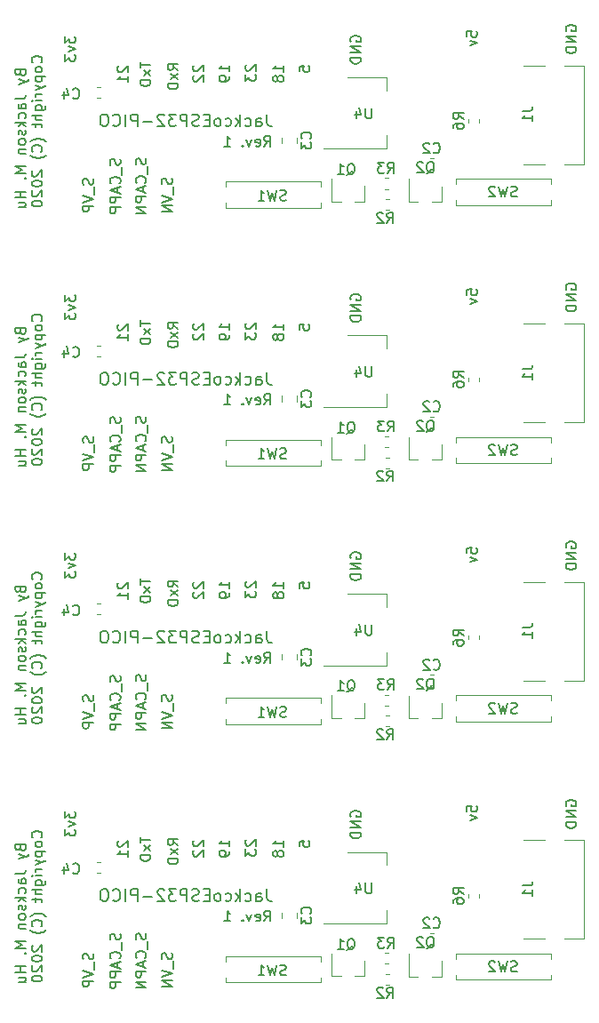
<source format=gbr>
%TF.GenerationSoftware,KiCad,Pcbnew,5.1.6-c6e7f7d~87~ubuntu20.04.1*%
%TF.CreationDate,2020-08-08T19:49:55+10:00*%
%TF.ProjectId,borscht-esp-pico-panel,626f7273-6368-4742-9d65-73702d706963,rev?*%
%TF.SameCoordinates,Original*%
%TF.FileFunction,Legend,Bot*%
%TF.FilePolarity,Positive*%
%FSLAX46Y46*%
G04 Gerber Fmt 4.6, Leading zero omitted, Abs format (unit mm)*
G04 Created by KiCad (PCBNEW 5.1.6-c6e7f7d~87~ubuntu20.04.1) date 2020-08-08 19:49:55*
%MOMM*%
%LPD*%
G01*
G04 APERTURE LIST*
%ADD10C,0.150000*%
%ADD11C,0.120000*%
G04 APERTURE END LIST*
D10*
X60408762Y-140160777D02*
X60456381Y-140303635D01*
X60456381Y-140541730D01*
X60408762Y-140636968D01*
X60361143Y-140684587D01*
X60265905Y-140732206D01*
X60170667Y-140732206D01*
X60075429Y-140684587D01*
X60027810Y-140636968D01*
X59980191Y-140541730D01*
X59932572Y-140351254D01*
X59884953Y-140256016D01*
X59837334Y-140208396D01*
X59742096Y-140160777D01*
X59646858Y-140160777D01*
X59551620Y-140208396D01*
X59504001Y-140256016D01*
X59456381Y-140351254D01*
X59456381Y-140589349D01*
X59504001Y-140732206D01*
X60551620Y-140922682D02*
X60551620Y-141684587D01*
X59456381Y-141779825D02*
X60456381Y-142113158D01*
X59456381Y-142446492D01*
X60456381Y-142779825D02*
X59456381Y-142779825D01*
X59456381Y-143160777D01*
X59504001Y-143256016D01*
X59551620Y-143303635D01*
X59646858Y-143351254D01*
X59789715Y-143351254D01*
X59884953Y-143303635D01*
X59932572Y-143256016D01*
X59980191Y-143160777D01*
X59980191Y-142779825D01*
X62978762Y-138300777D02*
X63026381Y-138443635D01*
X63026381Y-138681730D01*
X62978762Y-138776968D01*
X62931143Y-138824587D01*
X62835905Y-138872206D01*
X62740667Y-138872206D01*
X62645429Y-138824587D01*
X62597810Y-138776968D01*
X62550191Y-138681730D01*
X62502572Y-138491254D01*
X62454953Y-138396016D01*
X62407334Y-138348396D01*
X62312096Y-138300777D01*
X62216858Y-138300777D01*
X62121620Y-138348396D01*
X62074001Y-138396016D01*
X62026381Y-138491254D01*
X62026381Y-138729349D01*
X62074001Y-138872206D01*
X63121620Y-139062682D02*
X63121620Y-139824587D01*
X62931143Y-140634111D02*
X62978762Y-140586492D01*
X63026381Y-140443635D01*
X63026381Y-140348396D01*
X62978762Y-140205539D01*
X62883524Y-140110301D01*
X62788286Y-140062682D01*
X62597810Y-140015063D01*
X62454953Y-140015063D01*
X62264477Y-140062682D01*
X62169239Y-140110301D01*
X62074001Y-140205539D01*
X62026381Y-140348396D01*
X62026381Y-140443635D01*
X62074001Y-140586492D01*
X62121620Y-140634111D01*
X62740667Y-141015063D02*
X62740667Y-141491254D01*
X63026381Y-140919825D02*
X62026381Y-141253158D01*
X63026381Y-141586492D01*
X63026381Y-141919825D02*
X62026381Y-141919825D01*
X62026381Y-142300777D01*
X62074001Y-142396016D01*
X62121620Y-142443635D01*
X62216858Y-142491254D01*
X62359715Y-142491254D01*
X62454953Y-142443635D01*
X62502572Y-142396016D01*
X62550191Y-142300777D01*
X62550191Y-141919825D01*
X63026381Y-142919825D02*
X62026381Y-142919825D01*
X62026381Y-143300777D01*
X62074001Y-143396016D01*
X62121620Y-143443635D01*
X62216858Y-143491254D01*
X62359715Y-143491254D01*
X62454953Y-143443635D01*
X62502572Y-143396016D01*
X62550191Y-143300777D01*
X62550191Y-142919825D01*
X65428762Y-138246968D02*
X65476381Y-138389825D01*
X65476381Y-138627920D01*
X65428762Y-138723158D01*
X65381143Y-138770777D01*
X65285905Y-138818396D01*
X65190667Y-138818396D01*
X65095429Y-138770777D01*
X65047810Y-138723158D01*
X65000191Y-138627920D01*
X64952572Y-138437444D01*
X64904953Y-138342206D01*
X64857334Y-138294587D01*
X64762096Y-138246968D01*
X64666858Y-138246968D01*
X64571620Y-138294587D01*
X64524001Y-138342206D01*
X64476381Y-138437444D01*
X64476381Y-138675539D01*
X64524001Y-138818396D01*
X65571620Y-139008873D02*
X65571620Y-139770777D01*
X65381143Y-140580301D02*
X65428762Y-140532682D01*
X65476381Y-140389825D01*
X65476381Y-140294587D01*
X65428762Y-140151730D01*
X65333524Y-140056492D01*
X65238286Y-140008873D01*
X65047810Y-139961254D01*
X64904953Y-139961254D01*
X64714477Y-140008873D01*
X64619239Y-140056492D01*
X64524001Y-140151730D01*
X64476381Y-140294587D01*
X64476381Y-140389825D01*
X64524001Y-140532682D01*
X64571620Y-140580301D01*
X65190667Y-140961254D02*
X65190667Y-141437444D01*
X65476381Y-140866016D02*
X64476381Y-141199349D01*
X65476381Y-141532682D01*
X65476381Y-141866016D02*
X64476381Y-141866016D01*
X64476381Y-142246968D01*
X64524001Y-142342206D01*
X64571620Y-142389825D01*
X64666858Y-142437444D01*
X64809715Y-142437444D01*
X64904953Y-142389825D01*
X64952572Y-142342206D01*
X65000191Y-142246968D01*
X65000191Y-141866016D01*
X65476381Y-142866016D02*
X64476381Y-142866016D01*
X65476381Y-143437444D01*
X64476381Y-143437444D01*
X67898762Y-140136968D02*
X67946381Y-140279825D01*
X67946381Y-140517920D01*
X67898762Y-140613158D01*
X67851143Y-140660777D01*
X67755905Y-140708396D01*
X67660667Y-140708396D01*
X67565429Y-140660777D01*
X67517810Y-140613158D01*
X67470191Y-140517920D01*
X67422572Y-140327444D01*
X67374953Y-140232206D01*
X67327334Y-140184587D01*
X67232096Y-140136968D01*
X67136858Y-140136968D01*
X67041620Y-140184587D01*
X66994001Y-140232206D01*
X66946381Y-140327444D01*
X66946381Y-140565539D01*
X66994001Y-140708396D01*
X68041620Y-140898873D02*
X68041620Y-141660777D01*
X66946381Y-141756016D02*
X67946381Y-142089349D01*
X66946381Y-142422682D01*
X67946381Y-142756016D02*
X66946381Y-142756016D01*
X67946381Y-143327444D01*
X66946381Y-143327444D01*
X62831620Y-129454111D02*
X62784001Y-129501730D01*
X62736381Y-129596968D01*
X62736381Y-129835063D01*
X62784001Y-129930301D01*
X62831620Y-129977920D01*
X62926858Y-130025539D01*
X63022096Y-130025539D01*
X63164953Y-129977920D01*
X63736381Y-129406492D01*
X63736381Y-130025539D01*
X63736381Y-130977920D02*
X63736381Y-130406492D01*
X63736381Y-130692206D02*
X62736381Y-130692206D01*
X62879239Y-130596968D01*
X62974477Y-130501730D01*
X63022096Y-130406492D01*
X64896381Y-129055539D02*
X64896381Y-129626968D01*
X65896381Y-129341254D02*
X64896381Y-129341254D01*
X65896381Y-129865063D02*
X65229715Y-130388873D01*
X65229715Y-129865063D02*
X65896381Y-130388873D01*
X65896381Y-130769825D02*
X64896381Y-130769825D01*
X64896381Y-131007920D01*
X64944001Y-131150777D01*
X65039239Y-131246016D01*
X65134477Y-131293635D01*
X65324953Y-131341254D01*
X65467810Y-131341254D01*
X65658286Y-131293635D01*
X65753524Y-131246016D01*
X65848762Y-131150777D01*
X65896381Y-131007920D01*
X65896381Y-130769825D01*
X68516381Y-129850777D02*
X68040191Y-129517444D01*
X68516381Y-129279349D02*
X67516381Y-129279349D01*
X67516381Y-129660301D01*
X67564001Y-129755539D01*
X67611620Y-129803158D01*
X67706858Y-129850777D01*
X67849715Y-129850777D01*
X67944953Y-129803158D01*
X67992572Y-129755539D01*
X68040191Y-129660301D01*
X68040191Y-129279349D01*
X68516381Y-130184111D02*
X67849715Y-130707920D01*
X67849715Y-130184111D02*
X68516381Y-130707920D01*
X68516381Y-131088873D02*
X67516381Y-131088873D01*
X67516381Y-131326968D01*
X67564001Y-131469825D01*
X67659239Y-131565063D01*
X67754477Y-131612682D01*
X67944953Y-131660301D01*
X68087810Y-131660301D01*
X68278286Y-131612682D01*
X68373524Y-131565063D01*
X68468762Y-131469825D01*
X68516381Y-131326968D01*
X68516381Y-131088873D01*
X70031620Y-129394111D02*
X69984001Y-129441730D01*
X69936381Y-129536968D01*
X69936381Y-129775063D01*
X69984001Y-129870301D01*
X70031620Y-129917920D01*
X70126858Y-129965539D01*
X70222096Y-129965539D01*
X70364953Y-129917920D01*
X70936381Y-129346492D01*
X70936381Y-129965539D01*
X70031620Y-130346492D02*
X69984001Y-130394111D01*
X69936381Y-130489349D01*
X69936381Y-130727444D01*
X69984001Y-130822682D01*
X70031620Y-130870301D01*
X70126858Y-130917920D01*
X70222096Y-130917920D01*
X70364953Y-130870301D01*
X70936381Y-130298873D01*
X70936381Y-130917920D01*
X73436381Y-129965539D02*
X73436381Y-129394111D01*
X73436381Y-129679825D02*
X72436381Y-129679825D01*
X72579239Y-129584587D01*
X72674477Y-129489349D01*
X72722096Y-129394111D01*
X73436381Y-130441730D02*
X73436381Y-130632206D01*
X73388762Y-130727444D01*
X73341143Y-130775063D01*
X73198286Y-130870301D01*
X73007810Y-130917920D01*
X72626858Y-130917920D01*
X72531620Y-130870301D01*
X72484001Y-130822682D01*
X72436381Y-130727444D01*
X72436381Y-130536968D01*
X72484001Y-130441730D01*
X72531620Y-130394111D01*
X72626858Y-130346492D01*
X72864953Y-130346492D01*
X72960191Y-130394111D01*
X73007810Y-130441730D01*
X73055429Y-130536968D01*
X73055429Y-130727444D01*
X73007810Y-130822682D01*
X72960191Y-130870301D01*
X72864953Y-130917920D01*
X75011620Y-129334111D02*
X74964001Y-129381730D01*
X74916381Y-129476968D01*
X74916381Y-129715063D01*
X74964001Y-129810301D01*
X75011620Y-129857920D01*
X75106858Y-129905539D01*
X75202096Y-129905539D01*
X75344953Y-129857920D01*
X75916381Y-129286492D01*
X75916381Y-129905539D01*
X74916381Y-130238873D02*
X74916381Y-130857920D01*
X75297334Y-130524587D01*
X75297334Y-130667444D01*
X75344953Y-130762682D01*
X75392572Y-130810301D01*
X75487810Y-130857920D01*
X75725905Y-130857920D01*
X75821143Y-130810301D01*
X75868762Y-130762682D01*
X75916381Y-130667444D01*
X75916381Y-130381730D01*
X75868762Y-130286492D01*
X75821143Y-130238873D01*
X78566381Y-129995539D02*
X78566381Y-129424111D01*
X78566381Y-129709825D02*
X77566381Y-129709825D01*
X77709239Y-129614587D01*
X77804477Y-129519349D01*
X77852096Y-129424111D01*
X77994953Y-130566968D02*
X77947334Y-130471730D01*
X77899715Y-130424111D01*
X77804477Y-130376492D01*
X77756858Y-130376492D01*
X77661620Y-130424111D01*
X77614001Y-130471730D01*
X77566381Y-130566968D01*
X77566381Y-130757444D01*
X77614001Y-130852682D01*
X77661620Y-130900301D01*
X77756858Y-130947920D01*
X77804477Y-130947920D01*
X77899715Y-130900301D01*
X77947334Y-130852682D01*
X77994953Y-130757444D01*
X77994953Y-130566968D01*
X78042572Y-130471730D01*
X78090191Y-130424111D01*
X78185429Y-130376492D01*
X78375905Y-130376492D01*
X78471143Y-130424111D01*
X78518762Y-130471730D01*
X78566381Y-130566968D01*
X78566381Y-130757444D01*
X78518762Y-130852682D01*
X78471143Y-130900301D01*
X78375905Y-130947920D01*
X78185429Y-130947920D01*
X78090191Y-130900301D01*
X78042572Y-130852682D01*
X77994953Y-130757444D01*
X80046381Y-129964111D02*
X80046381Y-129487920D01*
X80522572Y-129440301D01*
X80474953Y-129487920D01*
X80427334Y-129583158D01*
X80427334Y-129821254D01*
X80474953Y-129916492D01*
X80522572Y-129964111D01*
X80617810Y-130011730D01*
X80855905Y-130011730D01*
X80951143Y-129964111D01*
X80998762Y-129916492D01*
X81046381Y-129821254D01*
X81046381Y-129583158D01*
X80998762Y-129487920D01*
X80951143Y-129440301D01*
X84984001Y-127124111D02*
X84936381Y-127028873D01*
X84936381Y-126886016D01*
X84984001Y-126743158D01*
X85079239Y-126647920D01*
X85174477Y-126600301D01*
X85364953Y-126552682D01*
X85507810Y-126552682D01*
X85698286Y-126600301D01*
X85793524Y-126647920D01*
X85888762Y-126743158D01*
X85936381Y-126886016D01*
X85936381Y-126981254D01*
X85888762Y-127124111D01*
X85841143Y-127171730D01*
X85507810Y-127171730D01*
X85507810Y-126981254D01*
X85936381Y-127600301D02*
X84936381Y-127600301D01*
X85936381Y-128171730D01*
X84936381Y-128171730D01*
X85936381Y-128647920D02*
X84936381Y-128647920D01*
X84936381Y-128886016D01*
X84984001Y-129028873D01*
X85079239Y-129124111D01*
X85174477Y-129171730D01*
X85364953Y-129219349D01*
X85507810Y-129219349D01*
X85698286Y-129171730D01*
X85793524Y-129124111D01*
X85888762Y-129028873D01*
X85936381Y-128886016D01*
X85936381Y-128647920D01*
X57746381Y-126635539D02*
X57746381Y-127254587D01*
X58127334Y-126921254D01*
X58127334Y-127064111D01*
X58174953Y-127159349D01*
X58222572Y-127206968D01*
X58317810Y-127254587D01*
X58555905Y-127254587D01*
X58651143Y-127206968D01*
X58698762Y-127159349D01*
X58746381Y-127064111D01*
X58746381Y-126778396D01*
X58698762Y-126683158D01*
X58651143Y-126635539D01*
X58079715Y-127587920D02*
X58746381Y-127826016D01*
X58079715Y-128064111D01*
X57746381Y-128349825D02*
X57746381Y-128968873D01*
X58127334Y-128635539D01*
X58127334Y-128778396D01*
X58174953Y-128873635D01*
X58222572Y-128921254D01*
X58317810Y-128968873D01*
X58555905Y-128968873D01*
X58651143Y-128921254D01*
X58698762Y-128873635D01*
X58746381Y-128778396D01*
X58746381Y-128492682D01*
X58698762Y-128397444D01*
X58651143Y-128349825D01*
X96006381Y-126633158D02*
X96006381Y-126156968D01*
X96482572Y-126109349D01*
X96434953Y-126156968D01*
X96387334Y-126252206D01*
X96387334Y-126490301D01*
X96434953Y-126585539D01*
X96482572Y-126633158D01*
X96577810Y-126680777D01*
X96815905Y-126680777D01*
X96911143Y-126633158D01*
X96958762Y-126585539D01*
X97006381Y-126490301D01*
X97006381Y-126252206D01*
X96958762Y-126156968D01*
X96911143Y-126109349D01*
X96339715Y-127014111D02*
X97006381Y-127252206D01*
X96339715Y-127490301D01*
X105494001Y-126114111D02*
X105446381Y-126018873D01*
X105446381Y-125876016D01*
X105494001Y-125733158D01*
X105589239Y-125637920D01*
X105684477Y-125590301D01*
X105874953Y-125542682D01*
X106017810Y-125542682D01*
X106208286Y-125590301D01*
X106303524Y-125637920D01*
X106398762Y-125733158D01*
X106446381Y-125876016D01*
X106446381Y-125971254D01*
X106398762Y-126114111D01*
X106351143Y-126161730D01*
X106017810Y-126161730D01*
X106017810Y-125971254D01*
X106446381Y-126590301D02*
X105446381Y-126590301D01*
X106446381Y-127161730D01*
X105446381Y-127161730D01*
X106446381Y-127637920D02*
X105446381Y-127637920D01*
X105446381Y-127876016D01*
X105494001Y-128018873D01*
X105589239Y-128114111D01*
X105684477Y-128161730D01*
X105874953Y-128209349D01*
X106017810Y-128209349D01*
X106208286Y-128161730D01*
X106303524Y-128114111D01*
X106398762Y-128018873D01*
X106446381Y-127876016D01*
X106446381Y-127637920D01*
X76990072Y-134040087D02*
X76990072Y-134856516D01*
X77044501Y-135019801D01*
X77153358Y-135128658D01*
X77316643Y-135183087D01*
X77425501Y-135183087D01*
X75955929Y-135183087D02*
X75955929Y-134584373D01*
X76010358Y-134475516D01*
X76119215Y-134421087D01*
X76336929Y-134421087D01*
X76445786Y-134475516D01*
X75955929Y-135128658D02*
X76064786Y-135183087D01*
X76336929Y-135183087D01*
X76445786Y-135128658D01*
X76500215Y-135019801D01*
X76500215Y-134910944D01*
X76445786Y-134802087D01*
X76336929Y-134747658D01*
X76064786Y-134747658D01*
X75955929Y-134693230D01*
X74921786Y-135128658D02*
X75030643Y-135183087D01*
X75248358Y-135183087D01*
X75357215Y-135128658D01*
X75411643Y-135074230D01*
X75466072Y-134965373D01*
X75466072Y-134638801D01*
X75411643Y-134529944D01*
X75357215Y-134475516D01*
X75248358Y-134421087D01*
X75030643Y-134421087D01*
X74921786Y-134475516D01*
X74431929Y-135183087D02*
X74431929Y-134040087D01*
X74323072Y-134747658D02*
X73996501Y-135183087D01*
X73996501Y-134421087D02*
X74431929Y-134856516D01*
X73016786Y-135128658D02*
X73125643Y-135183087D01*
X73343358Y-135183087D01*
X73452215Y-135128658D01*
X73506643Y-135074230D01*
X73561072Y-134965373D01*
X73561072Y-134638801D01*
X73506643Y-134529944D01*
X73452215Y-134475516D01*
X73343358Y-134421087D01*
X73125643Y-134421087D01*
X73016786Y-134475516D01*
X72363643Y-135183087D02*
X72472501Y-135128658D01*
X72526929Y-135074230D01*
X72581358Y-134965373D01*
X72581358Y-134638801D01*
X72526929Y-134529944D01*
X72472501Y-134475516D01*
X72363643Y-134421087D01*
X72200358Y-134421087D01*
X72091501Y-134475516D01*
X72037072Y-134529944D01*
X71982643Y-134638801D01*
X71982643Y-134965373D01*
X72037072Y-135074230D01*
X72091501Y-135128658D01*
X72200358Y-135183087D01*
X72363643Y-135183087D01*
X71492786Y-134584373D02*
X71111786Y-134584373D01*
X70948501Y-135183087D02*
X71492786Y-135183087D01*
X71492786Y-134040087D01*
X70948501Y-134040087D01*
X70513072Y-135128658D02*
X70349786Y-135183087D01*
X70077643Y-135183087D01*
X69968786Y-135128658D01*
X69914358Y-135074230D01*
X69859929Y-134965373D01*
X69859929Y-134856516D01*
X69914358Y-134747658D01*
X69968786Y-134693230D01*
X70077643Y-134638801D01*
X70295358Y-134584373D01*
X70404215Y-134529944D01*
X70458643Y-134475516D01*
X70513072Y-134366658D01*
X70513072Y-134257801D01*
X70458643Y-134148944D01*
X70404215Y-134094516D01*
X70295358Y-134040087D01*
X70023215Y-134040087D01*
X69859929Y-134094516D01*
X69370072Y-135183087D02*
X69370072Y-134040087D01*
X68934643Y-134040087D01*
X68825786Y-134094516D01*
X68771358Y-134148944D01*
X68716929Y-134257801D01*
X68716929Y-134421087D01*
X68771358Y-134529944D01*
X68825786Y-134584373D01*
X68934643Y-134638801D01*
X69370072Y-134638801D01*
X68335929Y-134040087D02*
X67628358Y-134040087D01*
X68009358Y-134475516D01*
X67846072Y-134475516D01*
X67737215Y-134529944D01*
X67682786Y-134584373D01*
X67628358Y-134693230D01*
X67628358Y-134965373D01*
X67682786Y-135074230D01*
X67737215Y-135128658D01*
X67846072Y-135183087D01*
X68172643Y-135183087D01*
X68281501Y-135128658D01*
X68335929Y-135074230D01*
X67192929Y-134148944D02*
X67138501Y-134094516D01*
X67029643Y-134040087D01*
X66757501Y-134040087D01*
X66648643Y-134094516D01*
X66594215Y-134148944D01*
X66539786Y-134257801D01*
X66539786Y-134366658D01*
X66594215Y-134529944D01*
X67247358Y-135183087D01*
X66539786Y-135183087D01*
X66049929Y-134747658D02*
X65179072Y-134747658D01*
X64634786Y-135183087D02*
X64634786Y-134040087D01*
X64199358Y-134040087D01*
X64090501Y-134094516D01*
X64036072Y-134148944D01*
X63981643Y-134257801D01*
X63981643Y-134421087D01*
X64036072Y-134529944D01*
X64090501Y-134584373D01*
X64199358Y-134638801D01*
X64634786Y-134638801D01*
X63491786Y-135183087D02*
X63491786Y-134040087D01*
X62294358Y-135074230D02*
X62348786Y-135128658D01*
X62512072Y-135183087D01*
X62620929Y-135183087D01*
X62784215Y-135128658D01*
X62893072Y-135019801D01*
X62947501Y-134910944D01*
X63001929Y-134693230D01*
X63001929Y-134529944D01*
X62947501Y-134312230D01*
X62893072Y-134203373D01*
X62784215Y-134094516D01*
X62620929Y-134040087D01*
X62512072Y-134040087D01*
X62348786Y-134094516D01*
X62294358Y-134148944D01*
X61586786Y-134040087D02*
X61369072Y-134040087D01*
X61260215Y-134094516D01*
X61151358Y-134203373D01*
X61096929Y-134421087D01*
X61096929Y-134802087D01*
X61151358Y-135019801D01*
X61260215Y-135128658D01*
X61369072Y-135183087D01*
X61586786Y-135183087D01*
X61695643Y-135128658D01*
X61804501Y-135019801D01*
X61858929Y-134802087D01*
X61858929Y-134421087D01*
X61804501Y-134203373D01*
X61695643Y-134094516D01*
X61586786Y-134040087D01*
X53462572Y-130121730D02*
X53510191Y-130264587D01*
X53557810Y-130312206D01*
X53653048Y-130359825D01*
X53795905Y-130359825D01*
X53891143Y-130312206D01*
X53938762Y-130264587D01*
X53986381Y-130169349D01*
X53986381Y-129788396D01*
X52986381Y-129788396D01*
X52986381Y-130121730D01*
X53034001Y-130216968D01*
X53081620Y-130264587D01*
X53176858Y-130312206D01*
X53272096Y-130312206D01*
X53367334Y-130264587D01*
X53414953Y-130216968D01*
X53462572Y-130121730D01*
X53462572Y-129788396D01*
X53319715Y-130693158D02*
X53986381Y-130931254D01*
X53319715Y-131169349D02*
X53986381Y-130931254D01*
X54224477Y-130836016D01*
X54272096Y-130788396D01*
X54319715Y-130693158D01*
X52986381Y-132597920D02*
X53700667Y-132597920D01*
X53843524Y-132550301D01*
X53938762Y-132455063D01*
X53986381Y-132312206D01*
X53986381Y-132216968D01*
X53986381Y-133502682D02*
X53462572Y-133502682D01*
X53367334Y-133455063D01*
X53319715Y-133359825D01*
X53319715Y-133169349D01*
X53367334Y-133074111D01*
X53938762Y-133502682D02*
X53986381Y-133407444D01*
X53986381Y-133169349D01*
X53938762Y-133074111D01*
X53843524Y-133026492D01*
X53748286Y-133026492D01*
X53653048Y-133074111D01*
X53605429Y-133169349D01*
X53605429Y-133407444D01*
X53557810Y-133502682D01*
X53938762Y-134407444D02*
X53986381Y-134312206D01*
X53986381Y-134121730D01*
X53938762Y-134026492D01*
X53891143Y-133978873D01*
X53795905Y-133931254D01*
X53510191Y-133931254D01*
X53414953Y-133978873D01*
X53367334Y-134026492D01*
X53319715Y-134121730D01*
X53319715Y-134312206D01*
X53367334Y-134407444D01*
X53986381Y-134836016D02*
X52986381Y-134836016D01*
X53605429Y-134931254D02*
X53986381Y-135216968D01*
X53319715Y-135216968D02*
X53700667Y-134836016D01*
X53938762Y-135597920D02*
X53986381Y-135693158D01*
X53986381Y-135883635D01*
X53938762Y-135978873D01*
X53843524Y-136026492D01*
X53795905Y-136026492D01*
X53700667Y-135978873D01*
X53653048Y-135883635D01*
X53653048Y-135740777D01*
X53605429Y-135645539D01*
X53510191Y-135597920D01*
X53462572Y-135597920D01*
X53367334Y-135645539D01*
X53319715Y-135740777D01*
X53319715Y-135883635D01*
X53367334Y-135978873D01*
X53986381Y-136597920D02*
X53938762Y-136502682D01*
X53891143Y-136455063D01*
X53795905Y-136407444D01*
X53510191Y-136407444D01*
X53414953Y-136455063D01*
X53367334Y-136502682D01*
X53319715Y-136597920D01*
X53319715Y-136740777D01*
X53367334Y-136836016D01*
X53414953Y-136883635D01*
X53510191Y-136931254D01*
X53795905Y-136931254D01*
X53891143Y-136883635D01*
X53938762Y-136836016D01*
X53986381Y-136740777D01*
X53986381Y-136597920D01*
X53319715Y-137359825D02*
X53986381Y-137359825D01*
X53414953Y-137359825D02*
X53367334Y-137407444D01*
X53319715Y-137502682D01*
X53319715Y-137645539D01*
X53367334Y-137740777D01*
X53462572Y-137788396D01*
X53986381Y-137788396D01*
X53986381Y-139026492D02*
X52986381Y-139026492D01*
X53700667Y-139359825D01*
X52986381Y-139693158D01*
X53986381Y-139693158D01*
X53891143Y-140169349D02*
X53938762Y-140216968D01*
X53986381Y-140169349D01*
X53938762Y-140121730D01*
X53891143Y-140169349D01*
X53986381Y-140169349D01*
X53986381Y-141407444D02*
X52986381Y-141407444D01*
X53462572Y-141407444D02*
X53462572Y-141978873D01*
X53986381Y-141978873D02*
X52986381Y-141978873D01*
X53319715Y-142883635D02*
X53986381Y-142883635D01*
X53319715Y-142455063D02*
X53843524Y-142455063D01*
X53938762Y-142502682D01*
X53986381Y-142597920D01*
X53986381Y-142740777D01*
X53938762Y-142836016D01*
X53891143Y-142883635D01*
X76709239Y-137098396D02*
X77042572Y-136622206D01*
X77280667Y-137098396D02*
X77280667Y-136098396D01*
X76899715Y-136098396D01*
X76804477Y-136146016D01*
X76756858Y-136193635D01*
X76709239Y-136288873D01*
X76709239Y-136431730D01*
X76756858Y-136526968D01*
X76804477Y-136574587D01*
X76899715Y-136622206D01*
X77280667Y-136622206D01*
X75899715Y-137050777D02*
X75994953Y-137098396D01*
X76185429Y-137098396D01*
X76280667Y-137050777D01*
X76328286Y-136955539D01*
X76328286Y-136574587D01*
X76280667Y-136479349D01*
X76185429Y-136431730D01*
X75994953Y-136431730D01*
X75899715Y-136479349D01*
X75852096Y-136574587D01*
X75852096Y-136669825D01*
X76328286Y-136765063D01*
X75518762Y-136431730D02*
X75280667Y-137098396D01*
X75042572Y-136431730D01*
X74661620Y-137003158D02*
X74614001Y-137050777D01*
X74661620Y-137098396D01*
X74709239Y-137050777D01*
X74661620Y-137003158D01*
X74661620Y-137098396D01*
X72899715Y-137098396D02*
X73471143Y-137098396D01*
X73185429Y-137098396D02*
X73185429Y-136098396D01*
X73280667Y-136241254D01*
X73375905Y-136336492D01*
X73471143Y-136384111D01*
X55471143Y-129128396D02*
X55518762Y-129080777D01*
X55566381Y-128937920D01*
X55566381Y-128842682D01*
X55518762Y-128699825D01*
X55423524Y-128604587D01*
X55328286Y-128556968D01*
X55137810Y-128509349D01*
X54994953Y-128509349D01*
X54804477Y-128556968D01*
X54709239Y-128604587D01*
X54614001Y-128699825D01*
X54566381Y-128842682D01*
X54566381Y-128937920D01*
X54614001Y-129080777D01*
X54661620Y-129128396D01*
X55566381Y-129699825D02*
X55518762Y-129604587D01*
X55471143Y-129556968D01*
X55375905Y-129509349D01*
X55090191Y-129509349D01*
X54994953Y-129556968D01*
X54947334Y-129604587D01*
X54899715Y-129699825D01*
X54899715Y-129842682D01*
X54947334Y-129937920D01*
X54994953Y-129985539D01*
X55090191Y-130033158D01*
X55375905Y-130033158D01*
X55471143Y-129985539D01*
X55518762Y-129937920D01*
X55566381Y-129842682D01*
X55566381Y-129699825D01*
X54899715Y-130461730D02*
X55899715Y-130461730D01*
X54947334Y-130461730D02*
X54899715Y-130556968D01*
X54899715Y-130747444D01*
X54947334Y-130842682D01*
X54994953Y-130890301D01*
X55090191Y-130937920D01*
X55375905Y-130937920D01*
X55471143Y-130890301D01*
X55518762Y-130842682D01*
X55566381Y-130747444D01*
X55566381Y-130556968D01*
X55518762Y-130461730D01*
X54899715Y-131271254D02*
X55566381Y-131509349D01*
X54899715Y-131747444D02*
X55566381Y-131509349D01*
X55804477Y-131414111D01*
X55852096Y-131366492D01*
X55899715Y-131271254D01*
X55566381Y-132128396D02*
X54899715Y-132128396D01*
X55090191Y-132128396D02*
X54994953Y-132176016D01*
X54947334Y-132223635D01*
X54899715Y-132318873D01*
X54899715Y-132414111D01*
X55566381Y-132747444D02*
X54899715Y-132747444D01*
X54566381Y-132747444D02*
X54614001Y-132699825D01*
X54661620Y-132747444D01*
X54614001Y-132795063D01*
X54566381Y-132747444D01*
X54661620Y-132747444D01*
X54899715Y-133652206D02*
X55709239Y-133652206D01*
X55804477Y-133604587D01*
X55852096Y-133556968D01*
X55899715Y-133461730D01*
X55899715Y-133318873D01*
X55852096Y-133223635D01*
X55518762Y-133652206D02*
X55566381Y-133556968D01*
X55566381Y-133366492D01*
X55518762Y-133271254D01*
X55471143Y-133223635D01*
X55375905Y-133176016D01*
X55090191Y-133176016D01*
X54994953Y-133223635D01*
X54947334Y-133271254D01*
X54899715Y-133366492D01*
X54899715Y-133556968D01*
X54947334Y-133652206D01*
X55566381Y-134128396D02*
X54566381Y-134128396D01*
X55566381Y-134556968D02*
X55042572Y-134556968D01*
X54947334Y-134509349D01*
X54899715Y-134414111D01*
X54899715Y-134271254D01*
X54947334Y-134176016D01*
X54994953Y-134128396D01*
X54899715Y-134890301D02*
X54899715Y-135271254D01*
X54566381Y-135033158D02*
X55423524Y-135033158D01*
X55518762Y-135080777D01*
X55566381Y-135176016D01*
X55566381Y-135271254D01*
X55947334Y-136652206D02*
X55899715Y-136604587D01*
X55756858Y-136509349D01*
X55661620Y-136461730D01*
X55518762Y-136414111D01*
X55280667Y-136366492D01*
X55090191Y-136366492D01*
X54852096Y-136414111D01*
X54709239Y-136461730D01*
X54614001Y-136509349D01*
X54471143Y-136604587D01*
X54423524Y-136652206D01*
X55471143Y-137604587D02*
X55518762Y-137556968D01*
X55566381Y-137414111D01*
X55566381Y-137318873D01*
X55518762Y-137176016D01*
X55423524Y-137080777D01*
X55328286Y-137033158D01*
X55137810Y-136985539D01*
X54994953Y-136985539D01*
X54804477Y-137033158D01*
X54709239Y-137080777D01*
X54614001Y-137176016D01*
X54566381Y-137318873D01*
X54566381Y-137414111D01*
X54614001Y-137556968D01*
X54661620Y-137604587D01*
X55947334Y-137937920D02*
X55899715Y-137985539D01*
X55756858Y-138080777D01*
X55661620Y-138128396D01*
X55518762Y-138176016D01*
X55280667Y-138223635D01*
X55090191Y-138223635D01*
X54852096Y-138176016D01*
X54709239Y-138128396D01*
X54614001Y-138080777D01*
X54471143Y-137985539D01*
X54423524Y-137937920D01*
X54661620Y-139414111D02*
X54614001Y-139461730D01*
X54566381Y-139556968D01*
X54566381Y-139795063D01*
X54614001Y-139890301D01*
X54661620Y-139937920D01*
X54756858Y-139985539D01*
X54852096Y-139985539D01*
X54994953Y-139937920D01*
X55566381Y-139366492D01*
X55566381Y-139985539D01*
X54566381Y-140604587D02*
X54566381Y-140699825D01*
X54614001Y-140795063D01*
X54661620Y-140842682D01*
X54756858Y-140890301D01*
X54947334Y-140937920D01*
X55185429Y-140937920D01*
X55375905Y-140890301D01*
X55471143Y-140842682D01*
X55518762Y-140795063D01*
X55566381Y-140699825D01*
X55566381Y-140604587D01*
X55518762Y-140509349D01*
X55471143Y-140461730D01*
X55375905Y-140414111D01*
X55185429Y-140366492D01*
X54947334Y-140366492D01*
X54756858Y-140414111D01*
X54661620Y-140461730D01*
X54614001Y-140509349D01*
X54566381Y-140604587D01*
X54661620Y-141318873D02*
X54614001Y-141366492D01*
X54566381Y-141461730D01*
X54566381Y-141699825D01*
X54614001Y-141795063D01*
X54661620Y-141842682D01*
X54756858Y-141890301D01*
X54852096Y-141890301D01*
X54994953Y-141842682D01*
X55566381Y-141271254D01*
X55566381Y-141890301D01*
X54566381Y-142509349D02*
X54566381Y-142604587D01*
X54614001Y-142699825D01*
X54661620Y-142747444D01*
X54756858Y-142795063D01*
X54947334Y-142842682D01*
X55185429Y-142842682D01*
X55375905Y-142795063D01*
X55471143Y-142747444D01*
X55518762Y-142699825D01*
X55566381Y-142604587D01*
X55566381Y-142509349D01*
X55518762Y-142414111D01*
X55471143Y-142366492D01*
X55375905Y-142318873D01*
X55185429Y-142271254D01*
X54947334Y-142271254D01*
X54756858Y-142318873D01*
X54661620Y-142366492D01*
X54614001Y-142414111D01*
X54566381Y-142509349D01*
X60408762Y-115554772D02*
X60456381Y-115697630D01*
X60456381Y-115935725D01*
X60408762Y-116030963D01*
X60361143Y-116078582D01*
X60265905Y-116126201D01*
X60170667Y-116126201D01*
X60075429Y-116078582D01*
X60027810Y-116030963D01*
X59980191Y-115935725D01*
X59932572Y-115745249D01*
X59884953Y-115650011D01*
X59837334Y-115602391D01*
X59742096Y-115554772D01*
X59646858Y-115554772D01*
X59551620Y-115602391D01*
X59504001Y-115650011D01*
X59456381Y-115745249D01*
X59456381Y-115983344D01*
X59504001Y-116126201D01*
X60551620Y-116316677D02*
X60551620Y-117078582D01*
X59456381Y-117173820D02*
X60456381Y-117507153D01*
X59456381Y-117840487D01*
X60456381Y-118173820D02*
X59456381Y-118173820D01*
X59456381Y-118554772D01*
X59504001Y-118650011D01*
X59551620Y-118697630D01*
X59646858Y-118745249D01*
X59789715Y-118745249D01*
X59884953Y-118697630D01*
X59932572Y-118650011D01*
X59980191Y-118554772D01*
X59980191Y-118173820D01*
X62978762Y-113694772D02*
X63026381Y-113837630D01*
X63026381Y-114075725D01*
X62978762Y-114170963D01*
X62931143Y-114218582D01*
X62835905Y-114266201D01*
X62740667Y-114266201D01*
X62645429Y-114218582D01*
X62597810Y-114170963D01*
X62550191Y-114075725D01*
X62502572Y-113885249D01*
X62454953Y-113790011D01*
X62407334Y-113742391D01*
X62312096Y-113694772D01*
X62216858Y-113694772D01*
X62121620Y-113742391D01*
X62074001Y-113790011D01*
X62026381Y-113885249D01*
X62026381Y-114123344D01*
X62074001Y-114266201D01*
X63121620Y-114456677D02*
X63121620Y-115218582D01*
X62931143Y-116028106D02*
X62978762Y-115980487D01*
X63026381Y-115837630D01*
X63026381Y-115742391D01*
X62978762Y-115599534D01*
X62883524Y-115504296D01*
X62788286Y-115456677D01*
X62597810Y-115409058D01*
X62454953Y-115409058D01*
X62264477Y-115456677D01*
X62169239Y-115504296D01*
X62074001Y-115599534D01*
X62026381Y-115742391D01*
X62026381Y-115837630D01*
X62074001Y-115980487D01*
X62121620Y-116028106D01*
X62740667Y-116409058D02*
X62740667Y-116885249D01*
X63026381Y-116313820D02*
X62026381Y-116647153D01*
X63026381Y-116980487D01*
X63026381Y-117313820D02*
X62026381Y-117313820D01*
X62026381Y-117694772D01*
X62074001Y-117790011D01*
X62121620Y-117837630D01*
X62216858Y-117885249D01*
X62359715Y-117885249D01*
X62454953Y-117837630D01*
X62502572Y-117790011D01*
X62550191Y-117694772D01*
X62550191Y-117313820D01*
X63026381Y-118313820D02*
X62026381Y-118313820D01*
X62026381Y-118694772D01*
X62074001Y-118790011D01*
X62121620Y-118837630D01*
X62216858Y-118885249D01*
X62359715Y-118885249D01*
X62454953Y-118837630D01*
X62502572Y-118790011D01*
X62550191Y-118694772D01*
X62550191Y-118313820D01*
X65428762Y-113640963D02*
X65476381Y-113783820D01*
X65476381Y-114021915D01*
X65428762Y-114117153D01*
X65381143Y-114164772D01*
X65285905Y-114212391D01*
X65190667Y-114212391D01*
X65095429Y-114164772D01*
X65047810Y-114117153D01*
X65000191Y-114021915D01*
X64952572Y-113831439D01*
X64904953Y-113736201D01*
X64857334Y-113688582D01*
X64762096Y-113640963D01*
X64666858Y-113640963D01*
X64571620Y-113688582D01*
X64524001Y-113736201D01*
X64476381Y-113831439D01*
X64476381Y-114069534D01*
X64524001Y-114212391D01*
X65571620Y-114402868D02*
X65571620Y-115164772D01*
X65381143Y-115974296D02*
X65428762Y-115926677D01*
X65476381Y-115783820D01*
X65476381Y-115688582D01*
X65428762Y-115545725D01*
X65333524Y-115450487D01*
X65238286Y-115402868D01*
X65047810Y-115355249D01*
X64904953Y-115355249D01*
X64714477Y-115402868D01*
X64619239Y-115450487D01*
X64524001Y-115545725D01*
X64476381Y-115688582D01*
X64476381Y-115783820D01*
X64524001Y-115926677D01*
X64571620Y-115974296D01*
X65190667Y-116355249D02*
X65190667Y-116831439D01*
X65476381Y-116260011D02*
X64476381Y-116593344D01*
X65476381Y-116926677D01*
X65476381Y-117260011D02*
X64476381Y-117260011D01*
X64476381Y-117640963D01*
X64524001Y-117736201D01*
X64571620Y-117783820D01*
X64666858Y-117831439D01*
X64809715Y-117831439D01*
X64904953Y-117783820D01*
X64952572Y-117736201D01*
X65000191Y-117640963D01*
X65000191Y-117260011D01*
X65476381Y-118260011D02*
X64476381Y-118260011D01*
X65476381Y-118831439D01*
X64476381Y-118831439D01*
X67898762Y-115530963D02*
X67946381Y-115673820D01*
X67946381Y-115911915D01*
X67898762Y-116007153D01*
X67851143Y-116054772D01*
X67755905Y-116102391D01*
X67660667Y-116102391D01*
X67565429Y-116054772D01*
X67517810Y-116007153D01*
X67470191Y-115911915D01*
X67422572Y-115721439D01*
X67374953Y-115626201D01*
X67327334Y-115578582D01*
X67232096Y-115530963D01*
X67136858Y-115530963D01*
X67041620Y-115578582D01*
X66994001Y-115626201D01*
X66946381Y-115721439D01*
X66946381Y-115959534D01*
X66994001Y-116102391D01*
X68041620Y-116292868D02*
X68041620Y-117054772D01*
X66946381Y-117150011D02*
X67946381Y-117483344D01*
X66946381Y-117816677D01*
X67946381Y-118150011D02*
X66946381Y-118150011D01*
X67946381Y-118721439D01*
X66946381Y-118721439D01*
X62831620Y-104848106D02*
X62784001Y-104895725D01*
X62736381Y-104990963D01*
X62736381Y-105229058D01*
X62784001Y-105324296D01*
X62831620Y-105371915D01*
X62926858Y-105419534D01*
X63022096Y-105419534D01*
X63164953Y-105371915D01*
X63736381Y-104800487D01*
X63736381Y-105419534D01*
X63736381Y-106371915D02*
X63736381Y-105800487D01*
X63736381Y-106086201D02*
X62736381Y-106086201D01*
X62879239Y-105990963D01*
X62974477Y-105895725D01*
X63022096Y-105800487D01*
X64896381Y-104449534D02*
X64896381Y-105020963D01*
X65896381Y-104735249D02*
X64896381Y-104735249D01*
X65896381Y-105259058D02*
X65229715Y-105782868D01*
X65229715Y-105259058D02*
X65896381Y-105782868D01*
X65896381Y-106163820D02*
X64896381Y-106163820D01*
X64896381Y-106401915D01*
X64944001Y-106544772D01*
X65039239Y-106640011D01*
X65134477Y-106687630D01*
X65324953Y-106735249D01*
X65467810Y-106735249D01*
X65658286Y-106687630D01*
X65753524Y-106640011D01*
X65848762Y-106544772D01*
X65896381Y-106401915D01*
X65896381Y-106163820D01*
X68516381Y-105244772D02*
X68040191Y-104911439D01*
X68516381Y-104673344D02*
X67516381Y-104673344D01*
X67516381Y-105054296D01*
X67564001Y-105149534D01*
X67611620Y-105197153D01*
X67706858Y-105244772D01*
X67849715Y-105244772D01*
X67944953Y-105197153D01*
X67992572Y-105149534D01*
X68040191Y-105054296D01*
X68040191Y-104673344D01*
X68516381Y-105578106D02*
X67849715Y-106101915D01*
X67849715Y-105578106D02*
X68516381Y-106101915D01*
X68516381Y-106482868D02*
X67516381Y-106482868D01*
X67516381Y-106720963D01*
X67564001Y-106863820D01*
X67659239Y-106959058D01*
X67754477Y-107006677D01*
X67944953Y-107054296D01*
X68087810Y-107054296D01*
X68278286Y-107006677D01*
X68373524Y-106959058D01*
X68468762Y-106863820D01*
X68516381Y-106720963D01*
X68516381Y-106482868D01*
X70031620Y-104788106D02*
X69984001Y-104835725D01*
X69936381Y-104930963D01*
X69936381Y-105169058D01*
X69984001Y-105264296D01*
X70031620Y-105311915D01*
X70126858Y-105359534D01*
X70222096Y-105359534D01*
X70364953Y-105311915D01*
X70936381Y-104740487D01*
X70936381Y-105359534D01*
X70031620Y-105740487D02*
X69984001Y-105788106D01*
X69936381Y-105883344D01*
X69936381Y-106121439D01*
X69984001Y-106216677D01*
X70031620Y-106264296D01*
X70126858Y-106311915D01*
X70222096Y-106311915D01*
X70364953Y-106264296D01*
X70936381Y-105692868D01*
X70936381Y-106311915D01*
X73436381Y-105359534D02*
X73436381Y-104788106D01*
X73436381Y-105073820D02*
X72436381Y-105073820D01*
X72579239Y-104978582D01*
X72674477Y-104883344D01*
X72722096Y-104788106D01*
X73436381Y-105835725D02*
X73436381Y-106026201D01*
X73388762Y-106121439D01*
X73341143Y-106169058D01*
X73198286Y-106264296D01*
X73007810Y-106311915D01*
X72626858Y-106311915D01*
X72531620Y-106264296D01*
X72484001Y-106216677D01*
X72436381Y-106121439D01*
X72436381Y-105930963D01*
X72484001Y-105835725D01*
X72531620Y-105788106D01*
X72626858Y-105740487D01*
X72864953Y-105740487D01*
X72960191Y-105788106D01*
X73007810Y-105835725D01*
X73055429Y-105930963D01*
X73055429Y-106121439D01*
X73007810Y-106216677D01*
X72960191Y-106264296D01*
X72864953Y-106311915D01*
X75011620Y-104728106D02*
X74964001Y-104775725D01*
X74916381Y-104870963D01*
X74916381Y-105109058D01*
X74964001Y-105204296D01*
X75011620Y-105251915D01*
X75106858Y-105299534D01*
X75202096Y-105299534D01*
X75344953Y-105251915D01*
X75916381Y-104680487D01*
X75916381Y-105299534D01*
X74916381Y-105632868D02*
X74916381Y-106251915D01*
X75297334Y-105918582D01*
X75297334Y-106061439D01*
X75344953Y-106156677D01*
X75392572Y-106204296D01*
X75487810Y-106251915D01*
X75725905Y-106251915D01*
X75821143Y-106204296D01*
X75868762Y-106156677D01*
X75916381Y-106061439D01*
X75916381Y-105775725D01*
X75868762Y-105680487D01*
X75821143Y-105632868D01*
X78566381Y-105389534D02*
X78566381Y-104818106D01*
X78566381Y-105103820D02*
X77566381Y-105103820D01*
X77709239Y-105008582D01*
X77804477Y-104913344D01*
X77852096Y-104818106D01*
X77994953Y-105960963D02*
X77947334Y-105865725D01*
X77899715Y-105818106D01*
X77804477Y-105770487D01*
X77756858Y-105770487D01*
X77661620Y-105818106D01*
X77614001Y-105865725D01*
X77566381Y-105960963D01*
X77566381Y-106151439D01*
X77614001Y-106246677D01*
X77661620Y-106294296D01*
X77756858Y-106341915D01*
X77804477Y-106341915D01*
X77899715Y-106294296D01*
X77947334Y-106246677D01*
X77994953Y-106151439D01*
X77994953Y-105960963D01*
X78042572Y-105865725D01*
X78090191Y-105818106D01*
X78185429Y-105770487D01*
X78375905Y-105770487D01*
X78471143Y-105818106D01*
X78518762Y-105865725D01*
X78566381Y-105960963D01*
X78566381Y-106151439D01*
X78518762Y-106246677D01*
X78471143Y-106294296D01*
X78375905Y-106341915D01*
X78185429Y-106341915D01*
X78090191Y-106294296D01*
X78042572Y-106246677D01*
X77994953Y-106151439D01*
X80046381Y-105358106D02*
X80046381Y-104881915D01*
X80522572Y-104834296D01*
X80474953Y-104881915D01*
X80427334Y-104977153D01*
X80427334Y-105215249D01*
X80474953Y-105310487D01*
X80522572Y-105358106D01*
X80617810Y-105405725D01*
X80855905Y-105405725D01*
X80951143Y-105358106D01*
X80998762Y-105310487D01*
X81046381Y-105215249D01*
X81046381Y-104977153D01*
X80998762Y-104881915D01*
X80951143Y-104834296D01*
X84984001Y-102518106D02*
X84936381Y-102422868D01*
X84936381Y-102280011D01*
X84984001Y-102137153D01*
X85079239Y-102041915D01*
X85174477Y-101994296D01*
X85364953Y-101946677D01*
X85507810Y-101946677D01*
X85698286Y-101994296D01*
X85793524Y-102041915D01*
X85888762Y-102137153D01*
X85936381Y-102280011D01*
X85936381Y-102375249D01*
X85888762Y-102518106D01*
X85841143Y-102565725D01*
X85507810Y-102565725D01*
X85507810Y-102375249D01*
X85936381Y-102994296D02*
X84936381Y-102994296D01*
X85936381Y-103565725D01*
X84936381Y-103565725D01*
X85936381Y-104041915D02*
X84936381Y-104041915D01*
X84936381Y-104280011D01*
X84984001Y-104422868D01*
X85079239Y-104518106D01*
X85174477Y-104565725D01*
X85364953Y-104613344D01*
X85507810Y-104613344D01*
X85698286Y-104565725D01*
X85793524Y-104518106D01*
X85888762Y-104422868D01*
X85936381Y-104280011D01*
X85936381Y-104041915D01*
X57746381Y-102029534D02*
X57746381Y-102648582D01*
X58127334Y-102315249D01*
X58127334Y-102458106D01*
X58174953Y-102553344D01*
X58222572Y-102600963D01*
X58317810Y-102648582D01*
X58555905Y-102648582D01*
X58651143Y-102600963D01*
X58698762Y-102553344D01*
X58746381Y-102458106D01*
X58746381Y-102172391D01*
X58698762Y-102077153D01*
X58651143Y-102029534D01*
X58079715Y-102981915D02*
X58746381Y-103220011D01*
X58079715Y-103458106D01*
X57746381Y-103743820D02*
X57746381Y-104362868D01*
X58127334Y-104029534D01*
X58127334Y-104172391D01*
X58174953Y-104267630D01*
X58222572Y-104315249D01*
X58317810Y-104362868D01*
X58555905Y-104362868D01*
X58651143Y-104315249D01*
X58698762Y-104267630D01*
X58746381Y-104172391D01*
X58746381Y-103886677D01*
X58698762Y-103791439D01*
X58651143Y-103743820D01*
X96006381Y-102027153D02*
X96006381Y-101550963D01*
X96482572Y-101503344D01*
X96434953Y-101550963D01*
X96387334Y-101646201D01*
X96387334Y-101884296D01*
X96434953Y-101979534D01*
X96482572Y-102027153D01*
X96577810Y-102074772D01*
X96815905Y-102074772D01*
X96911143Y-102027153D01*
X96958762Y-101979534D01*
X97006381Y-101884296D01*
X97006381Y-101646201D01*
X96958762Y-101550963D01*
X96911143Y-101503344D01*
X96339715Y-102408106D02*
X97006381Y-102646201D01*
X96339715Y-102884296D01*
X105494001Y-101508106D02*
X105446381Y-101412868D01*
X105446381Y-101270011D01*
X105494001Y-101127153D01*
X105589239Y-101031915D01*
X105684477Y-100984296D01*
X105874953Y-100936677D01*
X106017810Y-100936677D01*
X106208286Y-100984296D01*
X106303524Y-101031915D01*
X106398762Y-101127153D01*
X106446381Y-101270011D01*
X106446381Y-101365249D01*
X106398762Y-101508106D01*
X106351143Y-101555725D01*
X106017810Y-101555725D01*
X106017810Y-101365249D01*
X106446381Y-101984296D02*
X105446381Y-101984296D01*
X106446381Y-102555725D01*
X105446381Y-102555725D01*
X106446381Y-103031915D02*
X105446381Y-103031915D01*
X105446381Y-103270011D01*
X105494001Y-103412868D01*
X105589239Y-103508106D01*
X105684477Y-103555725D01*
X105874953Y-103603344D01*
X106017810Y-103603344D01*
X106208286Y-103555725D01*
X106303524Y-103508106D01*
X106398762Y-103412868D01*
X106446381Y-103270011D01*
X106446381Y-103031915D01*
X76990072Y-109434082D02*
X76990072Y-110250511D01*
X77044501Y-110413796D01*
X77153358Y-110522653D01*
X77316643Y-110577082D01*
X77425501Y-110577082D01*
X75955929Y-110577082D02*
X75955929Y-109978368D01*
X76010358Y-109869511D01*
X76119215Y-109815082D01*
X76336929Y-109815082D01*
X76445786Y-109869511D01*
X75955929Y-110522653D02*
X76064786Y-110577082D01*
X76336929Y-110577082D01*
X76445786Y-110522653D01*
X76500215Y-110413796D01*
X76500215Y-110304939D01*
X76445786Y-110196082D01*
X76336929Y-110141653D01*
X76064786Y-110141653D01*
X75955929Y-110087225D01*
X74921786Y-110522653D02*
X75030643Y-110577082D01*
X75248358Y-110577082D01*
X75357215Y-110522653D01*
X75411643Y-110468225D01*
X75466072Y-110359368D01*
X75466072Y-110032796D01*
X75411643Y-109923939D01*
X75357215Y-109869511D01*
X75248358Y-109815082D01*
X75030643Y-109815082D01*
X74921786Y-109869511D01*
X74431929Y-110577082D02*
X74431929Y-109434082D01*
X74323072Y-110141653D02*
X73996501Y-110577082D01*
X73996501Y-109815082D02*
X74431929Y-110250511D01*
X73016786Y-110522653D02*
X73125643Y-110577082D01*
X73343358Y-110577082D01*
X73452215Y-110522653D01*
X73506643Y-110468225D01*
X73561072Y-110359368D01*
X73561072Y-110032796D01*
X73506643Y-109923939D01*
X73452215Y-109869511D01*
X73343358Y-109815082D01*
X73125643Y-109815082D01*
X73016786Y-109869511D01*
X72363643Y-110577082D02*
X72472501Y-110522653D01*
X72526929Y-110468225D01*
X72581358Y-110359368D01*
X72581358Y-110032796D01*
X72526929Y-109923939D01*
X72472501Y-109869511D01*
X72363643Y-109815082D01*
X72200358Y-109815082D01*
X72091501Y-109869511D01*
X72037072Y-109923939D01*
X71982643Y-110032796D01*
X71982643Y-110359368D01*
X72037072Y-110468225D01*
X72091501Y-110522653D01*
X72200358Y-110577082D01*
X72363643Y-110577082D01*
X71492786Y-109978368D02*
X71111786Y-109978368D01*
X70948501Y-110577082D02*
X71492786Y-110577082D01*
X71492786Y-109434082D01*
X70948501Y-109434082D01*
X70513072Y-110522653D02*
X70349786Y-110577082D01*
X70077643Y-110577082D01*
X69968786Y-110522653D01*
X69914358Y-110468225D01*
X69859929Y-110359368D01*
X69859929Y-110250511D01*
X69914358Y-110141653D01*
X69968786Y-110087225D01*
X70077643Y-110032796D01*
X70295358Y-109978368D01*
X70404215Y-109923939D01*
X70458643Y-109869511D01*
X70513072Y-109760653D01*
X70513072Y-109651796D01*
X70458643Y-109542939D01*
X70404215Y-109488511D01*
X70295358Y-109434082D01*
X70023215Y-109434082D01*
X69859929Y-109488511D01*
X69370072Y-110577082D02*
X69370072Y-109434082D01*
X68934643Y-109434082D01*
X68825786Y-109488511D01*
X68771358Y-109542939D01*
X68716929Y-109651796D01*
X68716929Y-109815082D01*
X68771358Y-109923939D01*
X68825786Y-109978368D01*
X68934643Y-110032796D01*
X69370072Y-110032796D01*
X68335929Y-109434082D02*
X67628358Y-109434082D01*
X68009358Y-109869511D01*
X67846072Y-109869511D01*
X67737215Y-109923939D01*
X67682786Y-109978368D01*
X67628358Y-110087225D01*
X67628358Y-110359368D01*
X67682786Y-110468225D01*
X67737215Y-110522653D01*
X67846072Y-110577082D01*
X68172643Y-110577082D01*
X68281501Y-110522653D01*
X68335929Y-110468225D01*
X67192929Y-109542939D02*
X67138501Y-109488511D01*
X67029643Y-109434082D01*
X66757501Y-109434082D01*
X66648643Y-109488511D01*
X66594215Y-109542939D01*
X66539786Y-109651796D01*
X66539786Y-109760653D01*
X66594215Y-109923939D01*
X67247358Y-110577082D01*
X66539786Y-110577082D01*
X66049929Y-110141653D02*
X65179072Y-110141653D01*
X64634786Y-110577082D02*
X64634786Y-109434082D01*
X64199358Y-109434082D01*
X64090501Y-109488511D01*
X64036072Y-109542939D01*
X63981643Y-109651796D01*
X63981643Y-109815082D01*
X64036072Y-109923939D01*
X64090501Y-109978368D01*
X64199358Y-110032796D01*
X64634786Y-110032796D01*
X63491786Y-110577082D02*
X63491786Y-109434082D01*
X62294358Y-110468225D02*
X62348786Y-110522653D01*
X62512072Y-110577082D01*
X62620929Y-110577082D01*
X62784215Y-110522653D01*
X62893072Y-110413796D01*
X62947501Y-110304939D01*
X63001929Y-110087225D01*
X63001929Y-109923939D01*
X62947501Y-109706225D01*
X62893072Y-109597368D01*
X62784215Y-109488511D01*
X62620929Y-109434082D01*
X62512072Y-109434082D01*
X62348786Y-109488511D01*
X62294358Y-109542939D01*
X61586786Y-109434082D02*
X61369072Y-109434082D01*
X61260215Y-109488511D01*
X61151358Y-109597368D01*
X61096929Y-109815082D01*
X61096929Y-110196082D01*
X61151358Y-110413796D01*
X61260215Y-110522653D01*
X61369072Y-110577082D01*
X61586786Y-110577082D01*
X61695643Y-110522653D01*
X61804501Y-110413796D01*
X61858929Y-110196082D01*
X61858929Y-109815082D01*
X61804501Y-109597368D01*
X61695643Y-109488511D01*
X61586786Y-109434082D01*
X53462572Y-105515725D02*
X53510191Y-105658582D01*
X53557810Y-105706201D01*
X53653048Y-105753820D01*
X53795905Y-105753820D01*
X53891143Y-105706201D01*
X53938762Y-105658582D01*
X53986381Y-105563344D01*
X53986381Y-105182391D01*
X52986381Y-105182391D01*
X52986381Y-105515725D01*
X53034001Y-105610963D01*
X53081620Y-105658582D01*
X53176858Y-105706201D01*
X53272096Y-105706201D01*
X53367334Y-105658582D01*
X53414953Y-105610963D01*
X53462572Y-105515725D01*
X53462572Y-105182391D01*
X53319715Y-106087153D02*
X53986381Y-106325249D01*
X53319715Y-106563344D02*
X53986381Y-106325249D01*
X54224477Y-106230011D01*
X54272096Y-106182391D01*
X54319715Y-106087153D01*
X52986381Y-107991915D02*
X53700667Y-107991915D01*
X53843524Y-107944296D01*
X53938762Y-107849058D01*
X53986381Y-107706201D01*
X53986381Y-107610963D01*
X53986381Y-108896677D02*
X53462572Y-108896677D01*
X53367334Y-108849058D01*
X53319715Y-108753820D01*
X53319715Y-108563344D01*
X53367334Y-108468106D01*
X53938762Y-108896677D02*
X53986381Y-108801439D01*
X53986381Y-108563344D01*
X53938762Y-108468106D01*
X53843524Y-108420487D01*
X53748286Y-108420487D01*
X53653048Y-108468106D01*
X53605429Y-108563344D01*
X53605429Y-108801439D01*
X53557810Y-108896677D01*
X53938762Y-109801439D02*
X53986381Y-109706201D01*
X53986381Y-109515725D01*
X53938762Y-109420487D01*
X53891143Y-109372868D01*
X53795905Y-109325249D01*
X53510191Y-109325249D01*
X53414953Y-109372868D01*
X53367334Y-109420487D01*
X53319715Y-109515725D01*
X53319715Y-109706201D01*
X53367334Y-109801439D01*
X53986381Y-110230011D02*
X52986381Y-110230011D01*
X53605429Y-110325249D02*
X53986381Y-110610963D01*
X53319715Y-110610963D02*
X53700667Y-110230011D01*
X53938762Y-110991915D02*
X53986381Y-111087153D01*
X53986381Y-111277630D01*
X53938762Y-111372868D01*
X53843524Y-111420487D01*
X53795905Y-111420487D01*
X53700667Y-111372868D01*
X53653048Y-111277630D01*
X53653048Y-111134772D01*
X53605429Y-111039534D01*
X53510191Y-110991915D01*
X53462572Y-110991915D01*
X53367334Y-111039534D01*
X53319715Y-111134772D01*
X53319715Y-111277630D01*
X53367334Y-111372868D01*
X53986381Y-111991915D02*
X53938762Y-111896677D01*
X53891143Y-111849058D01*
X53795905Y-111801439D01*
X53510191Y-111801439D01*
X53414953Y-111849058D01*
X53367334Y-111896677D01*
X53319715Y-111991915D01*
X53319715Y-112134772D01*
X53367334Y-112230011D01*
X53414953Y-112277630D01*
X53510191Y-112325249D01*
X53795905Y-112325249D01*
X53891143Y-112277630D01*
X53938762Y-112230011D01*
X53986381Y-112134772D01*
X53986381Y-111991915D01*
X53319715Y-112753820D02*
X53986381Y-112753820D01*
X53414953Y-112753820D02*
X53367334Y-112801439D01*
X53319715Y-112896677D01*
X53319715Y-113039534D01*
X53367334Y-113134772D01*
X53462572Y-113182391D01*
X53986381Y-113182391D01*
X53986381Y-114420487D02*
X52986381Y-114420487D01*
X53700667Y-114753820D01*
X52986381Y-115087153D01*
X53986381Y-115087153D01*
X53891143Y-115563344D02*
X53938762Y-115610963D01*
X53986381Y-115563344D01*
X53938762Y-115515725D01*
X53891143Y-115563344D01*
X53986381Y-115563344D01*
X53986381Y-116801439D02*
X52986381Y-116801439D01*
X53462572Y-116801439D02*
X53462572Y-117372868D01*
X53986381Y-117372868D02*
X52986381Y-117372868D01*
X53319715Y-118277630D02*
X53986381Y-118277630D01*
X53319715Y-117849058D02*
X53843524Y-117849058D01*
X53938762Y-117896677D01*
X53986381Y-117991915D01*
X53986381Y-118134772D01*
X53938762Y-118230011D01*
X53891143Y-118277630D01*
X76709239Y-112492391D02*
X77042572Y-112016201D01*
X77280667Y-112492391D02*
X77280667Y-111492391D01*
X76899715Y-111492391D01*
X76804477Y-111540011D01*
X76756858Y-111587630D01*
X76709239Y-111682868D01*
X76709239Y-111825725D01*
X76756858Y-111920963D01*
X76804477Y-111968582D01*
X76899715Y-112016201D01*
X77280667Y-112016201D01*
X75899715Y-112444772D02*
X75994953Y-112492391D01*
X76185429Y-112492391D01*
X76280667Y-112444772D01*
X76328286Y-112349534D01*
X76328286Y-111968582D01*
X76280667Y-111873344D01*
X76185429Y-111825725D01*
X75994953Y-111825725D01*
X75899715Y-111873344D01*
X75852096Y-111968582D01*
X75852096Y-112063820D01*
X76328286Y-112159058D01*
X75518762Y-111825725D02*
X75280667Y-112492391D01*
X75042572Y-111825725D01*
X74661620Y-112397153D02*
X74614001Y-112444772D01*
X74661620Y-112492391D01*
X74709239Y-112444772D01*
X74661620Y-112397153D01*
X74661620Y-112492391D01*
X72899715Y-112492391D02*
X73471143Y-112492391D01*
X73185429Y-112492391D02*
X73185429Y-111492391D01*
X73280667Y-111635249D01*
X73375905Y-111730487D01*
X73471143Y-111778106D01*
X55471143Y-104522391D02*
X55518762Y-104474772D01*
X55566381Y-104331915D01*
X55566381Y-104236677D01*
X55518762Y-104093820D01*
X55423524Y-103998582D01*
X55328286Y-103950963D01*
X55137810Y-103903344D01*
X54994953Y-103903344D01*
X54804477Y-103950963D01*
X54709239Y-103998582D01*
X54614001Y-104093820D01*
X54566381Y-104236677D01*
X54566381Y-104331915D01*
X54614001Y-104474772D01*
X54661620Y-104522391D01*
X55566381Y-105093820D02*
X55518762Y-104998582D01*
X55471143Y-104950963D01*
X55375905Y-104903344D01*
X55090191Y-104903344D01*
X54994953Y-104950963D01*
X54947334Y-104998582D01*
X54899715Y-105093820D01*
X54899715Y-105236677D01*
X54947334Y-105331915D01*
X54994953Y-105379534D01*
X55090191Y-105427153D01*
X55375905Y-105427153D01*
X55471143Y-105379534D01*
X55518762Y-105331915D01*
X55566381Y-105236677D01*
X55566381Y-105093820D01*
X54899715Y-105855725D02*
X55899715Y-105855725D01*
X54947334Y-105855725D02*
X54899715Y-105950963D01*
X54899715Y-106141439D01*
X54947334Y-106236677D01*
X54994953Y-106284296D01*
X55090191Y-106331915D01*
X55375905Y-106331915D01*
X55471143Y-106284296D01*
X55518762Y-106236677D01*
X55566381Y-106141439D01*
X55566381Y-105950963D01*
X55518762Y-105855725D01*
X54899715Y-106665249D02*
X55566381Y-106903344D01*
X54899715Y-107141439D02*
X55566381Y-106903344D01*
X55804477Y-106808106D01*
X55852096Y-106760487D01*
X55899715Y-106665249D01*
X55566381Y-107522391D02*
X54899715Y-107522391D01*
X55090191Y-107522391D02*
X54994953Y-107570011D01*
X54947334Y-107617630D01*
X54899715Y-107712868D01*
X54899715Y-107808106D01*
X55566381Y-108141439D02*
X54899715Y-108141439D01*
X54566381Y-108141439D02*
X54614001Y-108093820D01*
X54661620Y-108141439D01*
X54614001Y-108189058D01*
X54566381Y-108141439D01*
X54661620Y-108141439D01*
X54899715Y-109046201D02*
X55709239Y-109046201D01*
X55804477Y-108998582D01*
X55852096Y-108950963D01*
X55899715Y-108855725D01*
X55899715Y-108712868D01*
X55852096Y-108617630D01*
X55518762Y-109046201D02*
X55566381Y-108950963D01*
X55566381Y-108760487D01*
X55518762Y-108665249D01*
X55471143Y-108617630D01*
X55375905Y-108570011D01*
X55090191Y-108570011D01*
X54994953Y-108617630D01*
X54947334Y-108665249D01*
X54899715Y-108760487D01*
X54899715Y-108950963D01*
X54947334Y-109046201D01*
X55566381Y-109522391D02*
X54566381Y-109522391D01*
X55566381Y-109950963D02*
X55042572Y-109950963D01*
X54947334Y-109903344D01*
X54899715Y-109808106D01*
X54899715Y-109665249D01*
X54947334Y-109570011D01*
X54994953Y-109522391D01*
X54899715Y-110284296D02*
X54899715Y-110665249D01*
X54566381Y-110427153D02*
X55423524Y-110427153D01*
X55518762Y-110474772D01*
X55566381Y-110570011D01*
X55566381Y-110665249D01*
X55947334Y-112046201D02*
X55899715Y-111998582D01*
X55756858Y-111903344D01*
X55661620Y-111855725D01*
X55518762Y-111808106D01*
X55280667Y-111760487D01*
X55090191Y-111760487D01*
X54852096Y-111808106D01*
X54709239Y-111855725D01*
X54614001Y-111903344D01*
X54471143Y-111998582D01*
X54423524Y-112046201D01*
X55471143Y-112998582D02*
X55518762Y-112950963D01*
X55566381Y-112808106D01*
X55566381Y-112712868D01*
X55518762Y-112570011D01*
X55423524Y-112474772D01*
X55328286Y-112427153D01*
X55137810Y-112379534D01*
X54994953Y-112379534D01*
X54804477Y-112427153D01*
X54709239Y-112474772D01*
X54614001Y-112570011D01*
X54566381Y-112712868D01*
X54566381Y-112808106D01*
X54614001Y-112950963D01*
X54661620Y-112998582D01*
X55947334Y-113331915D02*
X55899715Y-113379534D01*
X55756858Y-113474772D01*
X55661620Y-113522391D01*
X55518762Y-113570011D01*
X55280667Y-113617630D01*
X55090191Y-113617630D01*
X54852096Y-113570011D01*
X54709239Y-113522391D01*
X54614001Y-113474772D01*
X54471143Y-113379534D01*
X54423524Y-113331915D01*
X54661620Y-114808106D02*
X54614001Y-114855725D01*
X54566381Y-114950963D01*
X54566381Y-115189058D01*
X54614001Y-115284296D01*
X54661620Y-115331915D01*
X54756858Y-115379534D01*
X54852096Y-115379534D01*
X54994953Y-115331915D01*
X55566381Y-114760487D01*
X55566381Y-115379534D01*
X54566381Y-115998582D02*
X54566381Y-116093820D01*
X54614001Y-116189058D01*
X54661620Y-116236677D01*
X54756858Y-116284296D01*
X54947334Y-116331915D01*
X55185429Y-116331915D01*
X55375905Y-116284296D01*
X55471143Y-116236677D01*
X55518762Y-116189058D01*
X55566381Y-116093820D01*
X55566381Y-115998582D01*
X55518762Y-115903344D01*
X55471143Y-115855725D01*
X55375905Y-115808106D01*
X55185429Y-115760487D01*
X54947334Y-115760487D01*
X54756858Y-115808106D01*
X54661620Y-115855725D01*
X54614001Y-115903344D01*
X54566381Y-115998582D01*
X54661620Y-116712868D02*
X54614001Y-116760487D01*
X54566381Y-116855725D01*
X54566381Y-117093820D01*
X54614001Y-117189058D01*
X54661620Y-117236677D01*
X54756858Y-117284296D01*
X54852096Y-117284296D01*
X54994953Y-117236677D01*
X55566381Y-116665249D01*
X55566381Y-117284296D01*
X54566381Y-117903344D02*
X54566381Y-117998582D01*
X54614001Y-118093820D01*
X54661620Y-118141439D01*
X54756858Y-118189058D01*
X54947334Y-118236677D01*
X55185429Y-118236677D01*
X55375905Y-118189058D01*
X55471143Y-118141439D01*
X55518762Y-118093820D01*
X55566381Y-117998582D01*
X55566381Y-117903344D01*
X55518762Y-117808106D01*
X55471143Y-117760487D01*
X55375905Y-117712868D01*
X55185429Y-117665249D01*
X54947334Y-117665249D01*
X54756858Y-117712868D01*
X54661620Y-117760487D01*
X54614001Y-117808106D01*
X54566381Y-117903344D01*
X60408762Y-90948767D02*
X60456381Y-91091625D01*
X60456381Y-91329720D01*
X60408762Y-91424958D01*
X60361143Y-91472577D01*
X60265905Y-91520196D01*
X60170667Y-91520196D01*
X60075429Y-91472577D01*
X60027810Y-91424958D01*
X59980191Y-91329720D01*
X59932572Y-91139244D01*
X59884953Y-91044006D01*
X59837334Y-90996386D01*
X59742096Y-90948767D01*
X59646858Y-90948767D01*
X59551620Y-90996386D01*
X59504001Y-91044006D01*
X59456381Y-91139244D01*
X59456381Y-91377339D01*
X59504001Y-91520196D01*
X60551620Y-91710672D02*
X60551620Y-92472577D01*
X59456381Y-92567815D02*
X60456381Y-92901148D01*
X59456381Y-93234482D01*
X60456381Y-93567815D02*
X59456381Y-93567815D01*
X59456381Y-93948767D01*
X59504001Y-94044006D01*
X59551620Y-94091625D01*
X59646858Y-94139244D01*
X59789715Y-94139244D01*
X59884953Y-94091625D01*
X59932572Y-94044006D01*
X59980191Y-93948767D01*
X59980191Y-93567815D01*
X62978762Y-89088767D02*
X63026381Y-89231625D01*
X63026381Y-89469720D01*
X62978762Y-89564958D01*
X62931143Y-89612577D01*
X62835905Y-89660196D01*
X62740667Y-89660196D01*
X62645429Y-89612577D01*
X62597810Y-89564958D01*
X62550191Y-89469720D01*
X62502572Y-89279244D01*
X62454953Y-89184006D01*
X62407334Y-89136386D01*
X62312096Y-89088767D01*
X62216858Y-89088767D01*
X62121620Y-89136386D01*
X62074001Y-89184006D01*
X62026381Y-89279244D01*
X62026381Y-89517339D01*
X62074001Y-89660196D01*
X63121620Y-89850672D02*
X63121620Y-90612577D01*
X62931143Y-91422101D02*
X62978762Y-91374482D01*
X63026381Y-91231625D01*
X63026381Y-91136386D01*
X62978762Y-90993529D01*
X62883524Y-90898291D01*
X62788286Y-90850672D01*
X62597810Y-90803053D01*
X62454953Y-90803053D01*
X62264477Y-90850672D01*
X62169239Y-90898291D01*
X62074001Y-90993529D01*
X62026381Y-91136386D01*
X62026381Y-91231625D01*
X62074001Y-91374482D01*
X62121620Y-91422101D01*
X62740667Y-91803053D02*
X62740667Y-92279244D01*
X63026381Y-91707815D02*
X62026381Y-92041148D01*
X63026381Y-92374482D01*
X63026381Y-92707815D02*
X62026381Y-92707815D01*
X62026381Y-93088767D01*
X62074001Y-93184006D01*
X62121620Y-93231625D01*
X62216858Y-93279244D01*
X62359715Y-93279244D01*
X62454953Y-93231625D01*
X62502572Y-93184006D01*
X62550191Y-93088767D01*
X62550191Y-92707815D01*
X63026381Y-93707815D02*
X62026381Y-93707815D01*
X62026381Y-94088767D01*
X62074001Y-94184006D01*
X62121620Y-94231625D01*
X62216858Y-94279244D01*
X62359715Y-94279244D01*
X62454953Y-94231625D01*
X62502572Y-94184006D01*
X62550191Y-94088767D01*
X62550191Y-93707815D01*
X65428762Y-89034958D02*
X65476381Y-89177815D01*
X65476381Y-89415910D01*
X65428762Y-89511148D01*
X65381143Y-89558767D01*
X65285905Y-89606386D01*
X65190667Y-89606386D01*
X65095429Y-89558767D01*
X65047810Y-89511148D01*
X65000191Y-89415910D01*
X64952572Y-89225434D01*
X64904953Y-89130196D01*
X64857334Y-89082577D01*
X64762096Y-89034958D01*
X64666858Y-89034958D01*
X64571620Y-89082577D01*
X64524001Y-89130196D01*
X64476381Y-89225434D01*
X64476381Y-89463529D01*
X64524001Y-89606386D01*
X65571620Y-89796863D02*
X65571620Y-90558767D01*
X65381143Y-91368291D02*
X65428762Y-91320672D01*
X65476381Y-91177815D01*
X65476381Y-91082577D01*
X65428762Y-90939720D01*
X65333524Y-90844482D01*
X65238286Y-90796863D01*
X65047810Y-90749244D01*
X64904953Y-90749244D01*
X64714477Y-90796863D01*
X64619239Y-90844482D01*
X64524001Y-90939720D01*
X64476381Y-91082577D01*
X64476381Y-91177815D01*
X64524001Y-91320672D01*
X64571620Y-91368291D01*
X65190667Y-91749244D02*
X65190667Y-92225434D01*
X65476381Y-91654006D02*
X64476381Y-91987339D01*
X65476381Y-92320672D01*
X65476381Y-92654006D02*
X64476381Y-92654006D01*
X64476381Y-93034958D01*
X64524001Y-93130196D01*
X64571620Y-93177815D01*
X64666858Y-93225434D01*
X64809715Y-93225434D01*
X64904953Y-93177815D01*
X64952572Y-93130196D01*
X65000191Y-93034958D01*
X65000191Y-92654006D01*
X65476381Y-93654006D02*
X64476381Y-93654006D01*
X65476381Y-94225434D01*
X64476381Y-94225434D01*
X67898762Y-90924958D02*
X67946381Y-91067815D01*
X67946381Y-91305910D01*
X67898762Y-91401148D01*
X67851143Y-91448767D01*
X67755905Y-91496386D01*
X67660667Y-91496386D01*
X67565429Y-91448767D01*
X67517810Y-91401148D01*
X67470191Y-91305910D01*
X67422572Y-91115434D01*
X67374953Y-91020196D01*
X67327334Y-90972577D01*
X67232096Y-90924958D01*
X67136858Y-90924958D01*
X67041620Y-90972577D01*
X66994001Y-91020196D01*
X66946381Y-91115434D01*
X66946381Y-91353529D01*
X66994001Y-91496386D01*
X68041620Y-91686863D02*
X68041620Y-92448767D01*
X66946381Y-92544006D02*
X67946381Y-92877339D01*
X66946381Y-93210672D01*
X67946381Y-93544006D02*
X66946381Y-93544006D01*
X67946381Y-94115434D01*
X66946381Y-94115434D01*
X62831620Y-80242101D02*
X62784001Y-80289720D01*
X62736381Y-80384958D01*
X62736381Y-80623053D01*
X62784001Y-80718291D01*
X62831620Y-80765910D01*
X62926858Y-80813529D01*
X63022096Y-80813529D01*
X63164953Y-80765910D01*
X63736381Y-80194482D01*
X63736381Y-80813529D01*
X63736381Y-81765910D02*
X63736381Y-81194482D01*
X63736381Y-81480196D02*
X62736381Y-81480196D01*
X62879239Y-81384958D01*
X62974477Y-81289720D01*
X63022096Y-81194482D01*
X64896381Y-79843529D02*
X64896381Y-80414958D01*
X65896381Y-80129244D02*
X64896381Y-80129244D01*
X65896381Y-80653053D02*
X65229715Y-81176863D01*
X65229715Y-80653053D02*
X65896381Y-81176863D01*
X65896381Y-81557815D02*
X64896381Y-81557815D01*
X64896381Y-81795910D01*
X64944001Y-81938767D01*
X65039239Y-82034006D01*
X65134477Y-82081625D01*
X65324953Y-82129244D01*
X65467810Y-82129244D01*
X65658286Y-82081625D01*
X65753524Y-82034006D01*
X65848762Y-81938767D01*
X65896381Y-81795910D01*
X65896381Y-81557815D01*
X68516381Y-80638767D02*
X68040191Y-80305434D01*
X68516381Y-80067339D02*
X67516381Y-80067339D01*
X67516381Y-80448291D01*
X67564001Y-80543529D01*
X67611620Y-80591148D01*
X67706858Y-80638767D01*
X67849715Y-80638767D01*
X67944953Y-80591148D01*
X67992572Y-80543529D01*
X68040191Y-80448291D01*
X68040191Y-80067339D01*
X68516381Y-80972101D02*
X67849715Y-81495910D01*
X67849715Y-80972101D02*
X68516381Y-81495910D01*
X68516381Y-81876863D02*
X67516381Y-81876863D01*
X67516381Y-82114958D01*
X67564001Y-82257815D01*
X67659239Y-82353053D01*
X67754477Y-82400672D01*
X67944953Y-82448291D01*
X68087810Y-82448291D01*
X68278286Y-82400672D01*
X68373524Y-82353053D01*
X68468762Y-82257815D01*
X68516381Y-82114958D01*
X68516381Y-81876863D01*
X70031620Y-80182101D02*
X69984001Y-80229720D01*
X69936381Y-80324958D01*
X69936381Y-80563053D01*
X69984001Y-80658291D01*
X70031620Y-80705910D01*
X70126858Y-80753529D01*
X70222096Y-80753529D01*
X70364953Y-80705910D01*
X70936381Y-80134482D01*
X70936381Y-80753529D01*
X70031620Y-81134482D02*
X69984001Y-81182101D01*
X69936381Y-81277339D01*
X69936381Y-81515434D01*
X69984001Y-81610672D01*
X70031620Y-81658291D01*
X70126858Y-81705910D01*
X70222096Y-81705910D01*
X70364953Y-81658291D01*
X70936381Y-81086863D01*
X70936381Y-81705910D01*
X73436381Y-80753529D02*
X73436381Y-80182101D01*
X73436381Y-80467815D02*
X72436381Y-80467815D01*
X72579239Y-80372577D01*
X72674477Y-80277339D01*
X72722096Y-80182101D01*
X73436381Y-81229720D02*
X73436381Y-81420196D01*
X73388762Y-81515434D01*
X73341143Y-81563053D01*
X73198286Y-81658291D01*
X73007810Y-81705910D01*
X72626858Y-81705910D01*
X72531620Y-81658291D01*
X72484001Y-81610672D01*
X72436381Y-81515434D01*
X72436381Y-81324958D01*
X72484001Y-81229720D01*
X72531620Y-81182101D01*
X72626858Y-81134482D01*
X72864953Y-81134482D01*
X72960191Y-81182101D01*
X73007810Y-81229720D01*
X73055429Y-81324958D01*
X73055429Y-81515434D01*
X73007810Y-81610672D01*
X72960191Y-81658291D01*
X72864953Y-81705910D01*
X75011620Y-80122101D02*
X74964001Y-80169720D01*
X74916381Y-80264958D01*
X74916381Y-80503053D01*
X74964001Y-80598291D01*
X75011620Y-80645910D01*
X75106858Y-80693529D01*
X75202096Y-80693529D01*
X75344953Y-80645910D01*
X75916381Y-80074482D01*
X75916381Y-80693529D01*
X74916381Y-81026863D02*
X74916381Y-81645910D01*
X75297334Y-81312577D01*
X75297334Y-81455434D01*
X75344953Y-81550672D01*
X75392572Y-81598291D01*
X75487810Y-81645910D01*
X75725905Y-81645910D01*
X75821143Y-81598291D01*
X75868762Y-81550672D01*
X75916381Y-81455434D01*
X75916381Y-81169720D01*
X75868762Y-81074482D01*
X75821143Y-81026863D01*
X78566381Y-80783529D02*
X78566381Y-80212101D01*
X78566381Y-80497815D02*
X77566381Y-80497815D01*
X77709239Y-80402577D01*
X77804477Y-80307339D01*
X77852096Y-80212101D01*
X77994953Y-81354958D02*
X77947334Y-81259720D01*
X77899715Y-81212101D01*
X77804477Y-81164482D01*
X77756858Y-81164482D01*
X77661620Y-81212101D01*
X77614001Y-81259720D01*
X77566381Y-81354958D01*
X77566381Y-81545434D01*
X77614001Y-81640672D01*
X77661620Y-81688291D01*
X77756858Y-81735910D01*
X77804477Y-81735910D01*
X77899715Y-81688291D01*
X77947334Y-81640672D01*
X77994953Y-81545434D01*
X77994953Y-81354958D01*
X78042572Y-81259720D01*
X78090191Y-81212101D01*
X78185429Y-81164482D01*
X78375905Y-81164482D01*
X78471143Y-81212101D01*
X78518762Y-81259720D01*
X78566381Y-81354958D01*
X78566381Y-81545434D01*
X78518762Y-81640672D01*
X78471143Y-81688291D01*
X78375905Y-81735910D01*
X78185429Y-81735910D01*
X78090191Y-81688291D01*
X78042572Y-81640672D01*
X77994953Y-81545434D01*
X80046381Y-80752101D02*
X80046381Y-80275910D01*
X80522572Y-80228291D01*
X80474953Y-80275910D01*
X80427334Y-80371148D01*
X80427334Y-80609244D01*
X80474953Y-80704482D01*
X80522572Y-80752101D01*
X80617810Y-80799720D01*
X80855905Y-80799720D01*
X80951143Y-80752101D01*
X80998762Y-80704482D01*
X81046381Y-80609244D01*
X81046381Y-80371148D01*
X80998762Y-80275910D01*
X80951143Y-80228291D01*
X84984001Y-77912101D02*
X84936381Y-77816863D01*
X84936381Y-77674006D01*
X84984001Y-77531148D01*
X85079239Y-77435910D01*
X85174477Y-77388291D01*
X85364953Y-77340672D01*
X85507810Y-77340672D01*
X85698286Y-77388291D01*
X85793524Y-77435910D01*
X85888762Y-77531148D01*
X85936381Y-77674006D01*
X85936381Y-77769244D01*
X85888762Y-77912101D01*
X85841143Y-77959720D01*
X85507810Y-77959720D01*
X85507810Y-77769244D01*
X85936381Y-78388291D02*
X84936381Y-78388291D01*
X85936381Y-78959720D01*
X84936381Y-78959720D01*
X85936381Y-79435910D02*
X84936381Y-79435910D01*
X84936381Y-79674006D01*
X84984001Y-79816863D01*
X85079239Y-79912101D01*
X85174477Y-79959720D01*
X85364953Y-80007339D01*
X85507810Y-80007339D01*
X85698286Y-79959720D01*
X85793524Y-79912101D01*
X85888762Y-79816863D01*
X85936381Y-79674006D01*
X85936381Y-79435910D01*
X57746381Y-77423529D02*
X57746381Y-78042577D01*
X58127334Y-77709244D01*
X58127334Y-77852101D01*
X58174953Y-77947339D01*
X58222572Y-77994958D01*
X58317810Y-78042577D01*
X58555905Y-78042577D01*
X58651143Y-77994958D01*
X58698762Y-77947339D01*
X58746381Y-77852101D01*
X58746381Y-77566386D01*
X58698762Y-77471148D01*
X58651143Y-77423529D01*
X58079715Y-78375910D02*
X58746381Y-78614006D01*
X58079715Y-78852101D01*
X57746381Y-79137815D02*
X57746381Y-79756863D01*
X58127334Y-79423529D01*
X58127334Y-79566386D01*
X58174953Y-79661625D01*
X58222572Y-79709244D01*
X58317810Y-79756863D01*
X58555905Y-79756863D01*
X58651143Y-79709244D01*
X58698762Y-79661625D01*
X58746381Y-79566386D01*
X58746381Y-79280672D01*
X58698762Y-79185434D01*
X58651143Y-79137815D01*
X96006381Y-77421148D02*
X96006381Y-76944958D01*
X96482572Y-76897339D01*
X96434953Y-76944958D01*
X96387334Y-77040196D01*
X96387334Y-77278291D01*
X96434953Y-77373529D01*
X96482572Y-77421148D01*
X96577810Y-77468767D01*
X96815905Y-77468767D01*
X96911143Y-77421148D01*
X96958762Y-77373529D01*
X97006381Y-77278291D01*
X97006381Y-77040196D01*
X96958762Y-76944958D01*
X96911143Y-76897339D01*
X96339715Y-77802101D02*
X97006381Y-78040196D01*
X96339715Y-78278291D01*
X105494001Y-76902101D02*
X105446381Y-76806863D01*
X105446381Y-76664006D01*
X105494001Y-76521148D01*
X105589239Y-76425910D01*
X105684477Y-76378291D01*
X105874953Y-76330672D01*
X106017810Y-76330672D01*
X106208286Y-76378291D01*
X106303524Y-76425910D01*
X106398762Y-76521148D01*
X106446381Y-76664006D01*
X106446381Y-76759244D01*
X106398762Y-76902101D01*
X106351143Y-76949720D01*
X106017810Y-76949720D01*
X106017810Y-76759244D01*
X106446381Y-77378291D02*
X105446381Y-77378291D01*
X106446381Y-77949720D01*
X105446381Y-77949720D01*
X106446381Y-78425910D02*
X105446381Y-78425910D01*
X105446381Y-78664006D01*
X105494001Y-78806863D01*
X105589239Y-78902101D01*
X105684477Y-78949720D01*
X105874953Y-78997339D01*
X106017810Y-78997339D01*
X106208286Y-78949720D01*
X106303524Y-78902101D01*
X106398762Y-78806863D01*
X106446381Y-78664006D01*
X106446381Y-78425910D01*
X76990072Y-84828077D02*
X76990072Y-85644506D01*
X77044501Y-85807791D01*
X77153358Y-85916648D01*
X77316643Y-85971077D01*
X77425501Y-85971077D01*
X75955929Y-85971077D02*
X75955929Y-85372363D01*
X76010358Y-85263506D01*
X76119215Y-85209077D01*
X76336929Y-85209077D01*
X76445786Y-85263506D01*
X75955929Y-85916648D02*
X76064786Y-85971077D01*
X76336929Y-85971077D01*
X76445786Y-85916648D01*
X76500215Y-85807791D01*
X76500215Y-85698934D01*
X76445786Y-85590077D01*
X76336929Y-85535648D01*
X76064786Y-85535648D01*
X75955929Y-85481220D01*
X74921786Y-85916648D02*
X75030643Y-85971077D01*
X75248358Y-85971077D01*
X75357215Y-85916648D01*
X75411643Y-85862220D01*
X75466072Y-85753363D01*
X75466072Y-85426791D01*
X75411643Y-85317934D01*
X75357215Y-85263506D01*
X75248358Y-85209077D01*
X75030643Y-85209077D01*
X74921786Y-85263506D01*
X74431929Y-85971077D02*
X74431929Y-84828077D01*
X74323072Y-85535648D02*
X73996501Y-85971077D01*
X73996501Y-85209077D02*
X74431929Y-85644506D01*
X73016786Y-85916648D02*
X73125643Y-85971077D01*
X73343358Y-85971077D01*
X73452215Y-85916648D01*
X73506643Y-85862220D01*
X73561072Y-85753363D01*
X73561072Y-85426791D01*
X73506643Y-85317934D01*
X73452215Y-85263506D01*
X73343358Y-85209077D01*
X73125643Y-85209077D01*
X73016786Y-85263506D01*
X72363643Y-85971077D02*
X72472501Y-85916648D01*
X72526929Y-85862220D01*
X72581358Y-85753363D01*
X72581358Y-85426791D01*
X72526929Y-85317934D01*
X72472501Y-85263506D01*
X72363643Y-85209077D01*
X72200358Y-85209077D01*
X72091501Y-85263506D01*
X72037072Y-85317934D01*
X71982643Y-85426791D01*
X71982643Y-85753363D01*
X72037072Y-85862220D01*
X72091501Y-85916648D01*
X72200358Y-85971077D01*
X72363643Y-85971077D01*
X71492786Y-85372363D02*
X71111786Y-85372363D01*
X70948501Y-85971077D02*
X71492786Y-85971077D01*
X71492786Y-84828077D01*
X70948501Y-84828077D01*
X70513072Y-85916648D02*
X70349786Y-85971077D01*
X70077643Y-85971077D01*
X69968786Y-85916648D01*
X69914358Y-85862220D01*
X69859929Y-85753363D01*
X69859929Y-85644506D01*
X69914358Y-85535648D01*
X69968786Y-85481220D01*
X70077643Y-85426791D01*
X70295358Y-85372363D01*
X70404215Y-85317934D01*
X70458643Y-85263506D01*
X70513072Y-85154648D01*
X70513072Y-85045791D01*
X70458643Y-84936934D01*
X70404215Y-84882506D01*
X70295358Y-84828077D01*
X70023215Y-84828077D01*
X69859929Y-84882506D01*
X69370072Y-85971077D02*
X69370072Y-84828077D01*
X68934643Y-84828077D01*
X68825786Y-84882506D01*
X68771358Y-84936934D01*
X68716929Y-85045791D01*
X68716929Y-85209077D01*
X68771358Y-85317934D01*
X68825786Y-85372363D01*
X68934643Y-85426791D01*
X69370072Y-85426791D01*
X68335929Y-84828077D02*
X67628358Y-84828077D01*
X68009358Y-85263506D01*
X67846072Y-85263506D01*
X67737215Y-85317934D01*
X67682786Y-85372363D01*
X67628358Y-85481220D01*
X67628358Y-85753363D01*
X67682786Y-85862220D01*
X67737215Y-85916648D01*
X67846072Y-85971077D01*
X68172643Y-85971077D01*
X68281501Y-85916648D01*
X68335929Y-85862220D01*
X67192929Y-84936934D02*
X67138501Y-84882506D01*
X67029643Y-84828077D01*
X66757501Y-84828077D01*
X66648643Y-84882506D01*
X66594215Y-84936934D01*
X66539786Y-85045791D01*
X66539786Y-85154648D01*
X66594215Y-85317934D01*
X67247358Y-85971077D01*
X66539786Y-85971077D01*
X66049929Y-85535648D02*
X65179072Y-85535648D01*
X64634786Y-85971077D02*
X64634786Y-84828077D01*
X64199358Y-84828077D01*
X64090501Y-84882506D01*
X64036072Y-84936934D01*
X63981643Y-85045791D01*
X63981643Y-85209077D01*
X64036072Y-85317934D01*
X64090501Y-85372363D01*
X64199358Y-85426791D01*
X64634786Y-85426791D01*
X63491786Y-85971077D02*
X63491786Y-84828077D01*
X62294358Y-85862220D02*
X62348786Y-85916648D01*
X62512072Y-85971077D01*
X62620929Y-85971077D01*
X62784215Y-85916648D01*
X62893072Y-85807791D01*
X62947501Y-85698934D01*
X63001929Y-85481220D01*
X63001929Y-85317934D01*
X62947501Y-85100220D01*
X62893072Y-84991363D01*
X62784215Y-84882506D01*
X62620929Y-84828077D01*
X62512072Y-84828077D01*
X62348786Y-84882506D01*
X62294358Y-84936934D01*
X61586786Y-84828077D02*
X61369072Y-84828077D01*
X61260215Y-84882506D01*
X61151358Y-84991363D01*
X61096929Y-85209077D01*
X61096929Y-85590077D01*
X61151358Y-85807791D01*
X61260215Y-85916648D01*
X61369072Y-85971077D01*
X61586786Y-85971077D01*
X61695643Y-85916648D01*
X61804501Y-85807791D01*
X61858929Y-85590077D01*
X61858929Y-85209077D01*
X61804501Y-84991363D01*
X61695643Y-84882506D01*
X61586786Y-84828077D01*
X53462572Y-80909720D02*
X53510191Y-81052577D01*
X53557810Y-81100196D01*
X53653048Y-81147815D01*
X53795905Y-81147815D01*
X53891143Y-81100196D01*
X53938762Y-81052577D01*
X53986381Y-80957339D01*
X53986381Y-80576386D01*
X52986381Y-80576386D01*
X52986381Y-80909720D01*
X53034001Y-81004958D01*
X53081620Y-81052577D01*
X53176858Y-81100196D01*
X53272096Y-81100196D01*
X53367334Y-81052577D01*
X53414953Y-81004958D01*
X53462572Y-80909720D01*
X53462572Y-80576386D01*
X53319715Y-81481148D02*
X53986381Y-81719244D01*
X53319715Y-81957339D02*
X53986381Y-81719244D01*
X54224477Y-81624006D01*
X54272096Y-81576386D01*
X54319715Y-81481148D01*
X52986381Y-83385910D02*
X53700667Y-83385910D01*
X53843524Y-83338291D01*
X53938762Y-83243053D01*
X53986381Y-83100196D01*
X53986381Y-83004958D01*
X53986381Y-84290672D02*
X53462572Y-84290672D01*
X53367334Y-84243053D01*
X53319715Y-84147815D01*
X53319715Y-83957339D01*
X53367334Y-83862101D01*
X53938762Y-84290672D02*
X53986381Y-84195434D01*
X53986381Y-83957339D01*
X53938762Y-83862101D01*
X53843524Y-83814482D01*
X53748286Y-83814482D01*
X53653048Y-83862101D01*
X53605429Y-83957339D01*
X53605429Y-84195434D01*
X53557810Y-84290672D01*
X53938762Y-85195434D02*
X53986381Y-85100196D01*
X53986381Y-84909720D01*
X53938762Y-84814482D01*
X53891143Y-84766863D01*
X53795905Y-84719244D01*
X53510191Y-84719244D01*
X53414953Y-84766863D01*
X53367334Y-84814482D01*
X53319715Y-84909720D01*
X53319715Y-85100196D01*
X53367334Y-85195434D01*
X53986381Y-85624006D02*
X52986381Y-85624006D01*
X53605429Y-85719244D02*
X53986381Y-86004958D01*
X53319715Y-86004958D02*
X53700667Y-85624006D01*
X53938762Y-86385910D02*
X53986381Y-86481148D01*
X53986381Y-86671625D01*
X53938762Y-86766863D01*
X53843524Y-86814482D01*
X53795905Y-86814482D01*
X53700667Y-86766863D01*
X53653048Y-86671625D01*
X53653048Y-86528767D01*
X53605429Y-86433529D01*
X53510191Y-86385910D01*
X53462572Y-86385910D01*
X53367334Y-86433529D01*
X53319715Y-86528767D01*
X53319715Y-86671625D01*
X53367334Y-86766863D01*
X53986381Y-87385910D02*
X53938762Y-87290672D01*
X53891143Y-87243053D01*
X53795905Y-87195434D01*
X53510191Y-87195434D01*
X53414953Y-87243053D01*
X53367334Y-87290672D01*
X53319715Y-87385910D01*
X53319715Y-87528767D01*
X53367334Y-87624006D01*
X53414953Y-87671625D01*
X53510191Y-87719244D01*
X53795905Y-87719244D01*
X53891143Y-87671625D01*
X53938762Y-87624006D01*
X53986381Y-87528767D01*
X53986381Y-87385910D01*
X53319715Y-88147815D02*
X53986381Y-88147815D01*
X53414953Y-88147815D02*
X53367334Y-88195434D01*
X53319715Y-88290672D01*
X53319715Y-88433529D01*
X53367334Y-88528767D01*
X53462572Y-88576386D01*
X53986381Y-88576386D01*
X53986381Y-89814482D02*
X52986381Y-89814482D01*
X53700667Y-90147815D01*
X52986381Y-90481148D01*
X53986381Y-90481148D01*
X53891143Y-90957339D02*
X53938762Y-91004958D01*
X53986381Y-90957339D01*
X53938762Y-90909720D01*
X53891143Y-90957339D01*
X53986381Y-90957339D01*
X53986381Y-92195434D02*
X52986381Y-92195434D01*
X53462572Y-92195434D02*
X53462572Y-92766863D01*
X53986381Y-92766863D02*
X52986381Y-92766863D01*
X53319715Y-93671625D02*
X53986381Y-93671625D01*
X53319715Y-93243053D02*
X53843524Y-93243053D01*
X53938762Y-93290672D01*
X53986381Y-93385910D01*
X53986381Y-93528767D01*
X53938762Y-93624006D01*
X53891143Y-93671625D01*
X76709239Y-87886386D02*
X77042572Y-87410196D01*
X77280667Y-87886386D02*
X77280667Y-86886386D01*
X76899715Y-86886386D01*
X76804477Y-86934006D01*
X76756858Y-86981625D01*
X76709239Y-87076863D01*
X76709239Y-87219720D01*
X76756858Y-87314958D01*
X76804477Y-87362577D01*
X76899715Y-87410196D01*
X77280667Y-87410196D01*
X75899715Y-87838767D02*
X75994953Y-87886386D01*
X76185429Y-87886386D01*
X76280667Y-87838767D01*
X76328286Y-87743529D01*
X76328286Y-87362577D01*
X76280667Y-87267339D01*
X76185429Y-87219720D01*
X75994953Y-87219720D01*
X75899715Y-87267339D01*
X75852096Y-87362577D01*
X75852096Y-87457815D01*
X76328286Y-87553053D01*
X75518762Y-87219720D02*
X75280667Y-87886386D01*
X75042572Y-87219720D01*
X74661620Y-87791148D02*
X74614001Y-87838767D01*
X74661620Y-87886386D01*
X74709239Y-87838767D01*
X74661620Y-87791148D01*
X74661620Y-87886386D01*
X72899715Y-87886386D02*
X73471143Y-87886386D01*
X73185429Y-87886386D02*
X73185429Y-86886386D01*
X73280667Y-87029244D01*
X73375905Y-87124482D01*
X73471143Y-87172101D01*
X55471143Y-79916386D02*
X55518762Y-79868767D01*
X55566381Y-79725910D01*
X55566381Y-79630672D01*
X55518762Y-79487815D01*
X55423524Y-79392577D01*
X55328286Y-79344958D01*
X55137810Y-79297339D01*
X54994953Y-79297339D01*
X54804477Y-79344958D01*
X54709239Y-79392577D01*
X54614001Y-79487815D01*
X54566381Y-79630672D01*
X54566381Y-79725910D01*
X54614001Y-79868767D01*
X54661620Y-79916386D01*
X55566381Y-80487815D02*
X55518762Y-80392577D01*
X55471143Y-80344958D01*
X55375905Y-80297339D01*
X55090191Y-80297339D01*
X54994953Y-80344958D01*
X54947334Y-80392577D01*
X54899715Y-80487815D01*
X54899715Y-80630672D01*
X54947334Y-80725910D01*
X54994953Y-80773529D01*
X55090191Y-80821148D01*
X55375905Y-80821148D01*
X55471143Y-80773529D01*
X55518762Y-80725910D01*
X55566381Y-80630672D01*
X55566381Y-80487815D01*
X54899715Y-81249720D02*
X55899715Y-81249720D01*
X54947334Y-81249720D02*
X54899715Y-81344958D01*
X54899715Y-81535434D01*
X54947334Y-81630672D01*
X54994953Y-81678291D01*
X55090191Y-81725910D01*
X55375905Y-81725910D01*
X55471143Y-81678291D01*
X55518762Y-81630672D01*
X55566381Y-81535434D01*
X55566381Y-81344958D01*
X55518762Y-81249720D01*
X54899715Y-82059244D02*
X55566381Y-82297339D01*
X54899715Y-82535434D02*
X55566381Y-82297339D01*
X55804477Y-82202101D01*
X55852096Y-82154482D01*
X55899715Y-82059244D01*
X55566381Y-82916386D02*
X54899715Y-82916386D01*
X55090191Y-82916386D02*
X54994953Y-82964006D01*
X54947334Y-83011625D01*
X54899715Y-83106863D01*
X54899715Y-83202101D01*
X55566381Y-83535434D02*
X54899715Y-83535434D01*
X54566381Y-83535434D02*
X54614001Y-83487815D01*
X54661620Y-83535434D01*
X54614001Y-83583053D01*
X54566381Y-83535434D01*
X54661620Y-83535434D01*
X54899715Y-84440196D02*
X55709239Y-84440196D01*
X55804477Y-84392577D01*
X55852096Y-84344958D01*
X55899715Y-84249720D01*
X55899715Y-84106863D01*
X55852096Y-84011625D01*
X55518762Y-84440196D02*
X55566381Y-84344958D01*
X55566381Y-84154482D01*
X55518762Y-84059244D01*
X55471143Y-84011625D01*
X55375905Y-83964006D01*
X55090191Y-83964006D01*
X54994953Y-84011625D01*
X54947334Y-84059244D01*
X54899715Y-84154482D01*
X54899715Y-84344958D01*
X54947334Y-84440196D01*
X55566381Y-84916386D02*
X54566381Y-84916386D01*
X55566381Y-85344958D02*
X55042572Y-85344958D01*
X54947334Y-85297339D01*
X54899715Y-85202101D01*
X54899715Y-85059244D01*
X54947334Y-84964006D01*
X54994953Y-84916386D01*
X54899715Y-85678291D02*
X54899715Y-86059244D01*
X54566381Y-85821148D02*
X55423524Y-85821148D01*
X55518762Y-85868767D01*
X55566381Y-85964006D01*
X55566381Y-86059244D01*
X55947334Y-87440196D02*
X55899715Y-87392577D01*
X55756858Y-87297339D01*
X55661620Y-87249720D01*
X55518762Y-87202101D01*
X55280667Y-87154482D01*
X55090191Y-87154482D01*
X54852096Y-87202101D01*
X54709239Y-87249720D01*
X54614001Y-87297339D01*
X54471143Y-87392577D01*
X54423524Y-87440196D01*
X55471143Y-88392577D02*
X55518762Y-88344958D01*
X55566381Y-88202101D01*
X55566381Y-88106863D01*
X55518762Y-87964006D01*
X55423524Y-87868767D01*
X55328286Y-87821148D01*
X55137810Y-87773529D01*
X54994953Y-87773529D01*
X54804477Y-87821148D01*
X54709239Y-87868767D01*
X54614001Y-87964006D01*
X54566381Y-88106863D01*
X54566381Y-88202101D01*
X54614001Y-88344958D01*
X54661620Y-88392577D01*
X55947334Y-88725910D02*
X55899715Y-88773529D01*
X55756858Y-88868767D01*
X55661620Y-88916386D01*
X55518762Y-88964006D01*
X55280667Y-89011625D01*
X55090191Y-89011625D01*
X54852096Y-88964006D01*
X54709239Y-88916386D01*
X54614001Y-88868767D01*
X54471143Y-88773529D01*
X54423524Y-88725910D01*
X54661620Y-90202101D02*
X54614001Y-90249720D01*
X54566381Y-90344958D01*
X54566381Y-90583053D01*
X54614001Y-90678291D01*
X54661620Y-90725910D01*
X54756858Y-90773529D01*
X54852096Y-90773529D01*
X54994953Y-90725910D01*
X55566381Y-90154482D01*
X55566381Y-90773529D01*
X54566381Y-91392577D02*
X54566381Y-91487815D01*
X54614001Y-91583053D01*
X54661620Y-91630672D01*
X54756858Y-91678291D01*
X54947334Y-91725910D01*
X55185429Y-91725910D01*
X55375905Y-91678291D01*
X55471143Y-91630672D01*
X55518762Y-91583053D01*
X55566381Y-91487815D01*
X55566381Y-91392577D01*
X55518762Y-91297339D01*
X55471143Y-91249720D01*
X55375905Y-91202101D01*
X55185429Y-91154482D01*
X54947334Y-91154482D01*
X54756858Y-91202101D01*
X54661620Y-91249720D01*
X54614001Y-91297339D01*
X54566381Y-91392577D01*
X54661620Y-92106863D02*
X54614001Y-92154482D01*
X54566381Y-92249720D01*
X54566381Y-92487815D01*
X54614001Y-92583053D01*
X54661620Y-92630672D01*
X54756858Y-92678291D01*
X54852096Y-92678291D01*
X54994953Y-92630672D01*
X55566381Y-92059244D01*
X55566381Y-92678291D01*
X54566381Y-93297339D02*
X54566381Y-93392577D01*
X54614001Y-93487815D01*
X54661620Y-93535434D01*
X54756858Y-93583053D01*
X54947334Y-93630672D01*
X55185429Y-93630672D01*
X55375905Y-93583053D01*
X55471143Y-93535434D01*
X55518762Y-93487815D01*
X55566381Y-93392577D01*
X55566381Y-93297339D01*
X55518762Y-93202101D01*
X55471143Y-93154482D01*
X55375905Y-93106863D01*
X55185429Y-93059244D01*
X54947334Y-93059244D01*
X54756858Y-93106863D01*
X54661620Y-93154482D01*
X54614001Y-93202101D01*
X54566381Y-93297339D01*
X60408762Y-66342762D02*
X60456381Y-66485620D01*
X60456381Y-66723715D01*
X60408762Y-66818953D01*
X60361143Y-66866572D01*
X60265905Y-66914191D01*
X60170667Y-66914191D01*
X60075429Y-66866572D01*
X60027810Y-66818953D01*
X59980191Y-66723715D01*
X59932572Y-66533239D01*
X59884953Y-66438001D01*
X59837334Y-66390381D01*
X59742096Y-66342762D01*
X59646858Y-66342762D01*
X59551620Y-66390381D01*
X59504001Y-66438001D01*
X59456381Y-66533239D01*
X59456381Y-66771334D01*
X59504001Y-66914191D01*
X60551620Y-67104667D02*
X60551620Y-67866572D01*
X59456381Y-67961810D02*
X60456381Y-68295143D01*
X59456381Y-68628477D01*
X60456381Y-68961810D02*
X59456381Y-68961810D01*
X59456381Y-69342762D01*
X59504001Y-69438001D01*
X59551620Y-69485620D01*
X59646858Y-69533239D01*
X59789715Y-69533239D01*
X59884953Y-69485620D01*
X59932572Y-69438001D01*
X59980191Y-69342762D01*
X59980191Y-68961810D01*
X62978762Y-64482762D02*
X63026381Y-64625620D01*
X63026381Y-64863715D01*
X62978762Y-64958953D01*
X62931143Y-65006572D01*
X62835905Y-65054191D01*
X62740667Y-65054191D01*
X62645429Y-65006572D01*
X62597810Y-64958953D01*
X62550191Y-64863715D01*
X62502572Y-64673239D01*
X62454953Y-64578001D01*
X62407334Y-64530381D01*
X62312096Y-64482762D01*
X62216858Y-64482762D01*
X62121620Y-64530381D01*
X62074001Y-64578001D01*
X62026381Y-64673239D01*
X62026381Y-64911334D01*
X62074001Y-65054191D01*
X63121620Y-65244667D02*
X63121620Y-66006572D01*
X62931143Y-66816096D02*
X62978762Y-66768477D01*
X63026381Y-66625620D01*
X63026381Y-66530381D01*
X62978762Y-66387524D01*
X62883524Y-66292286D01*
X62788286Y-66244667D01*
X62597810Y-66197048D01*
X62454953Y-66197048D01*
X62264477Y-66244667D01*
X62169239Y-66292286D01*
X62074001Y-66387524D01*
X62026381Y-66530381D01*
X62026381Y-66625620D01*
X62074001Y-66768477D01*
X62121620Y-66816096D01*
X62740667Y-67197048D02*
X62740667Y-67673239D01*
X63026381Y-67101810D02*
X62026381Y-67435143D01*
X63026381Y-67768477D01*
X63026381Y-68101810D02*
X62026381Y-68101810D01*
X62026381Y-68482762D01*
X62074001Y-68578001D01*
X62121620Y-68625620D01*
X62216858Y-68673239D01*
X62359715Y-68673239D01*
X62454953Y-68625620D01*
X62502572Y-68578001D01*
X62550191Y-68482762D01*
X62550191Y-68101810D01*
X63026381Y-69101810D02*
X62026381Y-69101810D01*
X62026381Y-69482762D01*
X62074001Y-69578001D01*
X62121620Y-69625620D01*
X62216858Y-69673239D01*
X62359715Y-69673239D01*
X62454953Y-69625620D01*
X62502572Y-69578001D01*
X62550191Y-69482762D01*
X62550191Y-69101810D01*
X65428762Y-64428953D02*
X65476381Y-64571810D01*
X65476381Y-64809905D01*
X65428762Y-64905143D01*
X65381143Y-64952762D01*
X65285905Y-65000381D01*
X65190667Y-65000381D01*
X65095429Y-64952762D01*
X65047810Y-64905143D01*
X65000191Y-64809905D01*
X64952572Y-64619429D01*
X64904953Y-64524191D01*
X64857334Y-64476572D01*
X64762096Y-64428953D01*
X64666858Y-64428953D01*
X64571620Y-64476572D01*
X64524001Y-64524191D01*
X64476381Y-64619429D01*
X64476381Y-64857524D01*
X64524001Y-65000381D01*
X65571620Y-65190858D02*
X65571620Y-65952762D01*
X65381143Y-66762286D02*
X65428762Y-66714667D01*
X65476381Y-66571810D01*
X65476381Y-66476572D01*
X65428762Y-66333715D01*
X65333524Y-66238477D01*
X65238286Y-66190858D01*
X65047810Y-66143239D01*
X64904953Y-66143239D01*
X64714477Y-66190858D01*
X64619239Y-66238477D01*
X64524001Y-66333715D01*
X64476381Y-66476572D01*
X64476381Y-66571810D01*
X64524001Y-66714667D01*
X64571620Y-66762286D01*
X65190667Y-67143239D02*
X65190667Y-67619429D01*
X65476381Y-67048001D02*
X64476381Y-67381334D01*
X65476381Y-67714667D01*
X65476381Y-68048001D02*
X64476381Y-68048001D01*
X64476381Y-68428953D01*
X64524001Y-68524191D01*
X64571620Y-68571810D01*
X64666858Y-68619429D01*
X64809715Y-68619429D01*
X64904953Y-68571810D01*
X64952572Y-68524191D01*
X65000191Y-68428953D01*
X65000191Y-68048001D01*
X65476381Y-69048001D02*
X64476381Y-69048001D01*
X65476381Y-69619429D01*
X64476381Y-69619429D01*
X67898762Y-66318953D02*
X67946381Y-66461810D01*
X67946381Y-66699905D01*
X67898762Y-66795143D01*
X67851143Y-66842762D01*
X67755905Y-66890381D01*
X67660667Y-66890381D01*
X67565429Y-66842762D01*
X67517810Y-66795143D01*
X67470191Y-66699905D01*
X67422572Y-66509429D01*
X67374953Y-66414191D01*
X67327334Y-66366572D01*
X67232096Y-66318953D01*
X67136858Y-66318953D01*
X67041620Y-66366572D01*
X66994001Y-66414191D01*
X66946381Y-66509429D01*
X66946381Y-66747524D01*
X66994001Y-66890381D01*
X68041620Y-67080858D02*
X68041620Y-67842762D01*
X66946381Y-67938001D02*
X67946381Y-68271334D01*
X66946381Y-68604667D01*
X67946381Y-68938001D02*
X66946381Y-68938001D01*
X67946381Y-69509429D01*
X66946381Y-69509429D01*
X62831620Y-55636096D02*
X62784001Y-55683715D01*
X62736381Y-55778953D01*
X62736381Y-56017048D01*
X62784001Y-56112286D01*
X62831620Y-56159905D01*
X62926858Y-56207524D01*
X63022096Y-56207524D01*
X63164953Y-56159905D01*
X63736381Y-55588477D01*
X63736381Y-56207524D01*
X63736381Y-57159905D02*
X63736381Y-56588477D01*
X63736381Y-56874191D02*
X62736381Y-56874191D01*
X62879239Y-56778953D01*
X62974477Y-56683715D01*
X63022096Y-56588477D01*
X64896381Y-55237524D02*
X64896381Y-55808953D01*
X65896381Y-55523239D02*
X64896381Y-55523239D01*
X65896381Y-56047048D02*
X65229715Y-56570858D01*
X65229715Y-56047048D02*
X65896381Y-56570858D01*
X65896381Y-56951810D02*
X64896381Y-56951810D01*
X64896381Y-57189905D01*
X64944001Y-57332762D01*
X65039239Y-57428001D01*
X65134477Y-57475620D01*
X65324953Y-57523239D01*
X65467810Y-57523239D01*
X65658286Y-57475620D01*
X65753524Y-57428001D01*
X65848762Y-57332762D01*
X65896381Y-57189905D01*
X65896381Y-56951810D01*
X68516381Y-56032762D02*
X68040191Y-55699429D01*
X68516381Y-55461334D02*
X67516381Y-55461334D01*
X67516381Y-55842286D01*
X67564001Y-55937524D01*
X67611620Y-55985143D01*
X67706858Y-56032762D01*
X67849715Y-56032762D01*
X67944953Y-55985143D01*
X67992572Y-55937524D01*
X68040191Y-55842286D01*
X68040191Y-55461334D01*
X68516381Y-56366096D02*
X67849715Y-56889905D01*
X67849715Y-56366096D02*
X68516381Y-56889905D01*
X68516381Y-57270858D02*
X67516381Y-57270858D01*
X67516381Y-57508953D01*
X67564001Y-57651810D01*
X67659239Y-57747048D01*
X67754477Y-57794667D01*
X67944953Y-57842286D01*
X68087810Y-57842286D01*
X68278286Y-57794667D01*
X68373524Y-57747048D01*
X68468762Y-57651810D01*
X68516381Y-57508953D01*
X68516381Y-57270858D01*
X70031620Y-55576096D02*
X69984001Y-55623715D01*
X69936381Y-55718953D01*
X69936381Y-55957048D01*
X69984001Y-56052286D01*
X70031620Y-56099905D01*
X70126858Y-56147524D01*
X70222096Y-56147524D01*
X70364953Y-56099905D01*
X70936381Y-55528477D01*
X70936381Y-56147524D01*
X70031620Y-56528477D02*
X69984001Y-56576096D01*
X69936381Y-56671334D01*
X69936381Y-56909429D01*
X69984001Y-57004667D01*
X70031620Y-57052286D01*
X70126858Y-57099905D01*
X70222096Y-57099905D01*
X70364953Y-57052286D01*
X70936381Y-56480858D01*
X70936381Y-57099905D01*
X73436381Y-56147524D02*
X73436381Y-55576096D01*
X73436381Y-55861810D02*
X72436381Y-55861810D01*
X72579239Y-55766572D01*
X72674477Y-55671334D01*
X72722096Y-55576096D01*
X73436381Y-56623715D02*
X73436381Y-56814191D01*
X73388762Y-56909429D01*
X73341143Y-56957048D01*
X73198286Y-57052286D01*
X73007810Y-57099905D01*
X72626858Y-57099905D01*
X72531620Y-57052286D01*
X72484001Y-57004667D01*
X72436381Y-56909429D01*
X72436381Y-56718953D01*
X72484001Y-56623715D01*
X72531620Y-56576096D01*
X72626858Y-56528477D01*
X72864953Y-56528477D01*
X72960191Y-56576096D01*
X73007810Y-56623715D01*
X73055429Y-56718953D01*
X73055429Y-56909429D01*
X73007810Y-57004667D01*
X72960191Y-57052286D01*
X72864953Y-57099905D01*
X75011620Y-55516096D02*
X74964001Y-55563715D01*
X74916381Y-55658953D01*
X74916381Y-55897048D01*
X74964001Y-55992286D01*
X75011620Y-56039905D01*
X75106858Y-56087524D01*
X75202096Y-56087524D01*
X75344953Y-56039905D01*
X75916381Y-55468477D01*
X75916381Y-56087524D01*
X74916381Y-56420858D02*
X74916381Y-57039905D01*
X75297334Y-56706572D01*
X75297334Y-56849429D01*
X75344953Y-56944667D01*
X75392572Y-56992286D01*
X75487810Y-57039905D01*
X75725905Y-57039905D01*
X75821143Y-56992286D01*
X75868762Y-56944667D01*
X75916381Y-56849429D01*
X75916381Y-56563715D01*
X75868762Y-56468477D01*
X75821143Y-56420858D01*
X78566381Y-56177524D02*
X78566381Y-55606096D01*
X78566381Y-55891810D02*
X77566381Y-55891810D01*
X77709239Y-55796572D01*
X77804477Y-55701334D01*
X77852096Y-55606096D01*
X77994953Y-56748953D02*
X77947334Y-56653715D01*
X77899715Y-56606096D01*
X77804477Y-56558477D01*
X77756858Y-56558477D01*
X77661620Y-56606096D01*
X77614001Y-56653715D01*
X77566381Y-56748953D01*
X77566381Y-56939429D01*
X77614001Y-57034667D01*
X77661620Y-57082286D01*
X77756858Y-57129905D01*
X77804477Y-57129905D01*
X77899715Y-57082286D01*
X77947334Y-57034667D01*
X77994953Y-56939429D01*
X77994953Y-56748953D01*
X78042572Y-56653715D01*
X78090191Y-56606096D01*
X78185429Y-56558477D01*
X78375905Y-56558477D01*
X78471143Y-56606096D01*
X78518762Y-56653715D01*
X78566381Y-56748953D01*
X78566381Y-56939429D01*
X78518762Y-57034667D01*
X78471143Y-57082286D01*
X78375905Y-57129905D01*
X78185429Y-57129905D01*
X78090191Y-57082286D01*
X78042572Y-57034667D01*
X77994953Y-56939429D01*
X80046381Y-56146096D02*
X80046381Y-55669905D01*
X80522572Y-55622286D01*
X80474953Y-55669905D01*
X80427334Y-55765143D01*
X80427334Y-56003239D01*
X80474953Y-56098477D01*
X80522572Y-56146096D01*
X80617810Y-56193715D01*
X80855905Y-56193715D01*
X80951143Y-56146096D01*
X80998762Y-56098477D01*
X81046381Y-56003239D01*
X81046381Y-55765143D01*
X80998762Y-55669905D01*
X80951143Y-55622286D01*
X84984001Y-53306096D02*
X84936381Y-53210858D01*
X84936381Y-53068001D01*
X84984001Y-52925143D01*
X85079239Y-52829905D01*
X85174477Y-52782286D01*
X85364953Y-52734667D01*
X85507810Y-52734667D01*
X85698286Y-52782286D01*
X85793524Y-52829905D01*
X85888762Y-52925143D01*
X85936381Y-53068001D01*
X85936381Y-53163239D01*
X85888762Y-53306096D01*
X85841143Y-53353715D01*
X85507810Y-53353715D01*
X85507810Y-53163239D01*
X85936381Y-53782286D02*
X84936381Y-53782286D01*
X85936381Y-54353715D01*
X84936381Y-54353715D01*
X85936381Y-54829905D02*
X84936381Y-54829905D01*
X84936381Y-55068001D01*
X84984001Y-55210858D01*
X85079239Y-55306096D01*
X85174477Y-55353715D01*
X85364953Y-55401334D01*
X85507810Y-55401334D01*
X85698286Y-55353715D01*
X85793524Y-55306096D01*
X85888762Y-55210858D01*
X85936381Y-55068001D01*
X85936381Y-54829905D01*
X57746381Y-52817524D02*
X57746381Y-53436572D01*
X58127334Y-53103239D01*
X58127334Y-53246096D01*
X58174953Y-53341334D01*
X58222572Y-53388953D01*
X58317810Y-53436572D01*
X58555905Y-53436572D01*
X58651143Y-53388953D01*
X58698762Y-53341334D01*
X58746381Y-53246096D01*
X58746381Y-52960381D01*
X58698762Y-52865143D01*
X58651143Y-52817524D01*
X58079715Y-53769905D02*
X58746381Y-54008001D01*
X58079715Y-54246096D01*
X57746381Y-54531810D02*
X57746381Y-55150858D01*
X58127334Y-54817524D01*
X58127334Y-54960381D01*
X58174953Y-55055620D01*
X58222572Y-55103239D01*
X58317810Y-55150858D01*
X58555905Y-55150858D01*
X58651143Y-55103239D01*
X58698762Y-55055620D01*
X58746381Y-54960381D01*
X58746381Y-54674667D01*
X58698762Y-54579429D01*
X58651143Y-54531810D01*
X96006381Y-52815143D02*
X96006381Y-52338953D01*
X96482572Y-52291334D01*
X96434953Y-52338953D01*
X96387334Y-52434191D01*
X96387334Y-52672286D01*
X96434953Y-52767524D01*
X96482572Y-52815143D01*
X96577810Y-52862762D01*
X96815905Y-52862762D01*
X96911143Y-52815143D01*
X96958762Y-52767524D01*
X97006381Y-52672286D01*
X97006381Y-52434191D01*
X96958762Y-52338953D01*
X96911143Y-52291334D01*
X96339715Y-53196096D02*
X97006381Y-53434191D01*
X96339715Y-53672286D01*
X105494001Y-52296096D02*
X105446381Y-52200858D01*
X105446381Y-52058001D01*
X105494001Y-51915143D01*
X105589239Y-51819905D01*
X105684477Y-51772286D01*
X105874953Y-51724667D01*
X106017810Y-51724667D01*
X106208286Y-51772286D01*
X106303524Y-51819905D01*
X106398762Y-51915143D01*
X106446381Y-52058001D01*
X106446381Y-52153239D01*
X106398762Y-52296096D01*
X106351143Y-52343715D01*
X106017810Y-52343715D01*
X106017810Y-52153239D01*
X106446381Y-52772286D02*
X105446381Y-52772286D01*
X106446381Y-53343715D01*
X105446381Y-53343715D01*
X106446381Y-53819905D02*
X105446381Y-53819905D01*
X105446381Y-54058001D01*
X105494001Y-54200858D01*
X105589239Y-54296096D01*
X105684477Y-54343715D01*
X105874953Y-54391334D01*
X106017810Y-54391334D01*
X106208286Y-54343715D01*
X106303524Y-54296096D01*
X106398762Y-54200858D01*
X106446381Y-54058001D01*
X106446381Y-53819905D01*
X76990072Y-60222072D02*
X76990072Y-61038501D01*
X77044501Y-61201786D01*
X77153358Y-61310643D01*
X77316643Y-61365072D01*
X77425501Y-61365072D01*
X75955929Y-61365072D02*
X75955929Y-60766358D01*
X76010358Y-60657501D01*
X76119215Y-60603072D01*
X76336929Y-60603072D01*
X76445786Y-60657501D01*
X75955929Y-61310643D02*
X76064786Y-61365072D01*
X76336929Y-61365072D01*
X76445786Y-61310643D01*
X76500215Y-61201786D01*
X76500215Y-61092929D01*
X76445786Y-60984072D01*
X76336929Y-60929643D01*
X76064786Y-60929643D01*
X75955929Y-60875215D01*
X74921786Y-61310643D02*
X75030643Y-61365072D01*
X75248358Y-61365072D01*
X75357215Y-61310643D01*
X75411643Y-61256215D01*
X75466072Y-61147358D01*
X75466072Y-60820786D01*
X75411643Y-60711929D01*
X75357215Y-60657501D01*
X75248358Y-60603072D01*
X75030643Y-60603072D01*
X74921786Y-60657501D01*
X74431929Y-61365072D02*
X74431929Y-60222072D01*
X74323072Y-60929643D02*
X73996501Y-61365072D01*
X73996501Y-60603072D02*
X74431929Y-61038501D01*
X73016786Y-61310643D02*
X73125643Y-61365072D01*
X73343358Y-61365072D01*
X73452215Y-61310643D01*
X73506643Y-61256215D01*
X73561072Y-61147358D01*
X73561072Y-60820786D01*
X73506643Y-60711929D01*
X73452215Y-60657501D01*
X73343358Y-60603072D01*
X73125643Y-60603072D01*
X73016786Y-60657501D01*
X72363643Y-61365072D02*
X72472501Y-61310643D01*
X72526929Y-61256215D01*
X72581358Y-61147358D01*
X72581358Y-60820786D01*
X72526929Y-60711929D01*
X72472501Y-60657501D01*
X72363643Y-60603072D01*
X72200358Y-60603072D01*
X72091501Y-60657501D01*
X72037072Y-60711929D01*
X71982643Y-60820786D01*
X71982643Y-61147358D01*
X72037072Y-61256215D01*
X72091501Y-61310643D01*
X72200358Y-61365072D01*
X72363643Y-61365072D01*
X71492786Y-60766358D02*
X71111786Y-60766358D01*
X70948501Y-61365072D02*
X71492786Y-61365072D01*
X71492786Y-60222072D01*
X70948501Y-60222072D01*
X70513072Y-61310643D02*
X70349786Y-61365072D01*
X70077643Y-61365072D01*
X69968786Y-61310643D01*
X69914358Y-61256215D01*
X69859929Y-61147358D01*
X69859929Y-61038501D01*
X69914358Y-60929643D01*
X69968786Y-60875215D01*
X70077643Y-60820786D01*
X70295358Y-60766358D01*
X70404215Y-60711929D01*
X70458643Y-60657501D01*
X70513072Y-60548643D01*
X70513072Y-60439786D01*
X70458643Y-60330929D01*
X70404215Y-60276501D01*
X70295358Y-60222072D01*
X70023215Y-60222072D01*
X69859929Y-60276501D01*
X69370072Y-61365072D02*
X69370072Y-60222072D01*
X68934643Y-60222072D01*
X68825786Y-60276501D01*
X68771358Y-60330929D01*
X68716929Y-60439786D01*
X68716929Y-60603072D01*
X68771358Y-60711929D01*
X68825786Y-60766358D01*
X68934643Y-60820786D01*
X69370072Y-60820786D01*
X68335929Y-60222072D02*
X67628358Y-60222072D01*
X68009358Y-60657501D01*
X67846072Y-60657501D01*
X67737215Y-60711929D01*
X67682786Y-60766358D01*
X67628358Y-60875215D01*
X67628358Y-61147358D01*
X67682786Y-61256215D01*
X67737215Y-61310643D01*
X67846072Y-61365072D01*
X68172643Y-61365072D01*
X68281501Y-61310643D01*
X68335929Y-61256215D01*
X67192929Y-60330929D02*
X67138501Y-60276501D01*
X67029643Y-60222072D01*
X66757501Y-60222072D01*
X66648643Y-60276501D01*
X66594215Y-60330929D01*
X66539786Y-60439786D01*
X66539786Y-60548643D01*
X66594215Y-60711929D01*
X67247358Y-61365072D01*
X66539786Y-61365072D01*
X66049929Y-60929643D02*
X65179072Y-60929643D01*
X64634786Y-61365072D02*
X64634786Y-60222072D01*
X64199358Y-60222072D01*
X64090501Y-60276501D01*
X64036072Y-60330929D01*
X63981643Y-60439786D01*
X63981643Y-60603072D01*
X64036072Y-60711929D01*
X64090501Y-60766358D01*
X64199358Y-60820786D01*
X64634786Y-60820786D01*
X63491786Y-61365072D02*
X63491786Y-60222072D01*
X62294358Y-61256215D02*
X62348786Y-61310643D01*
X62512072Y-61365072D01*
X62620929Y-61365072D01*
X62784215Y-61310643D01*
X62893072Y-61201786D01*
X62947501Y-61092929D01*
X63001929Y-60875215D01*
X63001929Y-60711929D01*
X62947501Y-60494215D01*
X62893072Y-60385358D01*
X62784215Y-60276501D01*
X62620929Y-60222072D01*
X62512072Y-60222072D01*
X62348786Y-60276501D01*
X62294358Y-60330929D01*
X61586786Y-60222072D02*
X61369072Y-60222072D01*
X61260215Y-60276501D01*
X61151358Y-60385358D01*
X61096929Y-60603072D01*
X61096929Y-60984072D01*
X61151358Y-61201786D01*
X61260215Y-61310643D01*
X61369072Y-61365072D01*
X61586786Y-61365072D01*
X61695643Y-61310643D01*
X61804501Y-61201786D01*
X61858929Y-60984072D01*
X61858929Y-60603072D01*
X61804501Y-60385358D01*
X61695643Y-60276501D01*
X61586786Y-60222072D01*
X53462572Y-56303715D02*
X53510191Y-56446572D01*
X53557810Y-56494191D01*
X53653048Y-56541810D01*
X53795905Y-56541810D01*
X53891143Y-56494191D01*
X53938762Y-56446572D01*
X53986381Y-56351334D01*
X53986381Y-55970381D01*
X52986381Y-55970381D01*
X52986381Y-56303715D01*
X53034001Y-56398953D01*
X53081620Y-56446572D01*
X53176858Y-56494191D01*
X53272096Y-56494191D01*
X53367334Y-56446572D01*
X53414953Y-56398953D01*
X53462572Y-56303715D01*
X53462572Y-55970381D01*
X53319715Y-56875143D02*
X53986381Y-57113239D01*
X53319715Y-57351334D02*
X53986381Y-57113239D01*
X54224477Y-57018001D01*
X54272096Y-56970381D01*
X54319715Y-56875143D01*
X52986381Y-58779905D02*
X53700667Y-58779905D01*
X53843524Y-58732286D01*
X53938762Y-58637048D01*
X53986381Y-58494191D01*
X53986381Y-58398953D01*
X53986381Y-59684667D02*
X53462572Y-59684667D01*
X53367334Y-59637048D01*
X53319715Y-59541810D01*
X53319715Y-59351334D01*
X53367334Y-59256096D01*
X53938762Y-59684667D02*
X53986381Y-59589429D01*
X53986381Y-59351334D01*
X53938762Y-59256096D01*
X53843524Y-59208477D01*
X53748286Y-59208477D01*
X53653048Y-59256096D01*
X53605429Y-59351334D01*
X53605429Y-59589429D01*
X53557810Y-59684667D01*
X53938762Y-60589429D02*
X53986381Y-60494191D01*
X53986381Y-60303715D01*
X53938762Y-60208477D01*
X53891143Y-60160858D01*
X53795905Y-60113239D01*
X53510191Y-60113239D01*
X53414953Y-60160858D01*
X53367334Y-60208477D01*
X53319715Y-60303715D01*
X53319715Y-60494191D01*
X53367334Y-60589429D01*
X53986381Y-61018001D02*
X52986381Y-61018001D01*
X53605429Y-61113239D02*
X53986381Y-61398953D01*
X53319715Y-61398953D02*
X53700667Y-61018001D01*
X53938762Y-61779905D02*
X53986381Y-61875143D01*
X53986381Y-62065620D01*
X53938762Y-62160858D01*
X53843524Y-62208477D01*
X53795905Y-62208477D01*
X53700667Y-62160858D01*
X53653048Y-62065620D01*
X53653048Y-61922762D01*
X53605429Y-61827524D01*
X53510191Y-61779905D01*
X53462572Y-61779905D01*
X53367334Y-61827524D01*
X53319715Y-61922762D01*
X53319715Y-62065620D01*
X53367334Y-62160858D01*
X53986381Y-62779905D02*
X53938762Y-62684667D01*
X53891143Y-62637048D01*
X53795905Y-62589429D01*
X53510191Y-62589429D01*
X53414953Y-62637048D01*
X53367334Y-62684667D01*
X53319715Y-62779905D01*
X53319715Y-62922762D01*
X53367334Y-63018001D01*
X53414953Y-63065620D01*
X53510191Y-63113239D01*
X53795905Y-63113239D01*
X53891143Y-63065620D01*
X53938762Y-63018001D01*
X53986381Y-62922762D01*
X53986381Y-62779905D01*
X53319715Y-63541810D02*
X53986381Y-63541810D01*
X53414953Y-63541810D02*
X53367334Y-63589429D01*
X53319715Y-63684667D01*
X53319715Y-63827524D01*
X53367334Y-63922762D01*
X53462572Y-63970381D01*
X53986381Y-63970381D01*
X53986381Y-65208477D02*
X52986381Y-65208477D01*
X53700667Y-65541810D01*
X52986381Y-65875143D01*
X53986381Y-65875143D01*
X53891143Y-66351334D02*
X53938762Y-66398953D01*
X53986381Y-66351334D01*
X53938762Y-66303715D01*
X53891143Y-66351334D01*
X53986381Y-66351334D01*
X53986381Y-67589429D02*
X52986381Y-67589429D01*
X53462572Y-67589429D02*
X53462572Y-68160858D01*
X53986381Y-68160858D02*
X52986381Y-68160858D01*
X53319715Y-69065620D02*
X53986381Y-69065620D01*
X53319715Y-68637048D02*
X53843524Y-68637048D01*
X53938762Y-68684667D01*
X53986381Y-68779905D01*
X53986381Y-68922762D01*
X53938762Y-69018001D01*
X53891143Y-69065620D01*
X76709239Y-63280381D02*
X77042572Y-62804191D01*
X77280667Y-63280381D02*
X77280667Y-62280381D01*
X76899715Y-62280381D01*
X76804477Y-62328001D01*
X76756858Y-62375620D01*
X76709239Y-62470858D01*
X76709239Y-62613715D01*
X76756858Y-62708953D01*
X76804477Y-62756572D01*
X76899715Y-62804191D01*
X77280667Y-62804191D01*
X75899715Y-63232762D02*
X75994953Y-63280381D01*
X76185429Y-63280381D01*
X76280667Y-63232762D01*
X76328286Y-63137524D01*
X76328286Y-62756572D01*
X76280667Y-62661334D01*
X76185429Y-62613715D01*
X75994953Y-62613715D01*
X75899715Y-62661334D01*
X75852096Y-62756572D01*
X75852096Y-62851810D01*
X76328286Y-62947048D01*
X75518762Y-62613715D02*
X75280667Y-63280381D01*
X75042572Y-62613715D01*
X74661620Y-63185143D02*
X74614001Y-63232762D01*
X74661620Y-63280381D01*
X74709239Y-63232762D01*
X74661620Y-63185143D01*
X74661620Y-63280381D01*
X72899715Y-63280381D02*
X73471143Y-63280381D01*
X73185429Y-63280381D02*
X73185429Y-62280381D01*
X73280667Y-62423239D01*
X73375905Y-62518477D01*
X73471143Y-62566096D01*
X55471143Y-55310381D02*
X55518762Y-55262762D01*
X55566381Y-55119905D01*
X55566381Y-55024667D01*
X55518762Y-54881810D01*
X55423524Y-54786572D01*
X55328286Y-54738953D01*
X55137810Y-54691334D01*
X54994953Y-54691334D01*
X54804477Y-54738953D01*
X54709239Y-54786572D01*
X54614001Y-54881810D01*
X54566381Y-55024667D01*
X54566381Y-55119905D01*
X54614001Y-55262762D01*
X54661620Y-55310381D01*
X55566381Y-55881810D02*
X55518762Y-55786572D01*
X55471143Y-55738953D01*
X55375905Y-55691334D01*
X55090191Y-55691334D01*
X54994953Y-55738953D01*
X54947334Y-55786572D01*
X54899715Y-55881810D01*
X54899715Y-56024667D01*
X54947334Y-56119905D01*
X54994953Y-56167524D01*
X55090191Y-56215143D01*
X55375905Y-56215143D01*
X55471143Y-56167524D01*
X55518762Y-56119905D01*
X55566381Y-56024667D01*
X55566381Y-55881810D01*
X54899715Y-56643715D02*
X55899715Y-56643715D01*
X54947334Y-56643715D02*
X54899715Y-56738953D01*
X54899715Y-56929429D01*
X54947334Y-57024667D01*
X54994953Y-57072286D01*
X55090191Y-57119905D01*
X55375905Y-57119905D01*
X55471143Y-57072286D01*
X55518762Y-57024667D01*
X55566381Y-56929429D01*
X55566381Y-56738953D01*
X55518762Y-56643715D01*
X54899715Y-57453239D02*
X55566381Y-57691334D01*
X54899715Y-57929429D02*
X55566381Y-57691334D01*
X55804477Y-57596096D01*
X55852096Y-57548477D01*
X55899715Y-57453239D01*
X55566381Y-58310381D02*
X54899715Y-58310381D01*
X55090191Y-58310381D02*
X54994953Y-58358001D01*
X54947334Y-58405620D01*
X54899715Y-58500858D01*
X54899715Y-58596096D01*
X55566381Y-58929429D02*
X54899715Y-58929429D01*
X54566381Y-58929429D02*
X54614001Y-58881810D01*
X54661620Y-58929429D01*
X54614001Y-58977048D01*
X54566381Y-58929429D01*
X54661620Y-58929429D01*
X54899715Y-59834191D02*
X55709239Y-59834191D01*
X55804477Y-59786572D01*
X55852096Y-59738953D01*
X55899715Y-59643715D01*
X55899715Y-59500858D01*
X55852096Y-59405620D01*
X55518762Y-59834191D02*
X55566381Y-59738953D01*
X55566381Y-59548477D01*
X55518762Y-59453239D01*
X55471143Y-59405620D01*
X55375905Y-59358001D01*
X55090191Y-59358001D01*
X54994953Y-59405620D01*
X54947334Y-59453239D01*
X54899715Y-59548477D01*
X54899715Y-59738953D01*
X54947334Y-59834191D01*
X55566381Y-60310381D02*
X54566381Y-60310381D01*
X55566381Y-60738953D02*
X55042572Y-60738953D01*
X54947334Y-60691334D01*
X54899715Y-60596096D01*
X54899715Y-60453239D01*
X54947334Y-60358001D01*
X54994953Y-60310381D01*
X54899715Y-61072286D02*
X54899715Y-61453239D01*
X54566381Y-61215143D02*
X55423524Y-61215143D01*
X55518762Y-61262762D01*
X55566381Y-61358001D01*
X55566381Y-61453239D01*
X55947334Y-62834191D02*
X55899715Y-62786572D01*
X55756858Y-62691334D01*
X55661620Y-62643715D01*
X55518762Y-62596096D01*
X55280667Y-62548477D01*
X55090191Y-62548477D01*
X54852096Y-62596096D01*
X54709239Y-62643715D01*
X54614001Y-62691334D01*
X54471143Y-62786572D01*
X54423524Y-62834191D01*
X55471143Y-63786572D02*
X55518762Y-63738953D01*
X55566381Y-63596096D01*
X55566381Y-63500858D01*
X55518762Y-63358001D01*
X55423524Y-63262762D01*
X55328286Y-63215143D01*
X55137810Y-63167524D01*
X54994953Y-63167524D01*
X54804477Y-63215143D01*
X54709239Y-63262762D01*
X54614001Y-63358001D01*
X54566381Y-63500858D01*
X54566381Y-63596096D01*
X54614001Y-63738953D01*
X54661620Y-63786572D01*
X55947334Y-64119905D02*
X55899715Y-64167524D01*
X55756858Y-64262762D01*
X55661620Y-64310381D01*
X55518762Y-64358001D01*
X55280667Y-64405620D01*
X55090191Y-64405620D01*
X54852096Y-64358001D01*
X54709239Y-64310381D01*
X54614001Y-64262762D01*
X54471143Y-64167524D01*
X54423524Y-64119905D01*
X54661620Y-65596096D02*
X54614001Y-65643715D01*
X54566381Y-65738953D01*
X54566381Y-65977048D01*
X54614001Y-66072286D01*
X54661620Y-66119905D01*
X54756858Y-66167524D01*
X54852096Y-66167524D01*
X54994953Y-66119905D01*
X55566381Y-65548477D01*
X55566381Y-66167524D01*
X54566381Y-66786572D02*
X54566381Y-66881810D01*
X54614001Y-66977048D01*
X54661620Y-67024667D01*
X54756858Y-67072286D01*
X54947334Y-67119905D01*
X55185429Y-67119905D01*
X55375905Y-67072286D01*
X55471143Y-67024667D01*
X55518762Y-66977048D01*
X55566381Y-66881810D01*
X55566381Y-66786572D01*
X55518762Y-66691334D01*
X55471143Y-66643715D01*
X55375905Y-66596096D01*
X55185429Y-66548477D01*
X54947334Y-66548477D01*
X54756858Y-66596096D01*
X54661620Y-66643715D01*
X54614001Y-66691334D01*
X54566381Y-66786572D01*
X54661620Y-67500858D02*
X54614001Y-67548477D01*
X54566381Y-67643715D01*
X54566381Y-67881810D01*
X54614001Y-67977048D01*
X54661620Y-68024667D01*
X54756858Y-68072286D01*
X54852096Y-68072286D01*
X54994953Y-68024667D01*
X55566381Y-67453239D01*
X55566381Y-68072286D01*
X54566381Y-68691334D02*
X54566381Y-68786572D01*
X54614001Y-68881810D01*
X54661620Y-68929429D01*
X54756858Y-68977048D01*
X54947334Y-69024667D01*
X55185429Y-69024667D01*
X55375905Y-68977048D01*
X55471143Y-68929429D01*
X55518762Y-68881810D01*
X55566381Y-68786572D01*
X55566381Y-68691334D01*
X55518762Y-68596096D01*
X55471143Y-68548477D01*
X55375905Y-68500858D01*
X55185429Y-68453239D01*
X54947334Y-68453239D01*
X54756858Y-68500858D01*
X54661620Y-68548477D01*
X54614001Y-68596096D01*
X54566381Y-68691334D01*
D11*
%TO.C,C2*%
X92843268Y-138227216D02*
X92500734Y-138227216D01*
X92843268Y-139247216D02*
X92500734Y-139247216D01*
%TO.C,C3*%
X79843801Y-136788668D02*
X79843801Y-136266164D01*
X78423801Y-136788668D02*
X78423801Y-136266164D01*
%TO.C,C4*%
X61118668Y-131470816D02*
X60776134Y-131470816D01*
X61118668Y-132490816D02*
X60776134Y-132490816D01*
%TO.C,J1*%
X105314601Y-129389016D02*
X107214601Y-129389016D01*
X101414601Y-129389016D02*
X103414601Y-129389016D01*
X105314601Y-138789016D02*
X107214601Y-138789016D01*
X101414601Y-138789016D02*
X103414601Y-138789016D01*
X107214601Y-129389016D02*
X107214601Y-138789016D01*
%TO.C,Q1*%
X86276401Y-142342016D02*
X85346401Y-142342016D01*
X83116401Y-142342016D02*
X84046401Y-142342016D01*
X83116401Y-142342016D02*
X83116401Y-140182016D01*
X86276401Y-142342016D02*
X86276401Y-140882016D01*
%TO.C,Q2*%
X93617001Y-142367416D02*
X92687001Y-142367416D01*
X90457001Y-142367416D02*
X91387001Y-142367416D01*
X90457001Y-142367416D02*
X90457001Y-140207416D01*
X93617001Y-142367416D02*
X93617001Y-140907416D01*
%TO.C,R2*%
X88219534Y-141152216D02*
X88562068Y-141152216D01*
X88219534Y-140132216D02*
X88562068Y-140132216D01*
%TO.C,R3*%
X88601468Y-142138816D02*
X88258934Y-142138816D01*
X88601468Y-143158816D02*
X88258934Y-143158816D01*
%TO.C,R6*%
X96175201Y-134501949D02*
X96175201Y-134844483D01*
X97195201Y-134501949D02*
X97195201Y-134844483D01*
%TO.C,SW1*%
X82084401Y-142433616D02*
X82084401Y-142933616D01*
X82084401Y-142933616D02*
X73084401Y-142933616D01*
X73084401Y-142933616D02*
X73084401Y-142433616D01*
X73084401Y-140933616D02*
X73084401Y-140433616D01*
X73084401Y-140433616D02*
X82084401Y-140433616D01*
X82084401Y-140433616D02*
X82084401Y-140933616D01*
%TO.C,SW2*%
X95004601Y-140679616D02*
X95004601Y-140179616D01*
X95004601Y-140179616D02*
X104004601Y-140179616D01*
X104004601Y-140179616D02*
X104004601Y-140679616D01*
X104004601Y-142179616D02*
X104004601Y-142679616D01*
X104004601Y-142679616D02*
X95004601Y-142679616D01*
X95004601Y-142679616D02*
X95004601Y-142179616D01*
%TO.C,U4*%
X88384401Y-130501216D02*
X88384401Y-131761216D01*
X88384401Y-137321216D02*
X88384401Y-136061216D01*
X84624401Y-130501216D02*
X88384401Y-130501216D01*
X82374401Y-137321216D02*
X88384401Y-137321216D01*
%TO.C,C2*%
X92843268Y-113621211D02*
X92500734Y-113621211D01*
X92843268Y-114641211D02*
X92500734Y-114641211D01*
%TO.C,C3*%
X79843801Y-112182663D02*
X79843801Y-111660159D01*
X78423801Y-112182663D02*
X78423801Y-111660159D01*
%TO.C,C4*%
X61118668Y-106864811D02*
X60776134Y-106864811D01*
X61118668Y-107884811D02*
X60776134Y-107884811D01*
%TO.C,J1*%
X105314601Y-104783011D02*
X107214601Y-104783011D01*
X101414601Y-104783011D02*
X103414601Y-104783011D01*
X105314601Y-114183011D02*
X107214601Y-114183011D01*
X101414601Y-114183011D02*
X103414601Y-114183011D01*
X107214601Y-104783011D02*
X107214601Y-114183011D01*
%TO.C,Q1*%
X86276401Y-117736011D02*
X85346401Y-117736011D01*
X83116401Y-117736011D02*
X84046401Y-117736011D01*
X83116401Y-117736011D02*
X83116401Y-115576011D01*
X86276401Y-117736011D02*
X86276401Y-116276011D01*
%TO.C,Q2*%
X93617001Y-117761411D02*
X92687001Y-117761411D01*
X90457001Y-117761411D02*
X91387001Y-117761411D01*
X90457001Y-117761411D02*
X90457001Y-115601411D01*
X93617001Y-117761411D02*
X93617001Y-116301411D01*
%TO.C,R2*%
X88219534Y-116546211D02*
X88562068Y-116546211D01*
X88219534Y-115526211D02*
X88562068Y-115526211D01*
%TO.C,R3*%
X88601468Y-117532811D02*
X88258934Y-117532811D01*
X88601468Y-118552811D02*
X88258934Y-118552811D01*
%TO.C,R6*%
X96175201Y-109895944D02*
X96175201Y-110238478D01*
X97195201Y-109895944D02*
X97195201Y-110238478D01*
%TO.C,SW1*%
X82084401Y-117827611D02*
X82084401Y-118327611D01*
X82084401Y-118327611D02*
X73084401Y-118327611D01*
X73084401Y-118327611D02*
X73084401Y-117827611D01*
X73084401Y-116327611D02*
X73084401Y-115827611D01*
X73084401Y-115827611D02*
X82084401Y-115827611D01*
X82084401Y-115827611D02*
X82084401Y-116327611D01*
%TO.C,SW2*%
X95004601Y-116073611D02*
X95004601Y-115573611D01*
X95004601Y-115573611D02*
X104004601Y-115573611D01*
X104004601Y-115573611D02*
X104004601Y-116073611D01*
X104004601Y-117573611D02*
X104004601Y-118073611D01*
X104004601Y-118073611D02*
X95004601Y-118073611D01*
X95004601Y-118073611D02*
X95004601Y-117573611D01*
%TO.C,U4*%
X88384401Y-105895211D02*
X88384401Y-107155211D01*
X88384401Y-112715211D02*
X88384401Y-111455211D01*
X84624401Y-105895211D02*
X88384401Y-105895211D01*
X82374401Y-112715211D02*
X88384401Y-112715211D01*
%TO.C,C2*%
X92843268Y-89015206D02*
X92500734Y-89015206D01*
X92843268Y-90035206D02*
X92500734Y-90035206D01*
%TO.C,C3*%
X79843801Y-87576658D02*
X79843801Y-87054154D01*
X78423801Y-87576658D02*
X78423801Y-87054154D01*
%TO.C,C4*%
X61118668Y-82258806D02*
X60776134Y-82258806D01*
X61118668Y-83278806D02*
X60776134Y-83278806D01*
%TO.C,J1*%
X105314601Y-80177006D02*
X107214601Y-80177006D01*
X101414601Y-80177006D02*
X103414601Y-80177006D01*
X105314601Y-89577006D02*
X107214601Y-89577006D01*
X101414601Y-89577006D02*
X103414601Y-89577006D01*
X107214601Y-80177006D02*
X107214601Y-89577006D01*
%TO.C,Q1*%
X86276401Y-93130006D02*
X85346401Y-93130006D01*
X83116401Y-93130006D02*
X84046401Y-93130006D01*
X83116401Y-93130006D02*
X83116401Y-90970006D01*
X86276401Y-93130006D02*
X86276401Y-91670006D01*
%TO.C,Q2*%
X93617001Y-93155406D02*
X92687001Y-93155406D01*
X90457001Y-93155406D02*
X91387001Y-93155406D01*
X90457001Y-93155406D02*
X90457001Y-90995406D01*
X93617001Y-93155406D02*
X93617001Y-91695406D01*
%TO.C,R2*%
X88219534Y-91940206D02*
X88562068Y-91940206D01*
X88219534Y-90920206D02*
X88562068Y-90920206D01*
%TO.C,R3*%
X88601468Y-92926806D02*
X88258934Y-92926806D01*
X88601468Y-93946806D02*
X88258934Y-93946806D01*
%TO.C,R6*%
X96175201Y-85289939D02*
X96175201Y-85632473D01*
X97195201Y-85289939D02*
X97195201Y-85632473D01*
%TO.C,SW1*%
X82084401Y-93221606D02*
X82084401Y-93721606D01*
X82084401Y-93721606D02*
X73084401Y-93721606D01*
X73084401Y-93721606D02*
X73084401Y-93221606D01*
X73084401Y-91721606D02*
X73084401Y-91221606D01*
X73084401Y-91221606D02*
X82084401Y-91221606D01*
X82084401Y-91221606D02*
X82084401Y-91721606D01*
%TO.C,SW2*%
X95004601Y-91467606D02*
X95004601Y-90967606D01*
X95004601Y-90967606D02*
X104004601Y-90967606D01*
X104004601Y-90967606D02*
X104004601Y-91467606D01*
X104004601Y-92967606D02*
X104004601Y-93467606D01*
X104004601Y-93467606D02*
X95004601Y-93467606D01*
X95004601Y-93467606D02*
X95004601Y-92967606D01*
%TO.C,U4*%
X88384401Y-81289206D02*
X88384401Y-82549206D01*
X88384401Y-88109206D02*
X88384401Y-86849206D01*
X84624401Y-81289206D02*
X88384401Y-81289206D01*
X82374401Y-88109206D02*
X88384401Y-88109206D01*
%TO.C,C2*%
X92843268Y-64409201D02*
X92500734Y-64409201D01*
X92843268Y-65429201D02*
X92500734Y-65429201D01*
%TO.C,C3*%
X79843801Y-62970653D02*
X79843801Y-62448149D01*
X78423801Y-62970653D02*
X78423801Y-62448149D01*
%TO.C,C4*%
X61118668Y-57652801D02*
X60776134Y-57652801D01*
X61118668Y-58672801D02*
X60776134Y-58672801D01*
%TO.C,J1*%
X105314601Y-55571001D02*
X107214601Y-55571001D01*
X101414601Y-55571001D02*
X103414601Y-55571001D01*
X105314601Y-64971001D02*
X107214601Y-64971001D01*
X101414601Y-64971001D02*
X103414601Y-64971001D01*
X107214601Y-55571001D02*
X107214601Y-64971001D01*
%TO.C,Q1*%
X86276401Y-68524001D02*
X85346401Y-68524001D01*
X83116401Y-68524001D02*
X84046401Y-68524001D01*
X83116401Y-68524001D02*
X83116401Y-66364001D01*
X86276401Y-68524001D02*
X86276401Y-67064001D01*
%TO.C,Q2*%
X93617001Y-68549401D02*
X92687001Y-68549401D01*
X90457001Y-68549401D02*
X91387001Y-68549401D01*
X90457001Y-68549401D02*
X90457001Y-66389401D01*
X93617001Y-68549401D02*
X93617001Y-67089401D01*
%TO.C,R2*%
X88219534Y-67334201D02*
X88562068Y-67334201D01*
X88219534Y-66314201D02*
X88562068Y-66314201D01*
%TO.C,R3*%
X88601468Y-68320801D02*
X88258934Y-68320801D01*
X88601468Y-69340801D02*
X88258934Y-69340801D01*
%TO.C,R6*%
X96175201Y-60683934D02*
X96175201Y-61026468D01*
X97195201Y-60683934D02*
X97195201Y-61026468D01*
%TO.C,SW1*%
X82084401Y-68615601D02*
X82084401Y-69115601D01*
X82084401Y-69115601D02*
X73084401Y-69115601D01*
X73084401Y-69115601D02*
X73084401Y-68615601D01*
X73084401Y-67115601D02*
X73084401Y-66615601D01*
X73084401Y-66615601D02*
X82084401Y-66615601D01*
X82084401Y-66615601D02*
X82084401Y-67115601D01*
%TO.C,SW2*%
X95004601Y-66861601D02*
X95004601Y-66361601D01*
X95004601Y-66361601D02*
X104004601Y-66361601D01*
X104004601Y-66361601D02*
X104004601Y-66861601D01*
X104004601Y-68361601D02*
X104004601Y-68861601D01*
X104004601Y-68861601D02*
X95004601Y-68861601D01*
X95004601Y-68861601D02*
X95004601Y-68361601D01*
%TO.C,U4*%
X88384401Y-56683201D02*
X88384401Y-57943201D01*
X88384401Y-63503201D02*
X88384401Y-62243201D01*
X84624401Y-56683201D02*
X88384401Y-56683201D01*
X82374401Y-63503201D02*
X88384401Y-63503201D01*
%TO.C,C2*%
D10*
X92838667Y-137664358D02*
X92886286Y-137711977D01*
X93029143Y-137759596D01*
X93124381Y-137759596D01*
X93267239Y-137711977D01*
X93362477Y-137616739D01*
X93410096Y-137521501D01*
X93457715Y-137331025D01*
X93457715Y-137188168D01*
X93410096Y-136997692D01*
X93362477Y-136902454D01*
X93267239Y-136807216D01*
X93124381Y-136759596D01*
X93029143Y-136759596D01*
X92886286Y-136807216D01*
X92838667Y-136854835D01*
X92457715Y-136854835D02*
X92410096Y-136807216D01*
X92314858Y-136759596D01*
X92076762Y-136759596D01*
X91981524Y-136807216D01*
X91933905Y-136854835D01*
X91886286Y-136950073D01*
X91886286Y-137045311D01*
X91933905Y-137188168D01*
X92505334Y-137759596D01*
X91886286Y-137759596D01*
%TO.C,C3*%
X81121143Y-136369349D02*
X81168762Y-136321730D01*
X81216381Y-136178873D01*
X81216381Y-136083635D01*
X81168762Y-135940777D01*
X81073524Y-135845539D01*
X80978286Y-135797920D01*
X80787810Y-135750301D01*
X80644953Y-135750301D01*
X80454477Y-135797920D01*
X80359239Y-135845539D01*
X80264001Y-135940777D01*
X80216381Y-136083635D01*
X80216381Y-136178873D01*
X80264001Y-136321730D01*
X80311620Y-136369349D01*
X80216381Y-136702682D02*
X80216381Y-137321730D01*
X80597334Y-136988396D01*
X80597334Y-137131254D01*
X80644953Y-137226492D01*
X80692572Y-137274111D01*
X80787810Y-137321730D01*
X81025905Y-137321730D01*
X81121143Y-137274111D01*
X81168762Y-137226492D01*
X81216381Y-137131254D01*
X81216381Y-136845539D01*
X81168762Y-136750301D01*
X81121143Y-136702682D01*
%TO.C,C4*%
X58490667Y-132483158D02*
X58538286Y-132530777D01*
X58681143Y-132578396D01*
X58776381Y-132578396D01*
X58919239Y-132530777D01*
X59014477Y-132435539D01*
X59062096Y-132340301D01*
X59109715Y-132149825D01*
X59109715Y-132006968D01*
X59062096Y-131816492D01*
X59014477Y-131721254D01*
X58919239Y-131626016D01*
X58776381Y-131578396D01*
X58681143Y-131578396D01*
X58538286Y-131626016D01*
X58490667Y-131673635D01*
X57633524Y-131911730D02*
X57633524Y-132578396D01*
X57871620Y-131530777D02*
X58109715Y-132245063D01*
X57490667Y-132245063D01*
%TO.C,J1*%
X101293781Y-133704882D02*
X102008067Y-133704882D01*
X102150924Y-133657263D01*
X102246162Y-133562025D01*
X102293781Y-133419168D01*
X102293781Y-133323930D01*
X102293781Y-134704882D02*
X102293781Y-134133454D01*
X102293781Y-134419168D02*
X101293781Y-134419168D01*
X101436639Y-134323930D01*
X101531877Y-134228692D01*
X101579496Y-134133454D01*
%TO.C,Q1*%
X84613839Y-139843635D02*
X84709077Y-139796016D01*
X84804315Y-139700777D01*
X84947172Y-139557920D01*
X85042410Y-139510301D01*
X85137648Y-139510301D01*
X85090029Y-139748396D02*
X85185267Y-139700777D01*
X85280505Y-139605539D01*
X85328124Y-139415063D01*
X85328124Y-139081730D01*
X85280505Y-138891254D01*
X85185267Y-138796016D01*
X85090029Y-138748396D01*
X84899553Y-138748396D01*
X84804315Y-138796016D01*
X84709077Y-138891254D01*
X84661458Y-139081730D01*
X84661458Y-139415063D01*
X84709077Y-139605539D01*
X84804315Y-139700777D01*
X84899553Y-139748396D01*
X85090029Y-139748396D01*
X83709077Y-139748396D02*
X84280505Y-139748396D01*
X83994791Y-139748396D02*
X83994791Y-138748396D01*
X84090029Y-138891254D01*
X84185267Y-138986492D01*
X84280505Y-139034111D01*
%TO.C,Q2*%
X92183039Y-139691235D02*
X92278277Y-139643616D01*
X92373515Y-139548377D01*
X92516372Y-139405520D01*
X92611610Y-139357901D01*
X92706848Y-139357901D01*
X92659229Y-139595996D02*
X92754467Y-139548377D01*
X92849705Y-139453139D01*
X92897324Y-139262663D01*
X92897324Y-138929330D01*
X92849705Y-138738854D01*
X92754467Y-138643616D01*
X92659229Y-138595996D01*
X92468753Y-138595996D01*
X92373515Y-138643616D01*
X92278277Y-138738854D01*
X92230658Y-138929330D01*
X92230658Y-139262663D01*
X92278277Y-139453139D01*
X92373515Y-139548377D01*
X92468753Y-139595996D01*
X92659229Y-139595996D01*
X91849705Y-138691235D02*
X91802086Y-138643616D01*
X91706848Y-138595996D01*
X91468753Y-138595996D01*
X91373515Y-138643616D01*
X91325896Y-138691235D01*
X91278277Y-138786473D01*
X91278277Y-138881711D01*
X91325896Y-139024568D01*
X91897324Y-139595996D01*
X91278277Y-139595996D01*
%TO.C,R2*%
X88419067Y-144396596D02*
X88752401Y-143920406D01*
X88990496Y-144396596D02*
X88990496Y-143396596D01*
X88609543Y-143396596D01*
X88514305Y-143444216D01*
X88466686Y-143491835D01*
X88419067Y-143587073D01*
X88419067Y-143729930D01*
X88466686Y-143825168D01*
X88514305Y-143872787D01*
X88609543Y-143920406D01*
X88990496Y-143920406D01*
X88038115Y-143491835D02*
X87990496Y-143444216D01*
X87895258Y-143396596D01*
X87657162Y-143396596D01*
X87561924Y-143444216D01*
X87514305Y-143491835D01*
X87466686Y-143587073D01*
X87466686Y-143682311D01*
X87514305Y-143825168D01*
X88085734Y-144396596D01*
X87466686Y-144396596D01*
%TO.C,R3*%
X88495267Y-139646796D02*
X88828601Y-139170606D01*
X89066696Y-139646796D02*
X89066696Y-138646796D01*
X88685743Y-138646796D01*
X88590505Y-138694416D01*
X88542886Y-138742035D01*
X88495267Y-138837273D01*
X88495267Y-138980130D01*
X88542886Y-139075368D01*
X88590505Y-139122987D01*
X88685743Y-139170606D01*
X89066696Y-139170606D01*
X88161934Y-138646796D02*
X87542886Y-138646796D01*
X87876220Y-139027749D01*
X87733362Y-139027749D01*
X87638124Y-139075368D01*
X87590505Y-139122987D01*
X87542886Y-139218225D01*
X87542886Y-139456320D01*
X87590505Y-139551558D01*
X87638124Y-139599177D01*
X87733362Y-139646796D01*
X88019077Y-139646796D01*
X88114315Y-139599177D01*
X88161934Y-139551558D01*
%TO.C,R6*%
X95707581Y-134506549D02*
X95231391Y-134173216D01*
X95707581Y-133935120D02*
X94707581Y-133935120D01*
X94707581Y-134316073D01*
X94755201Y-134411311D01*
X94802820Y-134458930D01*
X94898058Y-134506549D01*
X95040915Y-134506549D01*
X95136153Y-134458930D01*
X95183772Y-134411311D01*
X95231391Y-134316073D01*
X95231391Y-133935120D01*
X94707581Y-135363692D02*
X94707581Y-135173216D01*
X94755201Y-135077977D01*
X94802820Y-135030358D01*
X94945677Y-134935120D01*
X95136153Y-134887501D01*
X95517105Y-134887501D01*
X95612343Y-134935120D01*
X95659962Y-134982739D01*
X95707581Y-135077977D01*
X95707581Y-135268454D01*
X95659962Y-135363692D01*
X95612343Y-135411311D01*
X95517105Y-135458930D01*
X95279010Y-135458930D01*
X95183772Y-135411311D01*
X95136153Y-135363692D01*
X95088534Y-135268454D01*
X95088534Y-135077977D01*
X95136153Y-134982739D01*
X95183772Y-134935120D01*
X95279010Y-134887501D01*
%TO.C,SW1*%
X78816134Y-142215377D02*
X78673277Y-142262996D01*
X78435181Y-142262996D01*
X78339943Y-142215377D01*
X78292324Y-142167758D01*
X78244705Y-142072520D01*
X78244705Y-141977282D01*
X78292324Y-141882044D01*
X78339943Y-141834425D01*
X78435181Y-141786806D01*
X78625658Y-141739187D01*
X78720896Y-141691568D01*
X78768515Y-141643949D01*
X78816134Y-141548711D01*
X78816134Y-141453473D01*
X78768515Y-141358235D01*
X78720896Y-141310616D01*
X78625658Y-141262996D01*
X78387562Y-141262996D01*
X78244705Y-141310616D01*
X77911372Y-141262996D02*
X77673277Y-142262996D01*
X77482801Y-141548711D01*
X77292324Y-142262996D01*
X77054229Y-141262996D01*
X76149467Y-142262996D02*
X76720896Y-142262996D01*
X76435181Y-142262996D02*
X76435181Y-141262996D01*
X76530420Y-141405854D01*
X76625658Y-141501092D01*
X76720896Y-141548711D01*
%TO.C,SW2*%
X100787134Y-141859777D02*
X100644277Y-141907396D01*
X100406181Y-141907396D01*
X100310943Y-141859777D01*
X100263324Y-141812158D01*
X100215705Y-141716920D01*
X100215705Y-141621682D01*
X100263324Y-141526444D01*
X100310943Y-141478825D01*
X100406181Y-141431206D01*
X100596658Y-141383587D01*
X100691896Y-141335968D01*
X100739515Y-141288349D01*
X100787134Y-141193111D01*
X100787134Y-141097873D01*
X100739515Y-141002635D01*
X100691896Y-140955016D01*
X100596658Y-140907396D01*
X100358562Y-140907396D01*
X100215705Y-140955016D01*
X99882372Y-140907396D02*
X99644277Y-141907396D01*
X99453801Y-141193111D01*
X99263324Y-141907396D01*
X99025229Y-140907396D01*
X98691896Y-141002635D02*
X98644277Y-140955016D01*
X98549039Y-140907396D01*
X98310943Y-140907396D01*
X98215705Y-140955016D01*
X98168086Y-141002635D01*
X98120467Y-141097873D01*
X98120467Y-141193111D01*
X98168086Y-141335968D01*
X98739515Y-141907396D01*
X98120467Y-141907396D01*
%TO.C,U4*%
X86955905Y-133448396D02*
X86955905Y-134257920D01*
X86908286Y-134353158D01*
X86860667Y-134400777D01*
X86765429Y-134448396D01*
X86574953Y-134448396D01*
X86479715Y-134400777D01*
X86432096Y-134353158D01*
X86384477Y-134257920D01*
X86384477Y-133448396D01*
X85479715Y-133781730D02*
X85479715Y-134448396D01*
X85717810Y-133400777D02*
X85955905Y-134115063D01*
X85336858Y-134115063D01*
%TO.C,C2*%
X92838667Y-113058353D02*
X92886286Y-113105972D01*
X93029143Y-113153591D01*
X93124381Y-113153591D01*
X93267239Y-113105972D01*
X93362477Y-113010734D01*
X93410096Y-112915496D01*
X93457715Y-112725020D01*
X93457715Y-112582163D01*
X93410096Y-112391687D01*
X93362477Y-112296449D01*
X93267239Y-112201211D01*
X93124381Y-112153591D01*
X93029143Y-112153591D01*
X92886286Y-112201211D01*
X92838667Y-112248830D01*
X92457715Y-112248830D02*
X92410096Y-112201211D01*
X92314858Y-112153591D01*
X92076762Y-112153591D01*
X91981524Y-112201211D01*
X91933905Y-112248830D01*
X91886286Y-112344068D01*
X91886286Y-112439306D01*
X91933905Y-112582163D01*
X92505334Y-113153591D01*
X91886286Y-113153591D01*
%TO.C,C3*%
X81121143Y-111763344D02*
X81168762Y-111715725D01*
X81216381Y-111572868D01*
X81216381Y-111477630D01*
X81168762Y-111334772D01*
X81073524Y-111239534D01*
X80978286Y-111191915D01*
X80787810Y-111144296D01*
X80644953Y-111144296D01*
X80454477Y-111191915D01*
X80359239Y-111239534D01*
X80264001Y-111334772D01*
X80216381Y-111477630D01*
X80216381Y-111572868D01*
X80264001Y-111715725D01*
X80311620Y-111763344D01*
X80216381Y-112096677D02*
X80216381Y-112715725D01*
X80597334Y-112382391D01*
X80597334Y-112525249D01*
X80644953Y-112620487D01*
X80692572Y-112668106D01*
X80787810Y-112715725D01*
X81025905Y-112715725D01*
X81121143Y-112668106D01*
X81168762Y-112620487D01*
X81216381Y-112525249D01*
X81216381Y-112239534D01*
X81168762Y-112144296D01*
X81121143Y-112096677D01*
%TO.C,C4*%
X58490667Y-107877153D02*
X58538286Y-107924772D01*
X58681143Y-107972391D01*
X58776381Y-107972391D01*
X58919239Y-107924772D01*
X59014477Y-107829534D01*
X59062096Y-107734296D01*
X59109715Y-107543820D01*
X59109715Y-107400963D01*
X59062096Y-107210487D01*
X59014477Y-107115249D01*
X58919239Y-107020011D01*
X58776381Y-106972391D01*
X58681143Y-106972391D01*
X58538286Y-107020011D01*
X58490667Y-107067630D01*
X57633524Y-107305725D02*
X57633524Y-107972391D01*
X57871620Y-106924772D02*
X58109715Y-107639058D01*
X57490667Y-107639058D01*
%TO.C,J1*%
X101293781Y-109098877D02*
X102008067Y-109098877D01*
X102150924Y-109051258D01*
X102246162Y-108956020D01*
X102293781Y-108813163D01*
X102293781Y-108717925D01*
X102293781Y-110098877D02*
X102293781Y-109527449D01*
X102293781Y-109813163D02*
X101293781Y-109813163D01*
X101436639Y-109717925D01*
X101531877Y-109622687D01*
X101579496Y-109527449D01*
%TO.C,Q1*%
X84613839Y-115237630D02*
X84709077Y-115190011D01*
X84804315Y-115094772D01*
X84947172Y-114951915D01*
X85042410Y-114904296D01*
X85137648Y-114904296D01*
X85090029Y-115142391D02*
X85185267Y-115094772D01*
X85280505Y-114999534D01*
X85328124Y-114809058D01*
X85328124Y-114475725D01*
X85280505Y-114285249D01*
X85185267Y-114190011D01*
X85090029Y-114142391D01*
X84899553Y-114142391D01*
X84804315Y-114190011D01*
X84709077Y-114285249D01*
X84661458Y-114475725D01*
X84661458Y-114809058D01*
X84709077Y-114999534D01*
X84804315Y-115094772D01*
X84899553Y-115142391D01*
X85090029Y-115142391D01*
X83709077Y-115142391D02*
X84280505Y-115142391D01*
X83994791Y-115142391D02*
X83994791Y-114142391D01*
X84090029Y-114285249D01*
X84185267Y-114380487D01*
X84280505Y-114428106D01*
%TO.C,Q2*%
X92183039Y-115085230D02*
X92278277Y-115037611D01*
X92373515Y-114942372D01*
X92516372Y-114799515D01*
X92611610Y-114751896D01*
X92706848Y-114751896D01*
X92659229Y-114989991D02*
X92754467Y-114942372D01*
X92849705Y-114847134D01*
X92897324Y-114656658D01*
X92897324Y-114323325D01*
X92849705Y-114132849D01*
X92754467Y-114037611D01*
X92659229Y-113989991D01*
X92468753Y-113989991D01*
X92373515Y-114037611D01*
X92278277Y-114132849D01*
X92230658Y-114323325D01*
X92230658Y-114656658D01*
X92278277Y-114847134D01*
X92373515Y-114942372D01*
X92468753Y-114989991D01*
X92659229Y-114989991D01*
X91849705Y-114085230D02*
X91802086Y-114037611D01*
X91706848Y-113989991D01*
X91468753Y-113989991D01*
X91373515Y-114037611D01*
X91325896Y-114085230D01*
X91278277Y-114180468D01*
X91278277Y-114275706D01*
X91325896Y-114418563D01*
X91897324Y-114989991D01*
X91278277Y-114989991D01*
%TO.C,R2*%
X88419067Y-119790591D02*
X88752401Y-119314401D01*
X88990496Y-119790591D02*
X88990496Y-118790591D01*
X88609543Y-118790591D01*
X88514305Y-118838211D01*
X88466686Y-118885830D01*
X88419067Y-118981068D01*
X88419067Y-119123925D01*
X88466686Y-119219163D01*
X88514305Y-119266782D01*
X88609543Y-119314401D01*
X88990496Y-119314401D01*
X88038115Y-118885830D02*
X87990496Y-118838211D01*
X87895258Y-118790591D01*
X87657162Y-118790591D01*
X87561924Y-118838211D01*
X87514305Y-118885830D01*
X87466686Y-118981068D01*
X87466686Y-119076306D01*
X87514305Y-119219163D01*
X88085734Y-119790591D01*
X87466686Y-119790591D01*
%TO.C,R3*%
X88495267Y-115040791D02*
X88828601Y-114564601D01*
X89066696Y-115040791D02*
X89066696Y-114040791D01*
X88685743Y-114040791D01*
X88590505Y-114088411D01*
X88542886Y-114136030D01*
X88495267Y-114231268D01*
X88495267Y-114374125D01*
X88542886Y-114469363D01*
X88590505Y-114516982D01*
X88685743Y-114564601D01*
X89066696Y-114564601D01*
X88161934Y-114040791D02*
X87542886Y-114040791D01*
X87876220Y-114421744D01*
X87733362Y-114421744D01*
X87638124Y-114469363D01*
X87590505Y-114516982D01*
X87542886Y-114612220D01*
X87542886Y-114850315D01*
X87590505Y-114945553D01*
X87638124Y-114993172D01*
X87733362Y-115040791D01*
X88019077Y-115040791D01*
X88114315Y-114993172D01*
X88161934Y-114945553D01*
%TO.C,R6*%
X95707581Y-109900544D02*
X95231391Y-109567211D01*
X95707581Y-109329115D02*
X94707581Y-109329115D01*
X94707581Y-109710068D01*
X94755201Y-109805306D01*
X94802820Y-109852925D01*
X94898058Y-109900544D01*
X95040915Y-109900544D01*
X95136153Y-109852925D01*
X95183772Y-109805306D01*
X95231391Y-109710068D01*
X95231391Y-109329115D01*
X94707581Y-110757687D02*
X94707581Y-110567211D01*
X94755201Y-110471972D01*
X94802820Y-110424353D01*
X94945677Y-110329115D01*
X95136153Y-110281496D01*
X95517105Y-110281496D01*
X95612343Y-110329115D01*
X95659962Y-110376734D01*
X95707581Y-110471972D01*
X95707581Y-110662449D01*
X95659962Y-110757687D01*
X95612343Y-110805306D01*
X95517105Y-110852925D01*
X95279010Y-110852925D01*
X95183772Y-110805306D01*
X95136153Y-110757687D01*
X95088534Y-110662449D01*
X95088534Y-110471972D01*
X95136153Y-110376734D01*
X95183772Y-110329115D01*
X95279010Y-110281496D01*
%TO.C,SW1*%
X78816134Y-117609372D02*
X78673277Y-117656991D01*
X78435181Y-117656991D01*
X78339943Y-117609372D01*
X78292324Y-117561753D01*
X78244705Y-117466515D01*
X78244705Y-117371277D01*
X78292324Y-117276039D01*
X78339943Y-117228420D01*
X78435181Y-117180801D01*
X78625658Y-117133182D01*
X78720896Y-117085563D01*
X78768515Y-117037944D01*
X78816134Y-116942706D01*
X78816134Y-116847468D01*
X78768515Y-116752230D01*
X78720896Y-116704611D01*
X78625658Y-116656991D01*
X78387562Y-116656991D01*
X78244705Y-116704611D01*
X77911372Y-116656991D02*
X77673277Y-117656991D01*
X77482801Y-116942706D01*
X77292324Y-117656991D01*
X77054229Y-116656991D01*
X76149467Y-117656991D02*
X76720896Y-117656991D01*
X76435181Y-117656991D02*
X76435181Y-116656991D01*
X76530420Y-116799849D01*
X76625658Y-116895087D01*
X76720896Y-116942706D01*
%TO.C,SW2*%
X100787134Y-117253772D02*
X100644277Y-117301391D01*
X100406181Y-117301391D01*
X100310943Y-117253772D01*
X100263324Y-117206153D01*
X100215705Y-117110915D01*
X100215705Y-117015677D01*
X100263324Y-116920439D01*
X100310943Y-116872820D01*
X100406181Y-116825201D01*
X100596658Y-116777582D01*
X100691896Y-116729963D01*
X100739515Y-116682344D01*
X100787134Y-116587106D01*
X100787134Y-116491868D01*
X100739515Y-116396630D01*
X100691896Y-116349011D01*
X100596658Y-116301391D01*
X100358562Y-116301391D01*
X100215705Y-116349011D01*
X99882372Y-116301391D02*
X99644277Y-117301391D01*
X99453801Y-116587106D01*
X99263324Y-117301391D01*
X99025229Y-116301391D01*
X98691896Y-116396630D02*
X98644277Y-116349011D01*
X98549039Y-116301391D01*
X98310943Y-116301391D01*
X98215705Y-116349011D01*
X98168086Y-116396630D01*
X98120467Y-116491868D01*
X98120467Y-116587106D01*
X98168086Y-116729963D01*
X98739515Y-117301391D01*
X98120467Y-117301391D01*
%TO.C,U4*%
X86955905Y-108842391D02*
X86955905Y-109651915D01*
X86908286Y-109747153D01*
X86860667Y-109794772D01*
X86765429Y-109842391D01*
X86574953Y-109842391D01*
X86479715Y-109794772D01*
X86432096Y-109747153D01*
X86384477Y-109651915D01*
X86384477Y-108842391D01*
X85479715Y-109175725D02*
X85479715Y-109842391D01*
X85717810Y-108794772D02*
X85955905Y-109509058D01*
X85336858Y-109509058D01*
%TO.C,C2*%
X92838667Y-88452348D02*
X92886286Y-88499967D01*
X93029143Y-88547586D01*
X93124381Y-88547586D01*
X93267239Y-88499967D01*
X93362477Y-88404729D01*
X93410096Y-88309491D01*
X93457715Y-88119015D01*
X93457715Y-87976158D01*
X93410096Y-87785682D01*
X93362477Y-87690444D01*
X93267239Y-87595206D01*
X93124381Y-87547586D01*
X93029143Y-87547586D01*
X92886286Y-87595206D01*
X92838667Y-87642825D01*
X92457715Y-87642825D02*
X92410096Y-87595206D01*
X92314858Y-87547586D01*
X92076762Y-87547586D01*
X91981524Y-87595206D01*
X91933905Y-87642825D01*
X91886286Y-87738063D01*
X91886286Y-87833301D01*
X91933905Y-87976158D01*
X92505334Y-88547586D01*
X91886286Y-88547586D01*
%TO.C,C3*%
X81121143Y-87157339D02*
X81168762Y-87109720D01*
X81216381Y-86966863D01*
X81216381Y-86871625D01*
X81168762Y-86728767D01*
X81073524Y-86633529D01*
X80978286Y-86585910D01*
X80787810Y-86538291D01*
X80644953Y-86538291D01*
X80454477Y-86585910D01*
X80359239Y-86633529D01*
X80264001Y-86728767D01*
X80216381Y-86871625D01*
X80216381Y-86966863D01*
X80264001Y-87109720D01*
X80311620Y-87157339D01*
X80216381Y-87490672D02*
X80216381Y-88109720D01*
X80597334Y-87776386D01*
X80597334Y-87919244D01*
X80644953Y-88014482D01*
X80692572Y-88062101D01*
X80787810Y-88109720D01*
X81025905Y-88109720D01*
X81121143Y-88062101D01*
X81168762Y-88014482D01*
X81216381Y-87919244D01*
X81216381Y-87633529D01*
X81168762Y-87538291D01*
X81121143Y-87490672D01*
%TO.C,C4*%
X58490667Y-83271148D02*
X58538286Y-83318767D01*
X58681143Y-83366386D01*
X58776381Y-83366386D01*
X58919239Y-83318767D01*
X59014477Y-83223529D01*
X59062096Y-83128291D01*
X59109715Y-82937815D01*
X59109715Y-82794958D01*
X59062096Y-82604482D01*
X59014477Y-82509244D01*
X58919239Y-82414006D01*
X58776381Y-82366386D01*
X58681143Y-82366386D01*
X58538286Y-82414006D01*
X58490667Y-82461625D01*
X57633524Y-82699720D02*
X57633524Y-83366386D01*
X57871620Y-82318767D02*
X58109715Y-83033053D01*
X57490667Y-83033053D01*
%TO.C,J1*%
X101293781Y-84492872D02*
X102008067Y-84492872D01*
X102150924Y-84445253D01*
X102246162Y-84350015D01*
X102293781Y-84207158D01*
X102293781Y-84111920D01*
X102293781Y-85492872D02*
X102293781Y-84921444D01*
X102293781Y-85207158D02*
X101293781Y-85207158D01*
X101436639Y-85111920D01*
X101531877Y-85016682D01*
X101579496Y-84921444D01*
%TO.C,Q1*%
X84613839Y-90631625D02*
X84709077Y-90584006D01*
X84804315Y-90488767D01*
X84947172Y-90345910D01*
X85042410Y-90298291D01*
X85137648Y-90298291D01*
X85090029Y-90536386D02*
X85185267Y-90488767D01*
X85280505Y-90393529D01*
X85328124Y-90203053D01*
X85328124Y-89869720D01*
X85280505Y-89679244D01*
X85185267Y-89584006D01*
X85090029Y-89536386D01*
X84899553Y-89536386D01*
X84804315Y-89584006D01*
X84709077Y-89679244D01*
X84661458Y-89869720D01*
X84661458Y-90203053D01*
X84709077Y-90393529D01*
X84804315Y-90488767D01*
X84899553Y-90536386D01*
X85090029Y-90536386D01*
X83709077Y-90536386D02*
X84280505Y-90536386D01*
X83994791Y-90536386D02*
X83994791Y-89536386D01*
X84090029Y-89679244D01*
X84185267Y-89774482D01*
X84280505Y-89822101D01*
%TO.C,Q2*%
X92183039Y-90479225D02*
X92278277Y-90431606D01*
X92373515Y-90336367D01*
X92516372Y-90193510D01*
X92611610Y-90145891D01*
X92706848Y-90145891D01*
X92659229Y-90383986D02*
X92754467Y-90336367D01*
X92849705Y-90241129D01*
X92897324Y-90050653D01*
X92897324Y-89717320D01*
X92849705Y-89526844D01*
X92754467Y-89431606D01*
X92659229Y-89383986D01*
X92468753Y-89383986D01*
X92373515Y-89431606D01*
X92278277Y-89526844D01*
X92230658Y-89717320D01*
X92230658Y-90050653D01*
X92278277Y-90241129D01*
X92373515Y-90336367D01*
X92468753Y-90383986D01*
X92659229Y-90383986D01*
X91849705Y-89479225D02*
X91802086Y-89431606D01*
X91706848Y-89383986D01*
X91468753Y-89383986D01*
X91373515Y-89431606D01*
X91325896Y-89479225D01*
X91278277Y-89574463D01*
X91278277Y-89669701D01*
X91325896Y-89812558D01*
X91897324Y-90383986D01*
X91278277Y-90383986D01*
%TO.C,R2*%
X88419067Y-95184586D02*
X88752401Y-94708396D01*
X88990496Y-95184586D02*
X88990496Y-94184586D01*
X88609543Y-94184586D01*
X88514305Y-94232206D01*
X88466686Y-94279825D01*
X88419067Y-94375063D01*
X88419067Y-94517920D01*
X88466686Y-94613158D01*
X88514305Y-94660777D01*
X88609543Y-94708396D01*
X88990496Y-94708396D01*
X88038115Y-94279825D02*
X87990496Y-94232206D01*
X87895258Y-94184586D01*
X87657162Y-94184586D01*
X87561924Y-94232206D01*
X87514305Y-94279825D01*
X87466686Y-94375063D01*
X87466686Y-94470301D01*
X87514305Y-94613158D01*
X88085734Y-95184586D01*
X87466686Y-95184586D01*
%TO.C,R3*%
X88495267Y-90434786D02*
X88828601Y-89958596D01*
X89066696Y-90434786D02*
X89066696Y-89434786D01*
X88685743Y-89434786D01*
X88590505Y-89482406D01*
X88542886Y-89530025D01*
X88495267Y-89625263D01*
X88495267Y-89768120D01*
X88542886Y-89863358D01*
X88590505Y-89910977D01*
X88685743Y-89958596D01*
X89066696Y-89958596D01*
X88161934Y-89434786D02*
X87542886Y-89434786D01*
X87876220Y-89815739D01*
X87733362Y-89815739D01*
X87638124Y-89863358D01*
X87590505Y-89910977D01*
X87542886Y-90006215D01*
X87542886Y-90244310D01*
X87590505Y-90339548D01*
X87638124Y-90387167D01*
X87733362Y-90434786D01*
X88019077Y-90434786D01*
X88114315Y-90387167D01*
X88161934Y-90339548D01*
%TO.C,R6*%
X95707581Y-85294539D02*
X95231391Y-84961206D01*
X95707581Y-84723110D02*
X94707581Y-84723110D01*
X94707581Y-85104063D01*
X94755201Y-85199301D01*
X94802820Y-85246920D01*
X94898058Y-85294539D01*
X95040915Y-85294539D01*
X95136153Y-85246920D01*
X95183772Y-85199301D01*
X95231391Y-85104063D01*
X95231391Y-84723110D01*
X94707581Y-86151682D02*
X94707581Y-85961206D01*
X94755201Y-85865967D01*
X94802820Y-85818348D01*
X94945677Y-85723110D01*
X95136153Y-85675491D01*
X95517105Y-85675491D01*
X95612343Y-85723110D01*
X95659962Y-85770729D01*
X95707581Y-85865967D01*
X95707581Y-86056444D01*
X95659962Y-86151682D01*
X95612343Y-86199301D01*
X95517105Y-86246920D01*
X95279010Y-86246920D01*
X95183772Y-86199301D01*
X95136153Y-86151682D01*
X95088534Y-86056444D01*
X95088534Y-85865967D01*
X95136153Y-85770729D01*
X95183772Y-85723110D01*
X95279010Y-85675491D01*
%TO.C,SW1*%
X78816134Y-93003367D02*
X78673277Y-93050986D01*
X78435181Y-93050986D01*
X78339943Y-93003367D01*
X78292324Y-92955748D01*
X78244705Y-92860510D01*
X78244705Y-92765272D01*
X78292324Y-92670034D01*
X78339943Y-92622415D01*
X78435181Y-92574796D01*
X78625658Y-92527177D01*
X78720896Y-92479558D01*
X78768515Y-92431939D01*
X78816134Y-92336701D01*
X78816134Y-92241463D01*
X78768515Y-92146225D01*
X78720896Y-92098606D01*
X78625658Y-92050986D01*
X78387562Y-92050986D01*
X78244705Y-92098606D01*
X77911372Y-92050986D02*
X77673277Y-93050986D01*
X77482801Y-92336701D01*
X77292324Y-93050986D01*
X77054229Y-92050986D01*
X76149467Y-93050986D02*
X76720896Y-93050986D01*
X76435181Y-93050986D02*
X76435181Y-92050986D01*
X76530420Y-92193844D01*
X76625658Y-92289082D01*
X76720896Y-92336701D01*
%TO.C,SW2*%
X100787134Y-92647767D02*
X100644277Y-92695386D01*
X100406181Y-92695386D01*
X100310943Y-92647767D01*
X100263324Y-92600148D01*
X100215705Y-92504910D01*
X100215705Y-92409672D01*
X100263324Y-92314434D01*
X100310943Y-92266815D01*
X100406181Y-92219196D01*
X100596658Y-92171577D01*
X100691896Y-92123958D01*
X100739515Y-92076339D01*
X100787134Y-91981101D01*
X100787134Y-91885863D01*
X100739515Y-91790625D01*
X100691896Y-91743006D01*
X100596658Y-91695386D01*
X100358562Y-91695386D01*
X100215705Y-91743006D01*
X99882372Y-91695386D02*
X99644277Y-92695386D01*
X99453801Y-91981101D01*
X99263324Y-92695386D01*
X99025229Y-91695386D01*
X98691896Y-91790625D02*
X98644277Y-91743006D01*
X98549039Y-91695386D01*
X98310943Y-91695386D01*
X98215705Y-91743006D01*
X98168086Y-91790625D01*
X98120467Y-91885863D01*
X98120467Y-91981101D01*
X98168086Y-92123958D01*
X98739515Y-92695386D01*
X98120467Y-92695386D01*
%TO.C,U4*%
X86955905Y-84236386D02*
X86955905Y-85045910D01*
X86908286Y-85141148D01*
X86860667Y-85188767D01*
X86765429Y-85236386D01*
X86574953Y-85236386D01*
X86479715Y-85188767D01*
X86432096Y-85141148D01*
X86384477Y-85045910D01*
X86384477Y-84236386D01*
X85479715Y-84569720D02*
X85479715Y-85236386D01*
X85717810Y-84188767D02*
X85955905Y-84903053D01*
X85336858Y-84903053D01*
%TO.C,C2*%
X92838667Y-63846343D02*
X92886286Y-63893962D01*
X93029143Y-63941581D01*
X93124381Y-63941581D01*
X93267239Y-63893962D01*
X93362477Y-63798724D01*
X93410096Y-63703486D01*
X93457715Y-63513010D01*
X93457715Y-63370153D01*
X93410096Y-63179677D01*
X93362477Y-63084439D01*
X93267239Y-62989201D01*
X93124381Y-62941581D01*
X93029143Y-62941581D01*
X92886286Y-62989201D01*
X92838667Y-63036820D01*
X92457715Y-63036820D02*
X92410096Y-62989201D01*
X92314858Y-62941581D01*
X92076762Y-62941581D01*
X91981524Y-62989201D01*
X91933905Y-63036820D01*
X91886286Y-63132058D01*
X91886286Y-63227296D01*
X91933905Y-63370153D01*
X92505334Y-63941581D01*
X91886286Y-63941581D01*
%TO.C,C3*%
X81121143Y-62551334D02*
X81168762Y-62503715D01*
X81216381Y-62360858D01*
X81216381Y-62265620D01*
X81168762Y-62122762D01*
X81073524Y-62027524D01*
X80978286Y-61979905D01*
X80787810Y-61932286D01*
X80644953Y-61932286D01*
X80454477Y-61979905D01*
X80359239Y-62027524D01*
X80264001Y-62122762D01*
X80216381Y-62265620D01*
X80216381Y-62360858D01*
X80264001Y-62503715D01*
X80311620Y-62551334D01*
X80216381Y-62884667D02*
X80216381Y-63503715D01*
X80597334Y-63170381D01*
X80597334Y-63313239D01*
X80644953Y-63408477D01*
X80692572Y-63456096D01*
X80787810Y-63503715D01*
X81025905Y-63503715D01*
X81121143Y-63456096D01*
X81168762Y-63408477D01*
X81216381Y-63313239D01*
X81216381Y-63027524D01*
X81168762Y-62932286D01*
X81121143Y-62884667D01*
%TO.C,C4*%
X58490667Y-58665143D02*
X58538286Y-58712762D01*
X58681143Y-58760381D01*
X58776381Y-58760381D01*
X58919239Y-58712762D01*
X59014477Y-58617524D01*
X59062096Y-58522286D01*
X59109715Y-58331810D01*
X59109715Y-58188953D01*
X59062096Y-57998477D01*
X59014477Y-57903239D01*
X58919239Y-57808001D01*
X58776381Y-57760381D01*
X58681143Y-57760381D01*
X58538286Y-57808001D01*
X58490667Y-57855620D01*
X57633524Y-58093715D02*
X57633524Y-58760381D01*
X57871620Y-57712762D02*
X58109715Y-58427048D01*
X57490667Y-58427048D01*
%TO.C,J1*%
X101293781Y-59886867D02*
X102008067Y-59886867D01*
X102150924Y-59839248D01*
X102246162Y-59744010D01*
X102293781Y-59601153D01*
X102293781Y-59505915D01*
X102293781Y-60886867D02*
X102293781Y-60315439D01*
X102293781Y-60601153D02*
X101293781Y-60601153D01*
X101436639Y-60505915D01*
X101531877Y-60410677D01*
X101579496Y-60315439D01*
%TO.C,Q1*%
X84613839Y-66025620D02*
X84709077Y-65978001D01*
X84804315Y-65882762D01*
X84947172Y-65739905D01*
X85042410Y-65692286D01*
X85137648Y-65692286D01*
X85090029Y-65930381D02*
X85185267Y-65882762D01*
X85280505Y-65787524D01*
X85328124Y-65597048D01*
X85328124Y-65263715D01*
X85280505Y-65073239D01*
X85185267Y-64978001D01*
X85090029Y-64930381D01*
X84899553Y-64930381D01*
X84804315Y-64978001D01*
X84709077Y-65073239D01*
X84661458Y-65263715D01*
X84661458Y-65597048D01*
X84709077Y-65787524D01*
X84804315Y-65882762D01*
X84899553Y-65930381D01*
X85090029Y-65930381D01*
X83709077Y-65930381D02*
X84280505Y-65930381D01*
X83994791Y-65930381D02*
X83994791Y-64930381D01*
X84090029Y-65073239D01*
X84185267Y-65168477D01*
X84280505Y-65216096D01*
%TO.C,Q2*%
X92183039Y-65873220D02*
X92278277Y-65825601D01*
X92373515Y-65730362D01*
X92516372Y-65587505D01*
X92611610Y-65539886D01*
X92706848Y-65539886D01*
X92659229Y-65777981D02*
X92754467Y-65730362D01*
X92849705Y-65635124D01*
X92897324Y-65444648D01*
X92897324Y-65111315D01*
X92849705Y-64920839D01*
X92754467Y-64825601D01*
X92659229Y-64777981D01*
X92468753Y-64777981D01*
X92373515Y-64825601D01*
X92278277Y-64920839D01*
X92230658Y-65111315D01*
X92230658Y-65444648D01*
X92278277Y-65635124D01*
X92373515Y-65730362D01*
X92468753Y-65777981D01*
X92659229Y-65777981D01*
X91849705Y-64873220D02*
X91802086Y-64825601D01*
X91706848Y-64777981D01*
X91468753Y-64777981D01*
X91373515Y-64825601D01*
X91325896Y-64873220D01*
X91278277Y-64968458D01*
X91278277Y-65063696D01*
X91325896Y-65206553D01*
X91897324Y-65777981D01*
X91278277Y-65777981D01*
%TO.C,R2*%
X88419067Y-70578581D02*
X88752401Y-70102391D01*
X88990496Y-70578581D02*
X88990496Y-69578581D01*
X88609543Y-69578581D01*
X88514305Y-69626201D01*
X88466686Y-69673820D01*
X88419067Y-69769058D01*
X88419067Y-69911915D01*
X88466686Y-70007153D01*
X88514305Y-70054772D01*
X88609543Y-70102391D01*
X88990496Y-70102391D01*
X88038115Y-69673820D02*
X87990496Y-69626201D01*
X87895258Y-69578581D01*
X87657162Y-69578581D01*
X87561924Y-69626201D01*
X87514305Y-69673820D01*
X87466686Y-69769058D01*
X87466686Y-69864296D01*
X87514305Y-70007153D01*
X88085734Y-70578581D01*
X87466686Y-70578581D01*
%TO.C,R3*%
X88495267Y-65828781D02*
X88828601Y-65352591D01*
X89066696Y-65828781D02*
X89066696Y-64828781D01*
X88685743Y-64828781D01*
X88590505Y-64876401D01*
X88542886Y-64924020D01*
X88495267Y-65019258D01*
X88495267Y-65162115D01*
X88542886Y-65257353D01*
X88590505Y-65304972D01*
X88685743Y-65352591D01*
X89066696Y-65352591D01*
X88161934Y-64828781D02*
X87542886Y-64828781D01*
X87876220Y-65209734D01*
X87733362Y-65209734D01*
X87638124Y-65257353D01*
X87590505Y-65304972D01*
X87542886Y-65400210D01*
X87542886Y-65638305D01*
X87590505Y-65733543D01*
X87638124Y-65781162D01*
X87733362Y-65828781D01*
X88019077Y-65828781D01*
X88114315Y-65781162D01*
X88161934Y-65733543D01*
%TO.C,R6*%
X95707581Y-60688534D02*
X95231391Y-60355201D01*
X95707581Y-60117105D02*
X94707581Y-60117105D01*
X94707581Y-60498058D01*
X94755201Y-60593296D01*
X94802820Y-60640915D01*
X94898058Y-60688534D01*
X95040915Y-60688534D01*
X95136153Y-60640915D01*
X95183772Y-60593296D01*
X95231391Y-60498058D01*
X95231391Y-60117105D01*
X94707581Y-61545677D02*
X94707581Y-61355201D01*
X94755201Y-61259962D01*
X94802820Y-61212343D01*
X94945677Y-61117105D01*
X95136153Y-61069486D01*
X95517105Y-61069486D01*
X95612343Y-61117105D01*
X95659962Y-61164724D01*
X95707581Y-61259962D01*
X95707581Y-61450439D01*
X95659962Y-61545677D01*
X95612343Y-61593296D01*
X95517105Y-61640915D01*
X95279010Y-61640915D01*
X95183772Y-61593296D01*
X95136153Y-61545677D01*
X95088534Y-61450439D01*
X95088534Y-61259962D01*
X95136153Y-61164724D01*
X95183772Y-61117105D01*
X95279010Y-61069486D01*
%TO.C,SW1*%
X78816134Y-68397362D02*
X78673277Y-68444981D01*
X78435181Y-68444981D01*
X78339943Y-68397362D01*
X78292324Y-68349743D01*
X78244705Y-68254505D01*
X78244705Y-68159267D01*
X78292324Y-68064029D01*
X78339943Y-68016410D01*
X78435181Y-67968791D01*
X78625658Y-67921172D01*
X78720896Y-67873553D01*
X78768515Y-67825934D01*
X78816134Y-67730696D01*
X78816134Y-67635458D01*
X78768515Y-67540220D01*
X78720896Y-67492601D01*
X78625658Y-67444981D01*
X78387562Y-67444981D01*
X78244705Y-67492601D01*
X77911372Y-67444981D02*
X77673277Y-68444981D01*
X77482801Y-67730696D01*
X77292324Y-68444981D01*
X77054229Y-67444981D01*
X76149467Y-68444981D02*
X76720896Y-68444981D01*
X76435181Y-68444981D02*
X76435181Y-67444981D01*
X76530420Y-67587839D01*
X76625658Y-67683077D01*
X76720896Y-67730696D01*
%TO.C,SW2*%
X100787134Y-68041762D02*
X100644277Y-68089381D01*
X100406181Y-68089381D01*
X100310943Y-68041762D01*
X100263324Y-67994143D01*
X100215705Y-67898905D01*
X100215705Y-67803667D01*
X100263324Y-67708429D01*
X100310943Y-67660810D01*
X100406181Y-67613191D01*
X100596658Y-67565572D01*
X100691896Y-67517953D01*
X100739515Y-67470334D01*
X100787134Y-67375096D01*
X100787134Y-67279858D01*
X100739515Y-67184620D01*
X100691896Y-67137001D01*
X100596658Y-67089381D01*
X100358562Y-67089381D01*
X100215705Y-67137001D01*
X99882372Y-67089381D02*
X99644277Y-68089381D01*
X99453801Y-67375096D01*
X99263324Y-68089381D01*
X99025229Y-67089381D01*
X98691896Y-67184620D02*
X98644277Y-67137001D01*
X98549039Y-67089381D01*
X98310943Y-67089381D01*
X98215705Y-67137001D01*
X98168086Y-67184620D01*
X98120467Y-67279858D01*
X98120467Y-67375096D01*
X98168086Y-67517953D01*
X98739515Y-68089381D01*
X98120467Y-68089381D01*
%TO.C,U4*%
X86955905Y-59630381D02*
X86955905Y-60439905D01*
X86908286Y-60535143D01*
X86860667Y-60582762D01*
X86765429Y-60630381D01*
X86574953Y-60630381D01*
X86479715Y-60582762D01*
X86432096Y-60535143D01*
X86384477Y-60439905D01*
X86384477Y-59630381D01*
X85479715Y-59963715D02*
X85479715Y-60630381D01*
X85717810Y-59582762D02*
X85955905Y-60297048D01*
X85336858Y-60297048D01*
%TD*%
M02*

</source>
